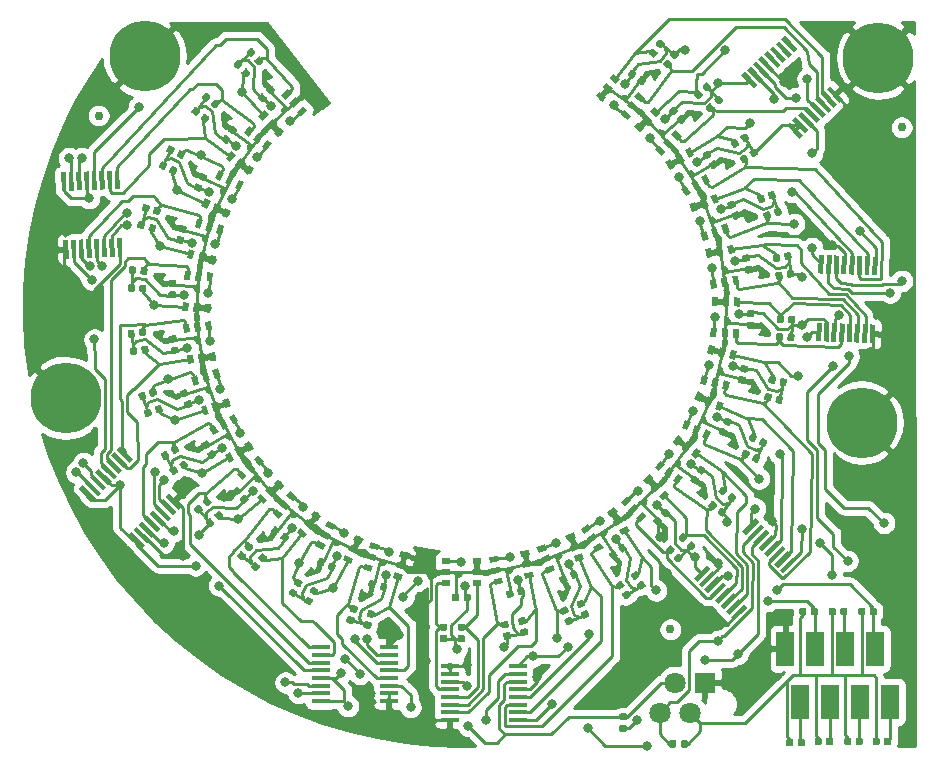
<source format=gbr>
G04 #@! TF.GenerationSoftware,KiCad,Pcbnew,5.1.5-52549c5~84~ubuntu18.04.1*
G04 #@! TF.CreationDate,2020-06-06T17:16:43+02:00*
G04 #@! TF.ProjectId,roboy_3.0_40mm_magnetic_field_calibration,726f626f-795f-4332-9e30-5f34306d6d5f,rev?*
G04 #@! TF.SameCoordinates,Original*
G04 #@! TF.FileFunction,Copper,L1,Top*
G04 #@! TF.FilePolarity,Positive*
%FSLAX46Y46*%
G04 Gerber Fmt 4.6, Leading zero omitted, Abs format (unit mm)*
G04 Created by KiCad (PCBNEW 5.1.5-52549c5~84~ubuntu18.04.1) date 2020-06-06 17:16:43*
%MOMM*%
%LPD*%
G04 APERTURE LIST*
%ADD10C,0.100000*%
%ADD11C,1.800000*%
%ADD12R,1.800000X1.800000*%
%ADD13R,0.750000X0.500000*%
%ADD14R,1.570000X0.410000*%
%ADD15R,1.500000X3.000000*%
%ADD16C,6.000000*%
%ADD17C,0.750000*%
%ADD18C,0.800000*%
%ADD19C,0.254000*%
G04 APERTURE END LIST*
G04 #@! TA.AperFunction,SMDPad,CuDef*
D10*
G36*
X152125170Y-67003755D02*
G01*
X151526193Y-66552393D01*
X151827100Y-66153075D01*
X152426077Y-66604437D01*
X152125170Y-67003755D01*
G37*
G04 #@! TD.AperFunction*
G04 #@! TA.AperFunction,SMDPad,CuDef*
G36*
X151553446Y-67762459D02*
G01*
X150954469Y-67311097D01*
X151255376Y-66911779D01*
X151854353Y-67363141D01*
X151553446Y-67762459D01*
G37*
G04 #@! TD.AperFunction*
G04 #@! TA.AperFunction,SMDPad,CuDef*
G36*
X150981721Y-68521163D02*
G01*
X150382744Y-68069801D01*
X150683651Y-67670483D01*
X151282628Y-68121845D01*
X150981721Y-68521163D01*
G37*
G04 #@! TD.AperFunction*
G04 #@! TA.AperFunction,SMDPad,CuDef*
G36*
X154241554Y-68598565D02*
G01*
X153642577Y-68147203D01*
X153943484Y-67747885D01*
X154542461Y-68199247D01*
X154241554Y-68598565D01*
G37*
G04 #@! TD.AperFunction*
G04 #@! TA.AperFunction,SMDPad,CuDef*
G36*
X153098105Y-70115973D02*
G01*
X152499128Y-69664611D01*
X152800035Y-69265293D01*
X153399012Y-69716655D01*
X153098105Y-70115973D01*
G37*
G04 #@! TD.AperFunction*
G04 #@! TA.AperFunction,SMDPad,CuDef*
G36*
X153669830Y-69357269D02*
G01*
X153070853Y-68905907D01*
X153371760Y-68506589D01*
X153970737Y-68957951D01*
X153669830Y-69357269D01*
G37*
G04 #@! TD.AperFunction*
D11*
X155795000Y-120270000D03*
X157065000Y-117730000D03*
X158335000Y-120270000D03*
D12*
X159605000Y-117730000D03*
G04 #@! TA.AperFunction,SMDPad,CuDef*
D10*
G36*
X138676958Y-110180710D02*
G01*
X138691276Y-110182834D01*
X138705317Y-110186351D01*
X138718946Y-110191228D01*
X138732031Y-110197417D01*
X138744447Y-110204858D01*
X138756073Y-110213481D01*
X138766798Y-110223202D01*
X138776519Y-110233927D01*
X138785142Y-110245553D01*
X138792583Y-110257969D01*
X138798772Y-110271054D01*
X138803649Y-110284683D01*
X138807166Y-110298724D01*
X138809290Y-110313042D01*
X138810000Y-110327500D01*
X138810000Y-110672500D01*
X138809290Y-110686958D01*
X138807166Y-110701276D01*
X138803649Y-110715317D01*
X138798772Y-110728946D01*
X138792583Y-110742031D01*
X138785142Y-110754447D01*
X138776519Y-110766073D01*
X138766798Y-110776798D01*
X138756073Y-110786519D01*
X138744447Y-110795142D01*
X138732031Y-110802583D01*
X138718946Y-110808772D01*
X138705317Y-110813649D01*
X138691276Y-110817166D01*
X138676958Y-110819290D01*
X138662500Y-110820000D01*
X138367500Y-110820000D01*
X138353042Y-110819290D01*
X138338724Y-110817166D01*
X138324683Y-110813649D01*
X138311054Y-110808772D01*
X138297969Y-110802583D01*
X138285553Y-110795142D01*
X138273927Y-110786519D01*
X138263202Y-110776798D01*
X138253481Y-110766073D01*
X138244858Y-110754447D01*
X138237417Y-110742031D01*
X138231228Y-110728946D01*
X138226351Y-110715317D01*
X138222834Y-110701276D01*
X138220710Y-110686958D01*
X138220000Y-110672500D01*
X138220000Y-110327500D01*
X138220710Y-110313042D01*
X138222834Y-110298724D01*
X138226351Y-110284683D01*
X138231228Y-110271054D01*
X138237417Y-110257969D01*
X138244858Y-110245553D01*
X138253481Y-110233927D01*
X138263202Y-110223202D01*
X138273927Y-110213481D01*
X138285553Y-110204858D01*
X138297969Y-110197417D01*
X138311054Y-110191228D01*
X138324683Y-110186351D01*
X138338724Y-110182834D01*
X138353042Y-110180710D01*
X138367500Y-110180000D01*
X138662500Y-110180000D01*
X138676958Y-110180710D01*
G37*
G04 #@! TD.AperFunction*
G04 #@! TA.AperFunction,SMDPad,CuDef*
G36*
X139646958Y-110180710D02*
G01*
X139661276Y-110182834D01*
X139675317Y-110186351D01*
X139688946Y-110191228D01*
X139702031Y-110197417D01*
X139714447Y-110204858D01*
X139726073Y-110213481D01*
X139736798Y-110223202D01*
X139746519Y-110233927D01*
X139755142Y-110245553D01*
X139762583Y-110257969D01*
X139768772Y-110271054D01*
X139773649Y-110284683D01*
X139777166Y-110298724D01*
X139779290Y-110313042D01*
X139780000Y-110327500D01*
X139780000Y-110672500D01*
X139779290Y-110686958D01*
X139777166Y-110701276D01*
X139773649Y-110715317D01*
X139768772Y-110728946D01*
X139762583Y-110742031D01*
X139755142Y-110754447D01*
X139746519Y-110766073D01*
X139736798Y-110776798D01*
X139726073Y-110786519D01*
X139714447Y-110795142D01*
X139702031Y-110802583D01*
X139688946Y-110808772D01*
X139675317Y-110813649D01*
X139661276Y-110817166D01*
X139646958Y-110819290D01*
X139632500Y-110820000D01*
X139337500Y-110820000D01*
X139323042Y-110819290D01*
X139308724Y-110817166D01*
X139294683Y-110813649D01*
X139281054Y-110808772D01*
X139267969Y-110802583D01*
X139255553Y-110795142D01*
X139243927Y-110786519D01*
X139233202Y-110776798D01*
X139223481Y-110766073D01*
X139214858Y-110754447D01*
X139207417Y-110742031D01*
X139201228Y-110728946D01*
X139196351Y-110715317D01*
X139192834Y-110701276D01*
X139190710Y-110686958D01*
X139190000Y-110672500D01*
X139190000Y-110327500D01*
X139190710Y-110313042D01*
X139192834Y-110298724D01*
X139196351Y-110284683D01*
X139201228Y-110271054D01*
X139207417Y-110257969D01*
X139214858Y-110245553D01*
X139223481Y-110233927D01*
X139233202Y-110223202D01*
X139243927Y-110213481D01*
X139255553Y-110204858D01*
X139267969Y-110197417D01*
X139281054Y-110191228D01*
X139294683Y-110186351D01*
X139308724Y-110182834D01*
X139323042Y-110180710D01*
X139337500Y-110180000D01*
X139632500Y-110180000D01*
X139646958Y-110180710D01*
G37*
G04 #@! TD.AperFunction*
G04 #@! TA.AperFunction,SMDPad,CuDef*
G36*
X144165633Y-109630514D02*
G01*
X144180013Y-109632175D01*
X144194160Y-109635237D01*
X144207939Y-109639671D01*
X144221217Y-109645434D01*
X144233867Y-109652471D01*
X144245765Y-109660714D01*
X144256799Y-109670083D01*
X144266861Y-109680489D01*
X144275854Y-109691831D01*
X144283693Y-109704000D01*
X144290301Y-109716878D01*
X144295615Y-109730343D01*
X144299583Y-109744263D01*
X144377778Y-110080285D01*
X144380363Y-110094527D01*
X144381540Y-110108954D01*
X144381297Y-110123427D01*
X144379636Y-110137806D01*
X144376574Y-110151954D01*
X144372140Y-110165733D01*
X144366377Y-110179011D01*
X144359340Y-110191661D01*
X144351097Y-110203559D01*
X144341728Y-110214593D01*
X144331322Y-110224655D01*
X144319980Y-110233648D01*
X144307811Y-110241487D01*
X144294933Y-110248095D01*
X144281468Y-110253409D01*
X144267548Y-110257377D01*
X143980225Y-110324239D01*
X143965983Y-110326825D01*
X143951556Y-110328001D01*
X143937083Y-110327758D01*
X143922703Y-110326097D01*
X143908556Y-110323035D01*
X143894777Y-110318601D01*
X143881499Y-110312838D01*
X143868849Y-110305801D01*
X143856951Y-110297558D01*
X143845917Y-110288189D01*
X143835855Y-110277783D01*
X143826862Y-110266441D01*
X143819023Y-110254272D01*
X143812415Y-110241394D01*
X143807101Y-110227929D01*
X143803133Y-110214009D01*
X143724938Y-109877987D01*
X143722353Y-109863745D01*
X143721176Y-109849318D01*
X143721419Y-109834845D01*
X143723080Y-109820466D01*
X143726142Y-109806318D01*
X143730576Y-109792539D01*
X143736339Y-109779261D01*
X143743376Y-109766611D01*
X143751619Y-109754713D01*
X143760988Y-109743679D01*
X143771394Y-109733617D01*
X143782736Y-109724624D01*
X143794905Y-109716785D01*
X143807783Y-109710177D01*
X143821248Y-109704863D01*
X143835168Y-109700895D01*
X144122491Y-109634033D01*
X144136733Y-109631447D01*
X144151160Y-109630271D01*
X144165633Y-109630514D01*
G37*
G04 #@! TD.AperFunction*
G04 #@! TA.AperFunction,SMDPad,CuDef*
G36*
X143220877Y-109850366D02*
G01*
X143235257Y-109852027D01*
X143249404Y-109855089D01*
X143263183Y-109859523D01*
X143276461Y-109865286D01*
X143289111Y-109872323D01*
X143301009Y-109880566D01*
X143312043Y-109889935D01*
X143322105Y-109900341D01*
X143331098Y-109911683D01*
X143338937Y-109923852D01*
X143345545Y-109936730D01*
X143350859Y-109950195D01*
X143354827Y-109964115D01*
X143433022Y-110300137D01*
X143435607Y-110314379D01*
X143436784Y-110328806D01*
X143436541Y-110343279D01*
X143434880Y-110357658D01*
X143431818Y-110371806D01*
X143427384Y-110385585D01*
X143421621Y-110398863D01*
X143414584Y-110411513D01*
X143406341Y-110423411D01*
X143396972Y-110434445D01*
X143386566Y-110444507D01*
X143375224Y-110453500D01*
X143363055Y-110461339D01*
X143350177Y-110467947D01*
X143336712Y-110473261D01*
X143322792Y-110477229D01*
X143035469Y-110544091D01*
X143021227Y-110546677D01*
X143006800Y-110547853D01*
X142992327Y-110547610D01*
X142977947Y-110545949D01*
X142963800Y-110542887D01*
X142950021Y-110538453D01*
X142936743Y-110532690D01*
X142924093Y-110525653D01*
X142912195Y-110517410D01*
X142901161Y-110508041D01*
X142891099Y-110497635D01*
X142882106Y-110486293D01*
X142874267Y-110474124D01*
X142867659Y-110461246D01*
X142862345Y-110447781D01*
X142858377Y-110433861D01*
X142780182Y-110097839D01*
X142777597Y-110083597D01*
X142776420Y-110069170D01*
X142776663Y-110054697D01*
X142778324Y-110040318D01*
X142781386Y-110026170D01*
X142785820Y-110012391D01*
X142791583Y-109999113D01*
X142798620Y-109986463D01*
X142806863Y-109974565D01*
X142816232Y-109963531D01*
X142826638Y-109953469D01*
X142837980Y-109944476D01*
X142850149Y-109936637D01*
X142863027Y-109930029D01*
X142876492Y-109924715D01*
X142890412Y-109920747D01*
X143177735Y-109853885D01*
X143191977Y-109851299D01*
X143206404Y-109850123D01*
X143220877Y-109850366D01*
G37*
G04 #@! TD.AperFunction*
G04 #@! TA.AperFunction,SMDPad,CuDef*
G36*
X148608546Y-108209899D02*
G01*
X148622918Y-108211622D01*
X148637052Y-108214746D01*
X148650812Y-108219240D01*
X148664065Y-108225061D01*
X148676683Y-108232153D01*
X148688546Y-108240448D01*
X148699538Y-108249865D01*
X148709555Y-108260315D01*
X148718499Y-108271696D01*
X148726284Y-108283899D01*
X148732836Y-108296806D01*
X148873710Y-108611734D01*
X148878965Y-108625222D01*
X148882873Y-108639159D01*
X148885396Y-108653413D01*
X148886509Y-108667845D01*
X148886203Y-108682316D01*
X148884480Y-108696688D01*
X148881356Y-108710822D01*
X148876862Y-108724582D01*
X148871041Y-108737835D01*
X148863949Y-108750453D01*
X148855654Y-108762316D01*
X148846237Y-108773308D01*
X148835787Y-108783325D01*
X148824406Y-108792269D01*
X148812203Y-108800054D01*
X148799296Y-108806606D01*
X148530010Y-108927064D01*
X148516523Y-108932319D01*
X148502585Y-108936227D01*
X148488332Y-108938750D01*
X148473900Y-108939863D01*
X148459428Y-108939557D01*
X148445056Y-108937834D01*
X148430922Y-108934710D01*
X148417162Y-108930216D01*
X148403909Y-108924395D01*
X148391291Y-108917303D01*
X148379428Y-108909008D01*
X148368436Y-108899591D01*
X148358419Y-108889141D01*
X148349475Y-108877760D01*
X148341690Y-108865557D01*
X148335138Y-108852650D01*
X148194264Y-108537722D01*
X148189009Y-108524234D01*
X148185101Y-108510297D01*
X148182578Y-108496043D01*
X148181465Y-108481611D01*
X148181771Y-108467140D01*
X148183494Y-108452768D01*
X148186618Y-108438634D01*
X148191112Y-108424874D01*
X148196933Y-108411621D01*
X148204025Y-108399003D01*
X148212320Y-108387140D01*
X148221737Y-108376148D01*
X148232187Y-108366131D01*
X148243568Y-108357187D01*
X148255771Y-108349402D01*
X148268678Y-108342850D01*
X148537964Y-108222392D01*
X148551451Y-108217137D01*
X148565389Y-108213229D01*
X148579642Y-108210706D01*
X148594074Y-108209593D01*
X148608546Y-108209899D01*
G37*
G04 #@! TD.AperFunction*
G04 #@! TA.AperFunction,SMDPad,CuDef*
G36*
X147723096Y-108605979D02*
G01*
X147737468Y-108607702D01*
X147751602Y-108610826D01*
X147765362Y-108615320D01*
X147778615Y-108621141D01*
X147791233Y-108628233D01*
X147803096Y-108636528D01*
X147814088Y-108645945D01*
X147824105Y-108656395D01*
X147833049Y-108667776D01*
X147840834Y-108679979D01*
X147847386Y-108692886D01*
X147988260Y-109007814D01*
X147993515Y-109021302D01*
X147997423Y-109035239D01*
X147999946Y-109049493D01*
X148001059Y-109063925D01*
X148000753Y-109078396D01*
X147999030Y-109092768D01*
X147995906Y-109106902D01*
X147991412Y-109120662D01*
X147985591Y-109133915D01*
X147978499Y-109146533D01*
X147970204Y-109158396D01*
X147960787Y-109169388D01*
X147950337Y-109179405D01*
X147938956Y-109188349D01*
X147926753Y-109196134D01*
X147913846Y-109202686D01*
X147644560Y-109323144D01*
X147631073Y-109328399D01*
X147617135Y-109332307D01*
X147602882Y-109334830D01*
X147588450Y-109335943D01*
X147573978Y-109335637D01*
X147559606Y-109333914D01*
X147545472Y-109330790D01*
X147531712Y-109326296D01*
X147518459Y-109320475D01*
X147505841Y-109313383D01*
X147493978Y-109305088D01*
X147482986Y-109295671D01*
X147472969Y-109285221D01*
X147464025Y-109273840D01*
X147456240Y-109261637D01*
X147449688Y-109248730D01*
X147308814Y-108933802D01*
X147303559Y-108920314D01*
X147299651Y-108906377D01*
X147297128Y-108892123D01*
X147296015Y-108877691D01*
X147296321Y-108863220D01*
X147298044Y-108848848D01*
X147301168Y-108834714D01*
X147305662Y-108820954D01*
X147311483Y-108807701D01*
X147318575Y-108795083D01*
X147326870Y-108783220D01*
X147336287Y-108772228D01*
X147346737Y-108762211D01*
X147358118Y-108753267D01*
X147370321Y-108745482D01*
X147383228Y-108738930D01*
X147652514Y-108618472D01*
X147666001Y-108613217D01*
X147679939Y-108609309D01*
X147694192Y-108606786D01*
X147708624Y-108605673D01*
X147723096Y-108605979D01*
G37*
G04 #@! TD.AperFunction*
G04 #@! TA.AperFunction,SMDPad,CuDef*
G36*
X152698766Y-105967761D02*
G01*
X152713131Y-105969547D01*
X152727251Y-105972733D01*
X152740991Y-105977287D01*
X152754218Y-105983166D01*
X152766806Y-105990313D01*
X152778632Y-105998659D01*
X152789583Y-106008125D01*
X152799554Y-106018618D01*
X152808448Y-106030038D01*
X153006824Y-106312300D01*
X153014556Y-106324537D01*
X153021052Y-106337473D01*
X153026248Y-106350983D01*
X153030095Y-106364937D01*
X153032555Y-106379202D01*
X153033606Y-106393638D01*
X153033237Y-106408109D01*
X153031451Y-106422473D01*
X153028265Y-106436593D01*
X153023711Y-106450333D01*
X153017832Y-106463560D01*
X153010685Y-106476148D01*
X153002339Y-106487974D01*
X152992873Y-106498925D01*
X152982380Y-106508896D01*
X152970960Y-106517790D01*
X152729606Y-106687416D01*
X152717369Y-106695148D01*
X152704434Y-106701644D01*
X152690923Y-106706840D01*
X152676969Y-106710687D01*
X152662705Y-106713147D01*
X152648268Y-106714198D01*
X152633798Y-106713829D01*
X152619433Y-106712043D01*
X152605313Y-106708857D01*
X152591573Y-106704303D01*
X152578346Y-106698424D01*
X152565758Y-106691277D01*
X152553932Y-106682931D01*
X152542981Y-106673465D01*
X152533010Y-106662972D01*
X152524116Y-106651552D01*
X152325740Y-106369290D01*
X152318008Y-106357053D01*
X152311512Y-106344117D01*
X152306316Y-106330607D01*
X152302469Y-106316653D01*
X152300009Y-106302388D01*
X152298958Y-106287952D01*
X152299327Y-106273481D01*
X152301113Y-106259117D01*
X152304299Y-106244997D01*
X152308853Y-106231257D01*
X152314732Y-106218030D01*
X152321879Y-106205442D01*
X152330225Y-106193616D01*
X152339691Y-106182665D01*
X152350184Y-106172694D01*
X152361604Y-106163800D01*
X152602958Y-105994174D01*
X152615195Y-105986442D01*
X152628130Y-105979946D01*
X152641641Y-105974750D01*
X152655595Y-105970903D01*
X152669859Y-105968443D01*
X152684296Y-105967392D01*
X152698766Y-105967761D01*
G37*
G04 #@! TD.AperFunction*
G04 #@! TA.AperFunction,SMDPad,CuDef*
G36*
X151905160Y-106525517D02*
G01*
X151919525Y-106527303D01*
X151933645Y-106530489D01*
X151947385Y-106535043D01*
X151960612Y-106540922D01*
X151973200Y-106548069D01*
X151985026Y-106556415D01*
X151995977Y-106565881D01*
X152005948Y-106576374D01*
X152014842Y-106587794D01*
X152213218Y-106870056D01*
X152220950Y-106882293D01*
X152227446Y-106895229D01*
X152232642Y-106908739D01*
X152236489Y-106922693D01*
X152238949Y-106936958D01*
X152240000Y-106951394D01*
X152239631Y-106965865D01*
X152237845Y-106980229D01*
X152234659Y-106994349D01*
X152230105Y-107008089D01*
X152224226Y-107021316D01*
X152217079Y-107033904D01*
X152208733Y-107045730D01*
X152199267Y-107056681D01*
X152188774Y-107066652D01*
X152177354Y-107075546D01*
X151936000Y-107245172D01*
X151923763Y-107252904D01*
X151910828Y-107259400D01*
X151897317Y-107264596D01*
X151883363Y-107268443D01*
X151869099Y-107270903D01*
X151854662Y-107271954D01*
X151840192Y-107271585D01*
X151825827Y-107269799D01*
X151811707Y-107266613D01*
X151797967Y-107262059D01*
X151784740Y-107256180D01*
X151772152Y-107249033D01*
X151760326Y-107240687D01*
X151749375Y-107231221D01*
X151739404Y-107220728D01*
X151730510Y-107209308D01*
X151532134Y-106927046D01*
X151524402Y-106914809D01*
X151517906Y-106901873D01*
X151512710Y-106888363D01*
X151508863Y-106874409D01*
X151506403Y-106860144D01*
X151505352Y-106845708D01*
X151505721Y-106831237D01*
X151507507Y-106816873D01*
X151510693Y-106802753D01*
X151515247Y-106789013D01*
X151521126Y-106775786D01*
X151528273Y-106763198D01*
X151536619Y-106751372D01*
X151546085Y-106740421D01*
X151556578Y-106730450D01*
X151567998Y-106721556D01*
X151809352Y-106551930D01*
X151821589Y-106544198D01*
X151834524Y-106537702D01*
X151848035Y-106532506D01*
X151861989Y-106528659D01*
X151876253Y-106526199D01*
X151890690Y-106525148D01*
X151905160Y-106525517D01*
G37*
G04 #@! TD.AperFunction*
G04 #@! TA.AperFunction,SMDPad,CuDef*
G36*
X155613419Y-103685429D02*
G01*
X155627776Y-103687277D01*
X155641882Y-103690524D01*
X155655602Y-103695138D01*
X155668803Y-103701075D01*
X155681359Y-103708277D01*
X155693149Y-103716675D01*
X155704059Y-103726188D01*
X155952649Y-103965412D01*
X155962574Y-103975948D01*
X155971418Y-103987407D01*
X155979097Y-103999678D01*
X155985536Y-104012642D01*
X155990673Y-104026174D01*
X155994459Y-104040145D01*
X155996857Y-104054420D01*
X155997845Y-104068862D01*
X155997412Y-104083330D01*
X155995564Y-104097686D01*
X155992317Y-104111793D01*
X155987703Y-104125512D01*
X155981766Y-104138714D01*
X155974564Y-104151270D01*
X155966166Y-104163060D01*
X155956653Y-104173970D01*
X155752099Y-104386532D01*
X155741562Y-104396457D01*
X155730104Y-104405301D01*
X155717833Y-104412980D01*
X155704869Y-104419419D01*
X155691336Y-104424556D01*
X155677365Y-104428342D01*
X155663090Y-104430740D01*
X155648649Y-104431728D01*
X155634181Y-104431295D01*
X155619824Y-104429447D01*
X155605718Y-104426200D01*
X155591998Y-104421586D01*
X155578797Y-104415649D01*
X155566241Y-104408447D01*
X155554451Y-104400049D01*
X155543541Y-104390536D01*
X155294951Y-104151312D01*
X155285026Y-104140776D01*
X155276182Y-104129317D01*
X155268503Y-104117046D01*
X155262064Y-104104082D01*
X155256927Y-104090550D01*
X155253141Y-104076579D01*
X155250743Y-104062304D01*
X155249755Y-104047862D01*
X155250188Y-104033394D01*
X155252036Y-104019038D01*
X155255283Y-104004931D01*
X155259897Y-103991212D01*
X155265834Y-103978010D01*
X155273036Y-103965454D01*
X155281434Y-103953664D01*
X155290947Y-103942754D01*
X155495501Y-103730192D01*
X155506038Y-103720267D01*
X155517496Y-103711423D01*
X155529767Y-103703744D01*
X155542731Y-103697305D01*
X155556264Y-103692168D01*
X155570235Y-103688382D01*
X155584510Y-103685984D01*
X155598951Y-103684996D01*
X155613419Y-103685429D01*
G37*
G04 #@! TD.AperFunction*
G04 #@! TA.AperFunction,SMDPad,CuDef*
G36*
X156286019Y-102986495D02*
G01*
X156300376Y-102988343D01*
X156314482Y-102991590D01*
X156328202Y-102996204D01*
X156341403Y-103002141D01*
X156353959Y-103009343D01*
X156365749Y-103017741D01*
X156376659Y-103027254D01*
X156625249Y-103266478D01*
X156635174Y-103277014D01*
X156644018Y-103288473D01*
X156651697Y-103300744D01*
X156658136Y-103313708D01*
X156663273Y-103327240D01*
X156667059Y-103341211D01*
X156669457Y-103355486D01*
X156670445Y-103369928D01*
X156670012Y-103384396D01*
X156668164Y-103398752D01*
X156664917Y-103412859D01*
X156660303Y-103426578D01*
X156654366Y-103439780D01*
X156647164Y-103452336D01*
X156638766Y-103464126D01*
X156629253Y-103475036D01*
X156424699Y-103687598D01*
X156414162Y-103697523D01*
X156402704Y-103706367D01*
X156390433Y-103714046D01*
X156377469Y-103720485D01*
X156363936Y-103725622D01*
X156349965Y-103729408D01*
X156335690Y-103731806D01*
X156321249Y-103732794D01*
X156306781Y-103732361D01*
X156292424Y-103730513D01*
X156278318Y-103727266D01*
X156264598Y-103722652D01*
X156251397Y-103716715D01*
X156238841Y-103709513D01*
X156227051Y-103701115D01*
X156216141Y-103691602D01*
X155967551Y-103452378D01*
X155957626Y-103441842D01*
X155948782Y-103430383D01*
X155941103Y-103418112D01*
X155934664Y-103405148D01*
X155929527Y-103391616D01*
X155925741Y-103377645D01*
X155923343Y-103363370D01*
X155922355Y-103348928D01*
X155922788Y-103334460D01*
X155924636Y-103320104D01*
X155927883Y-103305997D01*
X155932497Y-103292278D01*
X155938434Y-103279076D01*
X155945636Y-103266520D01*
X155954034Y-103254730D01*
X155963547Y-103243820D01*
X156168101Y-103031258D01*
X156178638Y-103021333D01*
X156190096Y-103012489D01*
X156202367Y-103004810D01*
X156215331Y-102998371D01*
X156228864Y-102993234D01*
X156242835Y-102989448D01*
X156257110Y-102987050D01*
X156271551Y-102986062D01*
X156286019Y-102986495D01*
G37*
G04 #@! TD.AperFunction*
G04 #@! TA.AperFunction,SMDPad,CuDef*
G36*
X158711636Y-100190080D02*
G01*
X158725984Y-100191991D01*
X158740076Y-100195300D01*
X158753775Y-100199973D01*
X158766951Y-100205968D01*
X158779475Y-100213224D01*
X159069144Y-100400620D01*
X159080897Y-100409070D01*
X159091766Y-100418630D01*
X159101645Y-100429210D01*
X159110439Y-100440707D01*
X159118064Y-100453011D01*
X159124446Y-100466003D01*
X159129524Y-100479558D01*
X159133249Y-100493546D01*
X159135585Y-100507831D01*
X159136510Y-100522276D01*
X159136014Y-100536743D01*
X159134103Y-100551091D01*
X159130794Y-100565183D01*
X159126120Y-100578882D01*
X159120126Y-100592058D01*
X159112870Y-100604582D01*
X158952633Y-100852270D01*
X158944184Y-100864023D01*
X158934623Y-100874892D01*
X158924043Y-100884770D01*
X158912546Y-100893565D01*
X158900242Y-100901190D01*
X158887250Y-100907572D01*
X158873695Y-100912650D01*
X158859708Y-100916375D01*
X158845422Y-100918711D01*
X158830977Y-100919636D01*
X158816510Y-100919140D01*
X158802162Y-100917229D01*
X158788070Y-100913920D01*
X158774371Y-100909247D01*
X158761195Y-100903252D01*
X158748671Y-100895996D01*
X158459002Y-100708600D01*
X158447249Y-100700150D01*
X158436380Y-100690590D01*
X158426501Y-100680010D01*
X158417707Y-100668513D01*
X158410082Y-100656209D01*
X158403700Y-100643217D01*
X158398622Y-100629662D01*
X158394897Y-100615674D01*
X158392561Y-100601389D01*
X158391636Y-100586944D01*
X158392132Y-100572477D01*
X158394043Y-100558129D01*
X158397352Y-100544037D01*
X158402026Y-100530338D01*
X158408020Y-100517162D01*
X158415276Y-100504638D01*
X158575513Y-100256950D01*
X158583962Y-100245197D01*
X158593523Y-100234328D01*
X158604103Y-100224450D01*
X158615600Y-100215655D01*
X158627904Y-100208030D01*
X158640896Y-100201648D01*
X158654451Y-100196570D01*
X158668438Y-100192845D01*
X158682724Y-100190509D01*
X158697169Y-100189584D01*
X158711636Y-100190080D01*
G37*
G04 #@! TD.AperFunction*
G04 #@! TA.AperFunction,SMDPad,CuDef*
G36*
X159238516Y-99375648D02*
G01*
X159252864Y-99377559D01*
X159266956Y-99380868D01*
X159280655Y-99385541D01*
X159293831Y-99391536D01*
X159306355Y-99398792D01*
X159596024Y-99586188D01*
X159607777Y-99594638D01*
X159618646Y-99604198D01*
X159628525Y-99614778D01*
X159637319Y-99626275D01*
X159644944Y-99638579D01*
X159651326Y-99651571D01*
X159656404Y-99665126D01*
X159660129Y-99679114D01*
X159662465Y-99693399D01*
X159663390Y-99707844D01*
X159662894Y-99722311D01*
X159660983Y-99736659D01*
X159657674Y-99750751D01*
X159653000Y-99764450D01*
X159647006Y-99777626D01*
X159639750Y-99790150D01*
X159479513Y-100037838D01*
X159471064Y-100049591D01*
X159461503Y-100060460D01*
X159450923Y-100070338D01*
X159439426Y-100079133D01*
X159427122Y-100086758D01*
X159414130Y-100093140D01*
X159400575Y-100098218D01*
X159386588Y-100101943D01*
X159372302Y-100104279D01*
X159357857Y-100105204D01*
X159343390Y-100104708D01*
X159329042Y-100102797D01*
X159314950Y-100099488D01*
X159301251Y-100094815D01*
X159288075Y-100088820D01*
X159275551Y-100081564D01*
X158985882Y-99894168D01*
X158974129Y-99885718D01*
X158963260Y-99876158D01*
X158953381Y-99865578D01*
X158944587Y-99854081D01*
X158936962Y-99841777D01*
X158930580Y-99828785D01*
X158925502Y-99815230D01*
X158921777Y-99801242D01*
X158919441Y-99786957D01*
X158918516Y-99772512D01*
X158919012Y-99758045D01*
X158920923Y-99743697D01*
X158924232Y-99729605D01*
X158928906Y-99715906D01*
X158934900Y-99702730D01*
X158942156Y-99690206D01*
X159102393Y-99442518D01*
X159110842Y-99430765D01*
X159120403Y-99419896D01*
X159130983Y-99410018D01*
X159142480Y-99401223D01*
X159154784Y-99393598D01*
X159167776Y-99387216D01*
X159181331Y-99382138D01*
X159195318Y-99378413D01*
X159209604Y-99376077D01*
X159224049Y-99375152D01*
X159238516Y-99375648D01*
G37*
G04 #@! TD.AperFunction*
G04 #@! TA.AperFunction,SMDPad,CuDef*
G36*
X161447783Y-95267907D02*
G01*
X161462122Y-95269881D01*
X161476200Y-95273251D01*
X161489879Y-95277984D01*
X161809982Y-95406665D01*
X161823131Y-95412717D01*
X161835624Y-95420028D01*
X161847340Y-95428528D01*
X161858166Y-95438136D01*
X161867999Y-95448759D01*
X161876743Y-95460295D01*
X161884314Y-95472632D01*
X161890640Y-95485651D01*
X161895659Y-95499228D01*
X161899323Y-95513232D01*
X161901596Y-95527527D01*
X161902458Y-95541977D01*
X161901899Y-95556441D01*
X161899925Y-95570780D01*
X161896555Y-95584858D01*
X161891822Y-95598537D01*
X161781791Y-95872248D01*
X161775739Y-95885397D01*
X161768428Y-95897890D01*
X161759928Y-95909606D01*
X161750320Y-95920432D01*
X161739697Y-95930265D01*
X161728161Y-95939009D01*
X161715824Y-95946580D01*
X161702805Y-95952906D01*
X161689228Y-95957925D01*
X161675224Y-95961589D01*
X161660929Y-95963862D01*
X161646480Y-95964724D01*
X161632015Y-95964165D01*
X161617676Y-95962191D01*
X161603598Y-95958821D01*
X161589919Y-95954088D01*
X161269816Y-95825407D01*
X161256667Y-95819355D01*
X161244174Y-95812044D01*
X161232458Y-95803544D01*
X161221632Y-95793936D01*
X161211799Y-95783313D01*
X161203055Y-95771777D01*
X161195484Y-95759440D01*
X161189158Y-95746421D01*
X161184139Y-95732844D01*
X161180475Y-95718840D01*
X161178202Y-95704545D01*
X161177340Y-95690095D01*
X161177899Y-95675631D01*
X161179873Y-95661292D01*
X161183243Y-95647214D01*
X161187976Y-95633535D01*
X161298007Y-95359824D01*
X161304059Y-95346675D01*
X161311370Y-95334182D01*
X161319870Y-95322466D01*
X161329478Y-95311640D01*
X161340101Y-95301807D01*
X161351637Y-95293063D01*
X161363974Y-95285492D01*
X161376993Y-95279166D01*
X161390570Y-95274147D01*
X161404574Y-95270483D01*
X161418869Y-95268210D01*
X161433318Y-95267348D01*
X161447783Y-95267907D01*
G37*
G04 #@! TD.AperFunction*
G04 #@! TA.AperFunction,SMDPad,CuDef*
G36*
X161085985Y-96167909D02*
G01*
X161100324Y-96169883D01*
X161114402Y-96173253D01*
X161128081Y-96177986D01*
X161448184Y-96306667D01*
X161461333Y-96312719D01*
X161473826Y-96320030D01*
X161485542Y-96328530D01*
X161496368Y-96338138D01*
X161506201Y-96348761D01*
X161514945Y-96360297D01*
X161522516Y-96372634D01*
X161528842Y-96385653D01*
X161533861Y-96399230D01*
X161537525Y-96413234D01*
X161539798Y-96427529D01*
X161540660Y-96441979D01*
X161540101Y-96456443D01*
X161538127Y-96470782D01*
X161534757Y-96484860D01*
X161530024Y-96498539D01*
X161419993Y-96772250D01*
X161413941Y-96785399D01*
X161406630Y-96797892D01*
X161398130Y-96809608D01*
X161388522Y-96820434D01*
X161377899Y-96830267D01*
X161366363Y-96839011D01*
X161354026Y-96846582D01*
X161341007Y-96852908D01*
X161327430Y-96857927D01*
X161313426Y-96861591D01*
X161299131Y-96863864D01*
X161284682Y-96864726D01*
X161270217Y-96864167D01*
X161255878Y-96862193D01*
X161241800Y-96858823D01*
X161228121Y-96854090D01*
X160908018Y-96725409D01*
X160894869Y-96719357D01*
X160882376Y-96712046D01*
X160870660Y-96703546D01*
X160859834Y-96693938D01*
X160850001Y-96683315D01*
X160841257Y-96671779D01*
X160833686Y-96659442D01*
X160827360Y-96646423D01*
X160822341Y-96632846D01*
X160818677Y-96618842D01*
X160816404Y-96604547D01*
X160815542Y-96590097D01*
X160816101Y-96575633D01*
X160818075Y-96561294D01*
X160821445Y-96547216D01*
X160826178Y-96533537D01*
X160936209Y-96259826D01*
X160942261Y-96246677D01*
X160949572Y-96234184D01*
X160958072Y-96222468D01*
X160967680Y-96211642D01*
X160978303Y-96201809D01*
X160989839Y-96193065D01*
X161002176Y-96185494D01*
X161015195Y-96179168D01*
X161028772Y-96174149D01*
X161042776Y-96170485D01*
X161057071Y-96168212D01*
X161071520Y-96167350D01*
X161085985Y-96167909D01*
G37*
G04 #@! TD.AperFunction*
G04 #@! TA.AperFunction,SMDPad,CuDef*
G36*
X162649246Y-91766714D02*
G01*
X162663578Y-91768750D01*
X163002353Y-91833988D01*
X163016415Y-91837419D01*
X163030073Y-91842213D01*
X163043196Y-91848321D01*
X163055657Y-91855687D01*
X163067336Y-91864239D01*
X163078120Y-91873894D01*
X163087906Y-91884559D01*
X163096600Y-91896133D01*
X163104117Y-91908503D01*
X163110386Y-91921550D01*
X163115346Y-91935149D01*
X163118948Y-91949168D01*
X163121160Y-91963473D01*
X163121958Y-91977926D01*
X163121336Y-91992388D01*
X163119300Y-92006718D01*
X163063517Y-92296396D01*
X163060086Y-92310459D01*
X163055293Y-92324117D01*
X163049184Y-92337240D01*
X163041818Y-92349701D01*
X163033267Y-92361380D01*
X163023611Y-92372164D01*
X163012946Y-92381950D01*
X163001372Y-92390644D01*
X162989002Y-92398161D01*
X162975955Y-92404430D01*
X162962357Y-92409389D01*
X162948337Y-92412992D01*
X162934032Y-92415204D01*
X162919579Y-92416002D01*
X162905118Y-92415380D01*
X162890786Y-92413344D01*
X162552011Y-92348106D01*
X162537949Y-92344675D01*
X162524291Y-92339881D01*
X162511168Y-92333773D01*
X162498707Y-92326407D01*
X162487028Y-92317855D01*
X162476244Y-92308200D01*
X162466458Y-92297535D01*
X162457764Y-92285961D01*
X162450247Y-92273591D01*
X162443978Y-92260544D01*
X162439018Y-92246945D01*
X162435416Y-92232926D01*
X162433204Y-92218621D01*
X162432406Y-92204168D01*
X162433028Y-92189706D01*
X162435064Y-92175376D01*
X162490847Y-91885698D01*
X162494278Y-91871635D01*
X162499071Y-91857977D01*
X162505180Y-91844854D01*
X162512546Y-91832393D01*
X162521097Y-91820714D01*
X162530753Y-91809930D01*
X162541418Y-91800144D01*
X162552992Y-91791450D01*
X162565362Y-91783933D01*
X162578409Y-91777664D01*
X162592007Y-91772705D01*
X162606027Y-91769102D01*
X162620332Y-91766890D01*
X162634785Y-91766092D01*
X162649246Y-91766714D01*
G37*
G04 #@! TD.AperFunction*
G04 #@! TA.AperFunction,SMDPad,CuDef*
G36*
X162832668Y-90814214D02*
G01*
X162847000Y-90816250D01*
X163185775Y-90881488D01*
X163199837Y-90884919D01*
X163213495Y-90889713D01*
X163226618Y-90895821D01*
X163239079Y-90903187D01*
X163250758Y-90911739D01*
X163261542Y-90921394D01*
X163271328Y-90932059D01*
X163280022Y-90943633D01*
X163287539Y-90956003D01*
X163293808Y-90969050D01*
X163298768Y-90982649D01*
X163302370Y-90996668D01*
X163304582Y-91010973D01*
X163305380Y-91025426D01*
X163304758Y-91039888D01*
X163302722Y-91054218D01*
X163246939Y-91343896D01*
X163243508Y-91357959D01*
X163238715Y-91371617D01*
X163232606Y-91384740D01*
X163225240Y-91397201D01*
X163216689Y-91408880D01*
X163207033Y-91419664D01*
X163196368Y-91429450D01*
X163184794Y-91438144D01*
X163172424Y-91445661D01*
X163159377Y-91451930D01*
X163145779Y-91456889D01*
X163131759Y-91460492D01*
X163117454Y-91462704D01*
X163103001Y-91463502D01*
X163088540Y-91462880D01*
X163074208Y-91460844D01*
X162735433Y-91395606D01*
X162721371Y-91392175D01*
X162707713Y-91387381D01*
X162694590Y-91381273D01*
X162682129Y-91373907D01*
X162670450Y-91365355D01*
X162659666Y-91355700D01*
X162649880Y-91345035D01*
X162641186Y-91333461D01*
X162633669Y-91321091D01*
X162627400Y-91308044D01*
X162622440Y-91294445D01*
X162618838Y-91280426D01*
X162616626Y-91266121D01*
X162615828Y-91251668D01*
X162616450Y-91237206D01*
X162618486Y-91222876D01*
X162674269Y-90933198D01*
X162677700Y-90919135D01*
X162682493Y-90905477D01*
X162688602Y-90892354D01*
X162695968Y-90879893D01*
X162704519Y-90868214D01*
X162714175Y-90857430D01*
X162724840Y-90847644D01*
X162736414Y-90838950D01*
X162748784Y-90831433D01*
X162761831Y-90825164D01*
X162775429Y-90820205D01*
X162789449Y-90816602D01*
X162803754Y-90814390D01*
X162818207Y-90813592D01*
X162832668Y-90814214D01*
G37*
G04 #@! TD.AperFunction*
G04 #@! TA.AperFunction,SMDPad,CuDef*
G36*
X163687305Y-86177622D02*
G01*
X163701627Y-86179721D01*
X163715675Y-86183214D01*
X163729312Y-86188066D01*
X163742408Y-86194232D01*
X163754836Y-86201652D01*
X163766478Y-86210255D01*
X163777220Y-86219957D01*
X163786960Y-86230665D01*
X163795603Y-86242277D01*
X163803066Y-86254679D01*
X163809278Y-86267753D01*
X163814178Y-86281374D01*
X163817719Y-86295409D01*
X163819868Y-86309723D01*
X163820604Y-86324180D01*
X163821119Y-86619180D01*
X163820434Y-86633638D01*
X163818335Y-86647960D01*
X163814842Y-86662008D01*
X163809990Y-86675645D01*
X163803824Y-86688741D01*
X163796404Y-86701169D01*
X163787801Y-86712811D01*
X163778099Y-86723553D01*
X163767391Y-86733293D01*
X163755780Y-86741936D01*
X163743377Y-86749399D01*
X163730303Y-86755610D01*
X163716682Y-86760511D01*
X163702647Y-86764052D01*
X163688333Y-86766201D01*
X163673876Y-86766937D01*
X163328877Y-86767539D01*
X163314419Y-86766854D01*
X163300097Y-86764755D01*
X163286049Y-86761262D01*
X163272412Y-86756410D01*
X163259316Y-86750244D01*
X163246888Y-86742824D01*
X163235246Y-86734221D01*
X163224504Y-86724519D01*
X163214764Y-86713811D01*
X163206121Y-86702199D01*
X163198658Y-86689797D01*
X163192446Y-86676723D01*
X163187546Y-86663102D01*
X163184005Y-86649067D01*
X163181856Y-86634753D01*
X163181120Y-86620296D01*
X163180605Y-86325296D01*
X163181290Y-86310838D01*
X163183389Y-86296516D01*
X163186882Y-86282468D01*
X163191734Y-86268831D01*
X163197900Y-86255735D01*
X163205320Y-86243307D01*
X163213923Y-86231665D01*
X163223625Y-86220923D01*
X163234333Y-86211183D01*
X163245944Y-86202540D01*
X163258347Y-86195077D01*
X163271421Y-86188866D01*
X163285042Y-86183965D01*
X163299077Y-86180424D01*
X163313391Y-86178275D01*
X163327848Y-86177539D01*
X163672847Y-86176937D01*
X163687305Y-86177622D01*
G37*
G04 #@! TD.AperFunction*
G04 #@! TA.AperFunction,SMDPad,CuDef*
G36*
X163688997Y-87147620D02*
G01*
X163703319Y-87149719D01*
X163717367Y-87153212D01*
X163731004Y-87158064D01*
X163744100Y-87164230D01*
X163756528Y-87171650D01*
X163768170Y-87180253D01*
X163778912Y-87189955D01*
X163788652Y-87200663D01*
X163797295Y-87212275D01*
X163804758Y-87224677D01*
X163810970Y-87237751D01*
X163815870Y-87251372D01*
X163819411Y-87265407D01*
X163821560Y-87279721D01*
X163822296Y-87294178D01*
X163822811Y-87589178D01*
X163822126Y-87603636D01*
X163820027Y-87617958D01*
X163816534Y-87632006D01*
X163811682Y-87645643D01*
X163805516Y-87658739D01*
X163798096Y-87671167D01*
X163789493Y-87682809D01*
X163779791Y-87693551D01*
X163769083Y-87703291D01*
X163757472Y-87711934D01*
X163745069Y-87719397D01*
X163731995Y-87725608D01*
X163718374Y-87730509D01*
X163704339Y-87734050D01*
X163690025Y-87736199D01*
X163675568Y-87736935D01*
X163330569Y-87737537D01*
X163316111Y-87736852D01*
X163301789Y-87734753D01*
X163287741Y-87731260D01*
X163274104Y-87726408D01*
X163261008Y-87720242D01*
X163248580Y-87712822D01*
X163236938Y-87704219D01*
X163226196Y-87694517D01*
X163216456Y-87683809D01*
X163207813Y-87672197D01*
X163200350Y-87659795D01*
X163194138Y-87646721D01*
X163189238Y-87633100D01*
X163185697Y-87619065D01*
X163183548Y-87604751D01*
X163182812Y-87590294D01*
X163182297Y-87295294D01*
X163182982Y-87280836D01*
X163185081Y-87266514D01*
X163188574Y-87252466D01*
X163193426Y-87238829D01*
X163199592Y-87225733D01*
X163207012Y-87213305D01*
X163215615Y-87201663D01*
X163225317Y-87190921D01*
X163236025Y-87181181D01*
X163247636Y-87172538D01*
X163260039Y-87165075D01*
X163273113Y-87158864D01*
X163286734Y-87153963D01*
X163300769Y-87150422D01*
X163315083Y-87148273D01*
X163329540Y-87147537D01*
X163674539Y-87146935D01*
X163688997Y-87147620D01*
G37*
G04 #@! TD.AperFunction*
G04 #@! TA.AperFunction,SMDPad,CuDef*
G36*
X163483283Y-82415730D02*
G01*
X163497595Y-82417891D01*
X163511627Y-82421445D01*
X163525243Y-82426357D01*
X163538312Y-82432580D01*
X163550708Y-82440054D01*
X163562312Y-82448707D01*
X163573012Y-82458456D01*
X163582705Y-82469207D01*
X163591297Y-82480856D01*
X163598706Y-82493291D01*
X163604861Y-82506392D01*
X163609701Y-82520034D01*
X163613182Y-82534084D01*
X163669976Y-82823566D01*
X163672062Y-82837890D01*
X163672734Y-82852349D01*
X163671986Y-82866805D01*
X163669825Y-82881118D01*
X163666271Y-82895149D01*
X163661359Y-82908765D01*
X163655136Y-82921834D01*
X163647662Y-82934230D01*
X163639009Y-82945834D01*
X163629260Y-82956534D01*
X163618509Y-82966227D01*
X163606860Y-82974819D01*
X163594425Y-82982228D01*
X163581324Y-82988383D01*
X163567682Y-82993223D01*
X163553632Y-82996704D01*
X163215086Y-83063124D01*
X163200762Y-83065210D01*
X163186303Y-83065882D01*
X163171847Y-83065134D01*
X163157535Y-83062973D01*
X163143503Y-83059419D01*
X163129887Y-83054507D01*
X163116818Y-83048284D01*
X163104422Y-83040810D01*
X163092818Y-83032157D01*
X163082118Y-83022408D01*
X163072425Y-83011657D01*
X163063833Y-83000008D01*
X163056424Y-82987573D01*
X163050269Y-82974472D01*
X163045429Y-82960830D01*
X163041948Y-82946780D01*
X162985154Y-82657298D01*
X162983068Y-82642974D01*
X162982396Y-82628515D01*
X162983144Y-82614059D01*
X162985305Y-82599746D01*
X162988859Y-82585715D01*
X162993771Y-82572099D01*
X162999994Y-82559030D01*
X163007468Y-82546634D01*
X163016121Y-82535030D01*
X163025870Y-82524330D01*
X163036621Y-82514637D01*
X163048270Y-82506045D01*
X163060705Y-82498636D01*
X163073806Y-82492481D01*
X163087448Y-82487641D01*
X163101498Y-82484160D01*
X163440044Y-82417740D01*
X163454368Y-82415654D01*
X163468827Y-82414982D01*
X163483283Y-82415730D01*
G37*
G04 #@! TD.AperFunction*
G04 #@! TA.AperFunction,SMDPad,CuDef*
G36*
X163296537Y-81463876D02*
G01*
X163310849Y-81466037D01*
X163324881Y-81469591D01*
X163338497Y-81474503D01*
X163351566Y-81480726D01*
X163363962Y-81488200D01*
X163375566Y-81496853D01*
X163386266Y-81506602D01*
X163395959Y-81517353D01*
X163404551Y-81529002D01*
X163411960Y-81541437D01*
X163418115Y-81554538D01*
X163422955Y-81568180D01*
X163426436Y-81582230D01*
X163483230Y-81871712D01*
X163485316Y-81886036D01*
X163485988Y-81900495D01*
X163485240Y-81914951D01*
X163483079Y-81929264D01*
X163479525Y-81943295D01*
X163474613Y-81956911D01*
X163468390Y-81969980D01*
X163460916Y-81982376D01*
X163452263Y-81993980D01*
X163442514Y-82004680D01*
X163431763Y-82014373D01*
X163420114Y-82022965D01*
X163407679Y-82030374D01*
X163394578Y-82036529D01*
X163380936Y-82041369D01*
X163366886Y-82044850D01*
X163028340Y-82111270D01*
X163014016Y-82113356D01*
X162999557Y-82114028D01*
X162985101Y-82113280D01*
X162970789Y-82111119D01*
X162956757Y-82107565D01*
X162943141Y-82102653D01*
X162930072Y-82096430D01*
X162917676Y-82088956D01*
X162906072Y-82080303D01*
X162895372Y-82070554D01*
X162885679Y-82059803D01*
X162877087Y-82048154D01*
X162869678Y-82035719D01*
X162863523Y-82022618D01*
X162858683Y-82008976D01*
X162855202Y-81994926D01*
X162798408Y-81705444D01*
X162796322Y-81691120D01*
X162795650Y-81676661D01*
X162796398Y-81662205D01*
X162798559Y-81647892D01*
X162802113Y-81633861D01*
X162807025Y-81620245D01*
X162813248Y-81607176D01*
X162820722Y-81594780D01*
X162829375Y-81583176D01*
X162839124Y-81572476D01*
X162849875Y-81562783D01*
X162861524Y-81554191D01*
X162873959Y-81546782D01*
X162887060Y-81540627D01*
X162900702Y-81535787D01*
X162914752Y-81532306D01*
X163253298Y-81465886D01*
X163267622Y-81463800D01*
X163282081Y-81463128D01*
X163296537Y-81463876D01*
G37*
G04 #@! TD.AperFunction*
G04 #@! TA.AperFunction,SMDPad,CuDef*
G36*
X162013521Y-76911421D02*
G01*
X162027824Y-76913645D01*
X162041840Y-76917260D01*
X162055434Y-76922231D01*
X162068476Y-76928511D01*
X162080840Y-76936039D01*
X162092405Y-76944743D01*
X162103063Y-76954538D01*
X162112708Y-76965331D01*
X162121250Y-76977017D01*
X162128604Y-76989485D01*
X162134702Y-77002613D01*
X162245688Y-77275939D01*
X162250469Y-77289602D01*
X162253888Y-77303667D01*
X162255912Y-77318000D01*
X162256521Y-77332462D01*
X162255710Y-77346914D01*
X162253486Y-77361217D01*
X162249871Y-77375233D01*
X162244900Y-77388828D01*
X162238620Y-77401870D01*
X162231092Y-77414233D01*
X162222388Y-77425799D01*
X162212593Y-77436456D01*
X162201800Y-77446102D01*
X162190113Y-77454643D01*
X162177646Y-77461998D01*
X162164518Y-77468095D01*
X161844866Y-77597893D01*
X161831204Y-77602674D01*
X161817138Y-77606093D01*
X161802806Y-77608117D01*
X161788344Y-77608726D01*
X161773891Y-77607915D01*
X161759588Y-77605691D01*
X161745572Y-77602076D01*
X161731978Y-77597105D01*
X161718936Y-77590825D01*
X161706572Y-77583297D01*
X161695007Y-77574593D01*
X161684349Y-77564798D01*
X161674704Y-77554005D01*
X161666162Y-77542319D01*
X161658808Y-77529851D01*
X161652710Y-77516723D01*
X161541724Y-77243397D01*
X161536943Y-77229734D01*
X161533524Y-77215669D01*
X161531500Y-77201336D01*
X161530891Y-77186874D01*
X161531702Y-77172422D01*
X161533926Y-77158119D01*
X161537541Y-77144103D01*
X161542512Y-77130508D01*
X161548792Y-77117466D01*
X161556320Y-77105103D01*
X161565024Y-77093537D01*
X161574819Y-77082880D01*
X161585612Y-77073234D01*
X161597299Y-77064693D01*
X161609766Y-77057338D01*
X161622894Y-77051241D01*
X161942546Y-76921443D01*
X161956208Y-76916662D01*
X161970274Y-76913243D01*
X161984606Y-76911219D01*
X161999068Y-76910610D01*
X162013521Y-76911421D01*
G37*
G04 #@! TD.AperFunction*
G04 #@! TA.AperFunction,SMDPad,CuDef*
G36*
X162378459Y-77810153D02*
G01*
X162392762Y-77812377D01*
X162406778Y-77815992D01*
X162420372Y-77820963D01*
X162433414Y-77827243D01*
X162445778Y-77834771D01*
X162457343Y-77843475D01*
X162468001Y-77853270D01*
X162477646Y-77864063D01*
X162486188Y-77875749D01*
X162493542Y-77888217D01*
X162499640Y-77901345D01*
X162610626Y-78174671D01*
X162615407Y-78188334D01*
X162618826Y-78202399D01*
X162620850Y-78216732D01*
X162621459Y-78231194D01*
X162620648Y-78245646D01*
X162618424Y-78259949D01*
X162614809Y-78273965D01*
X162609838Y-78287560D01*
X162603558Y-78300602D01*
X162596030Y-78312965D01*
X162587326Y-78324531D01*
X162577531Y-78335188D01*
X162566738Y-78344834D01*
X162555051Y-78353375D01*
X162542584Y-78360730D01*
X162529456Y-78366827D01*
X162209804Y-78496625D01*
X162196142Y-78501406D01*
X162182076Y-78504825D01*
X162167744Y-78506849D01*
X162153282Y-78507458D01*
X162138829Y-78506647D01*
X162124526Y-78504423D01*
X162110510Y-78500808D01*
X162096916Y-78495837D01*
X162083874Y-78489557D01*
X162071510Y-78482029D01*
X162059945Y-78473325D01*
X162049287Y-78463530D01*
X162039642Y-78452737D01*
X162031100Y-78441051D01*
X162023746Y-78428583D01*
X162017648Y-78415455D01*
X161906662Y-78142129D01*
X161901881Y-78128466D01*
X161898462Y-78114401D01*
X161896438Y-78100068D01*
X161895829Y-78085606D01*
X161896640Y-78071154D01*
X161898864Y-78056851D01*
X161902479Y-78042835D01*
X161907450Y-78029240D01*
X161913730Y-78016198D01*
X161921258Y-78003835D01*
X161929962Y-77992269D01*
X161939757Y-77981612D01*
X161950550Y-77971966D01*
X161962237Y-77963425D01*
X161974704Y-77956070D01*
X161987832Y-77949973D01*
X162307484Y-77820175D01*
X162321146Y-77815394D01*
X162335212Y-77811975D01*
X162349544Y-77809951D01*
X162364006Y-77809342D01*
X162378459Y-77810153D01*
G37*
G04 #@! TD.AperFunction*
G04 #@! TA.AperFunction,SMDPad,CuDef*
G36*
X160415148Y-73500132D02*
G01*
X160429441Y-73502418D01*
X160443442Y-73506094D01*
X160457014Y-73511125D01*
X160470028Y-73517462D01*
X160482359Y-73525044D01*
X160493887Y-73533798D01*
X160504501Y-73543640D01*
X160514099Y-73554475D01*
X160522589Y-73566198D01*
X160683690Y-73813325D01*
X160690991Y-73825824D01*
X160697031Y-73838978D01*
X160701752Y-73852662D01*
X160705110Y-73866742D01*
X160707071Y-73881083D01*
X160707618Y-73895548D01*
X160706743Y-73909996D01*
X160704457Y-73924290D01*
X160700781Y-73938290D01*
X160695750Y-73951863D01*
X160689413Y-73964877D01*
X160681831Y-73977207D01*
X160673077Y-73988735D01*
X160663236Y-73999349D01*
X160652401Y-74008948D01*
X160640677Y-74017439D01*
X160351664Y-74205844D01*
X160339165Y-74213144D01*
X160326010Y-74219184D01*
X160312327Y-74223905D01*
X160298247Y-74227263D01*
X160283905Y-74229224D01*
X160269441Y-74229771D01*
X160254992Y-74228896D01*
X160240699Y-74226610D01*
X160226698Y-74222934D01*
X160213126Y-74217903D01*
X160200112Y-74211566D01*
X160187781Y-74203984D01*
X160176253Y-74195230D01*
X160165639Y-74185388D01*
X160156041Y-74174553D01*
X160147551Y-74162830D01*
X159986450Y-73915703D01*
X159979149Y-73903204D01*
X159973109Y-73890050D01*
X159968388Y-73876366D01*
X159965030Y-73862286D01*
X159963069Y-73847945D01*
X159962522Y-73833480D01*
X159963397Y-73819032D01*
X159965683Y-73804738D01*
X159969359Y-73790738D01*
X159974390Y-73777165D01*
X159980727Y-73764151D01*
X159988309Y-73751821D01*
X159997063Y-73740293D01*
X160006904Y-73729679D01*
X160017739Y-73720080D01*
X160029463Y-73711589D01*
X160318476Y-73523184D01*
X160330975Y-73515884D01*
X160344130Y-73509844D01*
X160357813Y-73505123D01*
X160371893Y-73501765D01*
X160386235Y-73499804D01*
X160400699Y-73499257D01*
X160415148Y-73500132D01*
G37*
G04 #@! TD.AperFunction*
G04 #@! TA.AperFunction,SMDPad,CuDef*
G36*
X159885430Y-72687544D02*
G01*
X159899723Y-72689830D01*
X159913724Y-72693506D01*
X159927296Y-72698537D01*
X159940310Y-72704874D01*
X159952641Y-72712456D01*
X159964169Y-72721210D01*
X159974783Y-72731052D01*
X159984381Y-72741887D01*
X159992871Y-72753610D01*
X160153972Y-73000737D01*
X160161273Y-73013236D01*
X160167313Y-73026390D01*
X160172034Y-73040074D01*
X160175392Y-73054154D01*
X160177353Y-73068495D01*
X160177900Y-73082960D01*
X160177025Y-73097408D01*
X160174739Y-73111702D01*
X160171063Y-73125702D01*
X160166032Y-73139275D01*
X160159695Y-73152289D01*
X160152113Y-73164619D01*
X160143359Y-73176147D01*
X160133518Y-73186761D01*
X160122683Y-73196360D01*
X160110959Y-73204851D01*
X159821946Y-73393256D01*
X159809447Y-73400556D01*
X159796292Y-73406596D01*
X159782609Y-73411317D01*
X159768529Y-73414675D01*
X159754187Y-73416636D01*
X159739723Y-73417183D01*
X159725274Y-73416308D01*
X159710981Y-73414022D01*
X159696980Y-73410346D01*
X159683408Y-73405315D01*
X159670394Y-73398978D01*
X159658063Y-73391396D01*
X159646535Y-73382642D01*
X159635921Y-73372800D01*
X159626323Y-73361965D01*
X159617833Y-73350242D01*
X159456732Y-73103115D01*
X159449431Y-73090616D01*
X159443391Y-73077462D01*
X159438670Y-73063778D01*
X159435312Y-73049698D01*
X159433351Y-73035357D01*
X159432804Y-73020892D01*
X159433679Y-73006444D01*
X159435965Y-72992150D01*
X159439641Y-72978150D01*
X159444672Y-72964577D01*
X159451009Y-72951563D01*
X159458591Y-72939233D01*
X159467345Y-72927705D01*
X159477186Y-72917091D01*
X159488021Y-72907492D01*
X159499745Y-72899001D01*
X159788758Y-72710596D01*
X159801257Y-72703296D01*
X159814412Y-72697256D01*
X159828095Y-72692535D01*
X159842175Y-72689177D01*
X159856517Y-72687216D01*
X159870981Y-72686669D01*
X159885430Y-72687544D01*
G37*
G04 #@! TD.AperFunction*
G04 #@! TA.AperFunction,SMDPad,CuDef*
G36*
X139186958Y-113690710D02*
G01*
X139201276Y-113692834D01*
X139215317Y-113696351D01*
X139228946Y-113701228D01*
X139242031Y-113707417D01*
X139254447Y-113714858D01*
X139266073Y-113723481D01*
X139276798Y-113733202D01*
X139286519Y-113743927D01*
X139295142Y-113755553D01*
X139302583Y-113767969D01*
X139308772Y-113781054D01*
X139313649Y-113794683D01*
X139317166Y-113808724D01*
X139319290Y-113823042D01*
X139320000Y-113837500D01*
X139320000Y-114132500D01*
X139319290Y-114146958D01*
X139317166Y-114161276D01*
X139313649Y-114175317D01*
X139308772Y-114188946D01*
X139302583Y-114202031D01*
X139295142Y-114214447D01*
X139286519Y-114226073D01*
X139276798Y-114236798D01*
X139266073Y-114246519D01*
X139254447Y-114255142D01*
X139242031Y-114262583D01*
X139228946Y-114268772D01*
X139215317Y-114273649D01*
X139201276Y-114277166D01*
X139186958Y-114279290D01*
X139172500Y-114280000D01*
X138827500Y-114280000D01*
X138813042Y-114279290D01*
X138798724Y-114277166D01*
X138784683Y-114273649D01*
X138771054Y-114268772D01*
X138757969Y-114262583D01*
X138745553Y-114255142D01*
X138733927Y-114246519D01*
X138723202Y-114236798D01*
X138713481Y-114226073D01*
X138704858Y-114214447D01*
X138697417Y-114202031D01*
X138691228Y-114188946D01*
X138686351Y-114175317D01*
X138682834Y-114161276D01*
X138680710Y-114146958D01*
X138680000Y-114132500D01*
X138680000Y-113837500D01*
X138680710Y-113823042D01*
X138682834Y-113808724D01*
X138686351Y-113794683D01*
X138691228Y-113781054D01*
X138697417Y-113767969D01*
X138704858Y-113755553D01*
X138713481Y-113743927D01*
X138723202Y-113733202D01*
X138733927Y-113723481D01*
X138745553Y-113714858D01*
X138757969Y-113707417D01*
X138771054Y-113701228D01*
X138784683Y-113696351D01*
X138798724Y-113692834D01*
X138813042Y-113690710D01*
X138827500Y-113690000D01*
X139172500Y-113690000D01*
X139186958Y-113690710D01*
G37*
G04 #@! TD.AperFunction*
G04 #@! TA.AperFunction,SMDPad,CuDef*
G36*
X139186958Y-112720710D02*
G01*
X139201276Y-112722834D01*
X139215317Y-112726351D01*
X139228946Y-112731228D01*
X139242031Y-112737417D01*
X139254447Y-112744858D01*
X139266073Y-112753481D01*
X139276798Y-112763202D01*
X139286519Y-112773927D01*
X139295142Y-112785553D01*
X139302583Y-112797969D01*
X139308772Y-112811054D01*
X139313649Y-112824683D01*
X139317166Y-112838724D01*
X139319290Y-112853042D01*
X139320000Y-112867500D01*
X139320000Y-113162500D01*
X139319290Y-113176958D01*
X139317166Y-113191276D01*
X139313649Y-113205317D01*
X139308772Y-113218946D01*
X139302583Y-113232031D01*
X139295142Y-113244447D01*
X139286519Y-113256073D01*
X139276798Y-113266798D01*
X139266073Y-113276519D01*
X139254447Y-113285142D01*
X139242031Y-113292583D01*
X139228946Y-113298772D01*
X139215317Y-113303649D01*
X139201276Y-113307166D01*
X139186958Y-113309290D01*
X139172500Y-113310000D01*
X138827500Y-113310000D01*
X138813042Y-113309290D01*
X138798724Y-113307166D01*
X138784683Y-113303649D01*
X138771054Y-113298772D01*
X138757969Y-113292583D01*
X138745553Y-113285142D01*
X138733927Y-113276519D01*
X138723202Y-113266798D01*
X138713481Y-113256073D01*
X138704858Y-113244447D01*
X138697417Y-113232031D01*
X138691228Y-113218946D01*
X138686351Y-113205317D01*
X138682834Y-113191276D01*
X138680710Y-113176958D01*
X138680000Y-113162500D01*
X138680000Y-112867500D01*
X138680710Y-112853042D01*
X138682834Y-112838724D01*
X138686351Y-112824683D01*
X138691228Y-112811054D01*
X138697417Y-112797969D01*
X138704858Y-112785553D01*
X138713481Y-112773927D01*
X138723202Y-112763202D01*
X138733927Y-112753481D01*
X138745553Y-112744858D01*
X138757969Y-112737417D01*
X138771054Y-112731228D01*
X138784683Y-112726351D01*
X138798724Y-112722834D01*
X138813042Y-112720710D01*
X138827500Y-112720000D01*
X139172500Y-112720000D01*
X139186958Y-112720710D01*
G37*
G04 #@! TD.AperFunction*
G04 #@! TA.AperFunction,SMDPad,CuDef*
G36*
X144493210Y-113131682D02*
G01*
X144507519Y-113133868D01*
X144521545Y-113137446D01*
X144535152Y-113142382D01*
X144548211Y-113148628D01*
X144560594Y-113156124D01*
X144572182Y-113164797D01*
X144582865Y-113174565D01*
X144592539Y-113185332D01*
X144601111Y-113196996D01*
X144608498Y-113209444D01*
X144614630Y-113222556D01*
X144619447Y-113236206D01*
X144622903Y-113250263D01*
X144679192Y-113539843D01*
X144681253Y-113554170D01*
X144681901Y-113568630D01*
X144681127Y-113583085D01*
X144678941Y-113597394D01*
X144675363Y-113611419D01*
X144670427Y-113625027D01*
X144664181Y-113638085D01*
X144656685Y-113650468D01*
X144648012Y-113662056D01*
X144638244Y-113672739D01*
X144627477Y-113682413D01*
X144615813Y-113690985D01*
X144603365Y-113698372D01*
X144590253Y-113704504D01*
X144576603Y-113709321D01*
X144562547Y-113712777D01*
X144223886Y-113778607D01*
X144209558Y-113780668D01*
X144195098Y-113781316D01*
X144180644Y-113780542D01*
X144166335Y-113778356D01*
X144152309Y-113774778D01*
X144138702Y-113769842D01*
X144125643Y-113763596D01*
X144113260Y-113756100D01*
X144101672Y-113747427D01*
X144090989Y-113737659D01*
X144081315Y-113726892D01*
X144072743Y-113715228D01*
X144065356Y-113702780D01*
X144059224Y-113689668D01*
X144054407Y-113676018D01*
X144050951Y-113661961D01*
X143994662Y-113372381D01*
X143992601Y-113358054D01*
X143991953Y-113343594D01*
X143992727Y-113329139D01*
X143994913Y-113314830D01*
X143998491Y-113300805D01*
X144003427Y-113287197D01*
X144009673Y-113274139D01*
X144017169Y-113261756D01*
X144025842Y-113250168D01*
X144035610Y-113239485D01*
X144046377Y-113229811D01*
X144058041Y-113221239D01*
X144070489Y-113213852D01*
X144083601Y-113207720D01*
X144097251Y-113202903D01*
X144111307Y-113199447D01*
X144449968Y-113133617D01*
X144464296Y-113131556D01*
X144478756Y-113130908D01*
X144493210Y-113131682D01*
G37*
G04 #@! TD.AperFunction*
G04 #@! TA.AperFunction,SMDPad,CuDef*
G36*
X144308126Y-112179504D02*
G01*
X144322435Y-112181690D01*
X144336461Y-112185268D01*
X144350068Y-112190204D01*
X144363127Y-112196450D01*
X144375510Y-112203946D01*
X144387098Y-112212619D01*
X144397781Y-112222387D01*
X144407455Y-112233154D01*
X144416027Y-112244818D01*
X144423414Y-112257266D01*
X144429546Y-112270378D01*
X144434363Y-112284028D01*
X144437819Y-112298085D01*
X144494108Y-112587665D01*
X144496169Y-112601992D01*
X144496817Y-112616452D01*
X144496043Y-112630907D01*
X144493857Y-112645216D01*
X144490279Y-112659241D01*
X144485343Y-112672849D01*
X144479097Y-112685907D01*
X144471601Y-112698290D01*
X144462928Y-112709878D01*
X144453160Y-112720561D01*
X144442393Y-112730235D01*
X144430729Y-112738807D01*
X144418281Y-112746194D01*
X144405169Y-112752326D01*
X144391519Y-112757143D01*
X144377463Y-112760599D01*
X144038802Y-112826429D01*
X144024474Y-112828490D01*
X144010014Y-112829138D01*
X143995560Y-112828364D01*
X143981251Y-112826178D01*
X143967225Y-112822600D01*
X143953618Y-112817664D01*
X143940559Y-112811418D01*
X143928176Y-112803922D01*
X143916588Y-112795249D01*
X143905905Y-112785481D01*
X143896231Y-112774714D01*
X143887659Y-112763050D01*
X143880272Y-112750602D01*
X143874140Y-112737490D01*
X143869323Y-112723840D01*
X143865867Y-112709783D01*
X143809578Y-112420203D01*
X143807517Y-112405876D01*
X143806869Y-112391416D01*
X143807643Y-112376961D01*
X143809829Y-112362652D01*
X143813407Y-112348627D01*
X143818343Y-112335019D01*
X143824589Y-112321961D01*
X143832085Y-112309578D01*
X143840758Y-112297990D01*
X143850526Y-112287307D01*
X143861293Y-112277633D01*
X143872957Y-112269061D01*
X143885405Y-112261674D01*
X143898517Y-112255542D01*
X143912167Y-112250725D01*
X143926223Y-112247269D01*
X144264884Y-112181439D01*
X144279212Y-112179378D01*
X144293672Y-112178730D01*
X144308126Y-112179504D01*
G37*
G04 #@! TD.AperFunction*
G04 #@! TA.AperFunction,SMDPad,CuDef*
G36*
X149603788Y-111599203D02*
G01*
X149618087Y-111601452D01*
X149632097Y-111605091D01*
X149645683Y-111610087D01*
X149658714Y-111616389D01*
X149671064Y-111623939D01*
X149682615Y-111632663D01*
X149693255Y-111642477D01*
X149702881Y-111653287D01*
X149711402Y-111664988D01*
X149718735Y-111677468D01*
X149724810Y-111690606D01*
X149835319Y-111964125D01*
X149840076Y-111977796D01*
X149843470Y-111991868D01*
X149845469Y-112006204D01*
X149846053Y-112020667D01*
X149845217Y-112035118D01*
X149842968Y-112049417D01*
X149839329Y-112063427D01*
X149834333Y-112077013D01*
X149828031Y-112090043D01*
X149820481Y-112102394D01*
X149811757Y-112113944D01*
X149801943Y-112124584D01*
X149791134Y-112134211D01*
X149779432Y-112142732D01*
X149766952Y-112150065D01*
X149753813Y-112156140D01*
X149433934Y-112285379D01*
X149420263Y-112290136D01*
X149406192Y-112293530D01*
X149391856Y-112295529D01*
X149377393Y-112296113D01*
X149362942Y-112295277D01*
X149348643Y-112293028D01*
X149334633Y-112289389D01*
X149321047Y-112284393D01*
X149308016Y-112278091D01*
X149295666Y-112270541D01*
X149284115Y-112261817D01*
X149273475Y-112252003D01*
X149263849Y-112241193D01*
X149255328Y-112229492D01*
X149247995Y-112217012D01*
X149241920Y-112203874D01*
X149131411Y-111930355D01*
X149126654Y-111916684D01*
X149123260Y-111902612D01*
X149121261Y-111888276D01*
X149120677Y-111873813D01*
X149121513Y-111859362D01*
X149123762Y-111845063D01*
X149127401Y-111831053D01*
X149132397Y-111817467D01*
X149138699Y-111804437D01*
X149146249Y-111792086D01*
X149154973Y-111780536D01*
X149164787Y-111769896D01*
X149175596Y-111760269D01*
X149187298Y-111751748D01*
X149199778Y-111744415D01*
X149212917Y-111738340D01*
X149532796Y-111609101D01*
X149546467Y-111604344D01*
X149560538Y-111600950D01*
X149574874Y-111598951D01*
X149589337Y-111598367D01*
X149603788Y-111599203D01*
G37*
G04 #@! TD.AperFunction*
G04 #@! TA.AperFunction,SMDPad,CuDef*
G36*
X149240420Y-110699835D02*
G01*
X149254719Y-110702084D01*
X149268729Y-110705723D01*
X149282315Y-110710719D01*
X149295346Y-110717021D01*
X149307696Y-110724571D01*
X149319247Y-110733295D01*
X149329887Y-110743109D01*
X149339513Y-110753919D01*
X149348034Y-110765620D01*
X149355367Y-110778100D01*
X149361442Y-110791238D01*
X149471951Y-111064757D01*
X149476708Y-111078428D01*
X149480102Y-111092500D01*
X149482101Y-111106836D01*
X149482685Y-111121299D01*
X149481849Y-111135750D01*
X149479600Y-111150049D01*
X149475961Y-111164059D01*
X149470965Y-111177645D01*
X149464663Y-111190675D01*
X149457113Y-111203026D01*
X149448389Y-111214576D01*
X149438575Y-111225216D01*
X149427766Y-111234843D01*
X149416064Y-111243364D01*
X149403584Y-111250697D01*
X149390445Y-111256772D01*
X149070566Y-111386011D01*
X149056895Y-111390768D01*
X149042824Y-111394162D01*
X149028488Y-111396161D01*
X149014025Y-111396745D01*
X148999574Y-111395909D01*
X148985275Y-111393660D01*
X148971265Y-111390021D01*
X148957679Y-111385025D01*
X148944648Y-111378723D01*
X148932298Y-111371173D01*
X148920747Y-111362449D01*
X148910107Y-111352635D01*
X148900481Y-111341825D01*
X148891960Y-111330124D01*
X148884627Y-111317644D01*
X148878552Y-111304506D01*
X148768043Y-111030987D01*
X148763286Y-111017316D01*
X148759892Y-111003244D01*
X148757893Y-110988908D01*
X148757309Y-110974445D01*
X148758145Y-110959994D01*
X148760394Y-110945695D01*
X148764033Y-110931685D01*
X148769029Y-110918099D01*
X148775331Y-110905069D01*
X148782881Y-110892718D01*
X148791605Y-110881168D01*
X148801419Y-110870528D01*
X148812228Y-110860901D01*
X148823930Y-110852380D01*
X148836410Y-110845047D01*
X148849549Y-110838972D01*
X149169428Y-110709733D01*
X149183099Y-110704976D01*
X149197170Y-110701582D01*
X149211506Y-110699583D01*
X149225969Y-110698999D01*
X149240420Y-110699835D01*
G37*
G04 #@! TD.AperFunction*
G04 #@! TA.AperFunction,SMDPad,CuDef*
G36*
X154322437Y-109105954D02*
G01*
X154336726Y-109108265D01*
X154350720Y-109111966D01*
X154364284Y-109117020D01*
X154377287Y-109123380D01*
X154389604Y-109130983D01*
X154401117Y-109139758D01*
X154411714Y-109149618D01*
X154421293Y-109160470D01*
X154429763Y-109172208D01*
X154590432Y-109419616D01*
X154597710Y-109432128D01*
X154603727Y-109445293D01*
X154608425Y-109458984D01*
X154611758Y-109473070D01*
X154613694Y-109487415D01*
X154614215Y-109501881D01*
X154613316Y-109516328D01*
X154611005Y-109530617D01*
X154607304Y-109544611D01*
X154602250Y-109558175D01*
X154595890Y-109571178D01*
X154588287Y-109583495D01*
X154579513Y-109595007D01*
X154569652Y-109605604D01*
X154558801Y-109615184D01*
X154547062Y-109623654D01*
X154257721Y-109811554D01*
X154245209Y-109818832D01*
X154232044Y-109824849D01*
X154218353Y-109829547D01*
X154204267Y-109832880D01*
X154189922Y-109834816D01*
X154175456Y-109835337D01*
X154161009Y-109834438D01*
X154146720Y-109832127D01*
X154132726Y-109828426D01*
X154119162Y-109823372D01*
X154106159Y-109817012D01*
X154093842Y-109809409D01*
X154082329Y-109800634D01*
X154071732Y-109790774D01*
X154062153Y-109779922D01*
X154053683Y-109768184D01*
X153893014Y-109520776D01*
X153885736Y-109508264D01*
X153879719Y-109495099D01*
X153875021Y-109481408D01*
X153871688Y-109467322D01*
X153869752Y-109452977D01*
X153869231Y-109438511D01*
X153870130Y-109424064D01*
X153872441Y-109409775D01*
X153876142Y-109395781D01*
X153881196Y-109382217D01*
X153887556Y-109369214D01*
X153895159Y-109356897D01*
X153903933Y-109345385D01*
X153913794Y-109334788D01*
X153924645Y-109325208D01*
X153936384Y-109316738D01*
X154225725Y-109128838D01*
X154238237Y-109121560D01*
X154251402Y-109115543D01*
X154265093Y-109110845D01*
X154279179Y-109107512D01*
X154293524Y-109105576D01*
X154307990Y-109105055D01*
X154322437Y-109105954D01*
G37*
G04 #@! TD.AperFunction*
G04 #@! TA.AperFunction,SMDPad,CuDef*
G36*
X153794137Y-108292444D02*
G01*
X153808426Y-108294755D01*
X153822420Y-108298456D01*
X153835984Y-108303510D01*
X153848987Y-108309870D01*
X153861304Y-108317473D01*
X153872817Y-108326248D01*
X153883414Y-108336108D01*
X153892993Y-108346960D01*
X153901463Y-108358698D01*
X154062132Y-108606106D01*
X154069410Y-108618618D01*
X154075427Y-108631783D01*
X154080125Y-108645474D01*
X154083458Y-108659560D01*
X154085394Y-108673905D01*
X154085915Y-108688371D01*
X154085016Y-108702818D01*
X154082705Y-108717107D01*
X154079004Y-108731101D01*
X154073950Y-108744665D01*
X154067590Y-108757668D01*
X154059987Y-108769985D01*
X154051213Y-108781497D01*
X154041352Y-108792094D01*
X154030501Y-108801674D01*
X154018762Y-108810144D01*
X153729421Y-108998044D01*
X153716909Y-109005322D01*
X153703744Y-109011339D01*
X153690053Y-109016037D01*
X153675967Y-109019370D01*
X153661622Y-109021306D01*
X153647156Y-109021827D01*
X153632709Y-109020928D01*
X153618420Y-109018617D01*
X153604426Y-109014916D01*
X153590862Y-109009862D01*
X153577859Y-109003502D01*
X153565542Y-108995899D01*
X153554029Y-108987124D01*
X153543432Y-108977264D01*
X153533853Y-108966412D01*
X153525383Y-108954674D01*
X153364714Y-108707266D01*
X153357436Y-108694754D01*
X153351419Y-108681589D01*
X153346721Y-108667898D01*
X153343388Y-108653812D01*
X153341452Y-108639467D01*
X153340931Y-108625001D01*
X153341830Y-108610554D01*
X153344141Y-108596265D01*
X153347842Y-108582271D01*
X153352896Y-108568707D01*
X153359256Y-108555704D01*
X153366859Y-108543387D01*
X153375633Y-108531875D01*
X153385494Y-108521278D01*
X153396345Y-108511698D01*
X153408084Y-108503228D01*
X153697425Y-108315328D01*
X153709937Y-108308050D01*
X153723102Y-108302033D01*
X153736793Y-108297335D01*
X153750879Y-108294002D01*
X153765224Y-108292066D01*
X153779690Y-108291545D01*
X153794137Y-108292444D01*
G37*
G04 #@! TD.AperFunction*
G04 #@! TA.AperFunction,SMDPad,CuDef*
G36*
X137686958Y-112720710D02*
G01*
X137701276Y-112722834D01*
X137715317Y-112726351D01*
X137728946Y-112731228D01*
X137742031Y-112737417D01*
X137754447Y-112744858D01*
X137766073Y-112753481D01*
X137776798Y-112763202D01*
X137786519Y-112773927D01*
X137795142Y-112785553D01*
X137802583Y-112797969D01*
X137808772Y-112811054D01*
X137813649Y-112824683D01*
X137817166Y-112838724D01*
X137819290Y-112853042D01*
X137820000Y-112867500D01*
X137820000Y-113162500D01*
X137819290Y-113176958D01*
X137817166Y-113191276D01*
X137813649Y-113205317D01*
X137808772Y-113218946D01*
X137802583Y-113232031D01*
X137795142Y-113244447D01*
X137786519Y-113256073D01*
X137776798Y-113266798D01*
X137766073Y-113276519D01*
X137754447Y-113285142D01*
X137742031Y-113292583D01*
X137728946Y-113298772D01*
X137715317Y-113303649D01*
X137701276Y-113307166D01*
X137686958Y-113309290D01*
X137672500Y-113310000D01*
X137327500Y-113310000D01*
X137313042Y-113309290D01*
X137298724Y-113307166D01*
X137284683Y-113303649D01*
X137271054Y-113298772D01*
X137257969Y-113292583D01*
X137245553Y-113285142D01*
X137233927Y-113276519D01*
X137223202Y-113266798D01*
X137213481Y-113256073D01*
X137204858Y-113244447D01*
X137197417Y-113232031D01*
X137191228Y-113218946D01*
X137186351Y-113205317D01*
X137182834Y-113191276D01*
X137180710Y-113176958D01*
X137180000Y-113162500D01*
X137180000Y-112867500D01*
X137180710Y-112853042D01*
X137182834Y-112838724D01*
X137186351Y-112824683D01*
X137191228Y-112811054D01*
X137197417Y-112797969D01*
X137204858Y-112785553D01*
X137213481Y-112773927D01*
X137223202Y-112763202D01*
X137233927Y-112753481D01*
X137245553Y-112744858D01*
X137257969Y-112737417D01*
X137271054Y-112731228D01*
X137284683Y-112726351D01*
X137298724Y-112722834D01*
X137313042Y-112720710D01*
X137327500Y-112720000D01*
X137672500Y-112720000D01*
X137686958Y-112720710D01*
G37*
G04 #@! TD.AperFunction*
G04 #@! TA.AperFunction,SMDPad,CuDef*
G36*
X137686958Y-113690710D02*
G01*
X137701276Y-113692834D01*
X137715317Y-113696351D01*
X137728946Y-113701228D01*
X137742031Y-113707417D01*
X137754447Y-113714858D01*
X137766073Y-113723481D01*
X137776798Y-113733202D01*
X137786519Y-113743927D01*
X137795142Y-113755553D01*
X137802583Y-113767969D01*
X137808772Y-113781054D01*
X137813649Y-113794683D01*
X137817166Y-113808724D01*
X137819290Y-113823042D01*
X137820000Y-113837500D01*
X137820000Y-114132500D01*
X137819290Y-114146958D01*
X137817166Y-114161276D01*
X137813649Y-114175317D01*
X137808772Y-114188946D01*
X137802583Y-114202031D01*
X137795142Y-114214447D01*
X137786519Y-114226073D01*
X137776798Y-114236798D01*
X137766073Y-114246519D01*
X137754447Y-114255142D01*
X137742031Y-114262583D01*
X137728946Y-114268772D01*
X137715317Y-114273649D01*
X137701276Y-114277166D01*
X137686958Y-114279290D01*
X137672500Y-114280000D01*
X137327500Y-114280000D01*
X137313042Y-114279290D01*
X137298724Y-114277166D01*
X137284683Y-114273649D01*
X137271054Y-114268772D01*
X137257969Y-114262583D01*
X137245553Y-114255142D01*
X137233927Y-114246519D01*
X137223202Y-114236798D01*
X137213481Y-114226073D01*
X137204858Y-114214447D01*
X137197417Y-114202031D01*
X137191228Y-114188946D01*
X137186351Y-114175317D01*
X137182834Y-114161276D01*
X137180710Y-114146958D01*
X137180000Y-114132500D01*
X137180000Y-113837500D01*
X137180710Y-113823042D01*
X137182834Y-113808724D01*
X137186351Y-113794683D01*
X137191228Y-113781054D01*
X137197417Y-113767969D01*
X137204858Y-113755553D01*
X137213481Y-113743927D01*
X137223202Y-113733202D01*
X137233927Y-113723481D01*
X137245553Y-113714858D01*
X137257969Y-113707417D01*
X137271054Y-113701228D01*
X137284683Y-113696351D01*
X137298724Y-113692834D01*
X137313042Y-113690710D01*
X137327500Y-113690000D01*
X137672500Y-113690000D01*
X137686958Y-113690710D01*
G37*
G04 #@! TD.AperFunction*
G04 #@! TA.AperFunction,SMDPad,CuDef*
G36*
X142838548Y-112480442D02*
G01*
X142852857Y-112482628D01*
X142866883Y-112486206D01*
X142880490Y-112491142D01*
X142893549Y-112497388D01*
X142905932Y-112504884D01*
X142917520Y-112513557D01*
X142928203Y-112523325D01*
X142937877Y-112534092D01*
X142946449Y-112545756D01*
X142953836Y-112558204D01*
X142959968Y-112571316D01*
X142964785Y-112584966D01*
X142968241Y-112599023D01*
X143024530Y-112888603D01*
X143026591Y-112902930D01*
X143027239Y-112917390D01*
X143026465Y-112931845D01*
X143024279Y-112946154D01*
X143020701Y-112960179D01*
X143015765Y-112973787D01*
X143009519Y-112986845D01*
X143002023Y-112999228D01*
X142993350Y-113010816D01*
X142983582Y-113021499D01*
X142972815Y-113031173D01*
X142961151Y-113039745D01*
X142948703Y-113047132D01*
X142935591Y-113053264D01*
X142921941Y-113058081D01*
X142907885Y-113061537D01*
X142569224Y-113127367D01*
X142554896Y-113129428D01*
X142540436Y-113130076D01*
X142525982Y-113129302D01*
X142511673Y-113127116D01*
X142497647Y-113123538D01*
X142484040Y-113118602D01*
X142470981Y-113112356D01*
X142458598Y-113104860D01*
X142447010Y-113096187D01*
X142436327Y-113086419D01*
X142426653Y-113075652D01*
X142418081Y-113063988D01*
X142410694Y-113051540D01*
X142404562Y-113038428D01*
X142399745Y-113024778D01*
X142396289Y-113010721D01*
X142340000Y-112721141D01*
X142337939Y-112706814D01*
X142337291Y-112692354D01*
X142338065Y-112677899D01*
X142340251Y-112663590D01*
X142343829Y-112649565D01*
X142348765Y-112635957D01*
X142355011Y-112622899D01*
X142362507Y-112610516D01*
X142371180Y-112598928D01*
X142380948Y-112588245D01*
X142391715Y-112578571D01*
X142403379Y-112569999D01*
X142415827Y-112562612D01*
X142428939Y-112556480D01*
X142442589Y-112551663D01*
X142456645Y-112548207D01*
X142795306Y-112482377D01*
X142809634Y-112480316D01*
X142824094Y-112479668D01*
X142838548Y-112480442D01*
G37*
G04 #@! TD.AperFunction*
G04 #@! TA.AperFunction,SMDPad,CuDef*
G36*
X143023632Y-113432620D02*
G01*
X143037941Y-113434806D01*
X143051967Y-113438384D01*
X143065574Y-113443320D01*
X143078633Y-113449566D01*
X143091016Y-113457062D01*
X143102604Y-113465735D01*
X143113287Y-113475503D01*
X143122961Y-113486270D01*
X143131533Y-113497934D01*
X143138920Y-113510382D01*
X143145052Y-113523494D01*
X143149869Y-113537144D01*
X143153325Y-113551201D01*
X143209614Y-113840781D01*
X143211675Y-113855108D01*
X143212323Y-113869568D01*
X143211549Y-113884023D01*
X143209363Y-113898332D01*
X143205785Y-113912357D01*
X143200849Y-113925965D01*
X143194603Y-113939023D01*
X143187107Y-113951406D01*
X143178434Y-113962994D01*
X143168666Y-113973677D01*
X143157899Y-113983351D01*
X143146235Y-113991923D01*
X143133787Y-113999310D01*
X143120675Y-114005442D01*
X143107025Y-114010259D01*
X143092969Y-114013715D01*
X142754308Y-114079545D01*
X142739980Y-114081606D01*
X142725520Y-114082254D01*
X142711066Y-114081480D01*
X142696757Y-114079294D01*
X142682731Y-114075716D01*
X142669124Y-114070780D01*
X142656065Y-114064534D01*
X142643682Y-114057038D01*
X142632094Y-114048365D01*
X142621411Y-114038597D01*
X142611737Y-114027830D01*
X142603165Y-114016166D01*
X142595778Y-114003718D01*
X142589646Y-113990606D01*
X142584829Y-113976956D01*
X142581373Y-113962899D01*
X142525084Y-113673319D01*
X142523023Y-113658992D01*
X142522375Y-113644532D01*
X142523149Y-113630077D01*
X142525335Y-113615768D01*
X142528913Y-113601743D01*
X142533849Y-113588135D01*
X142540095Y-113575077D01*
X142547591Y-113562694D01*
X142556264Y-113551106D01*
X142566032Y-113540423D01*
X142576799Y-113530749D01*
X142588463Y-113522177D01*
X142600911Y-113514790D01*
X142614023Y-113508658D01*
X142627673Y-113503841D01*
X142641729Y-113500385D01*
X142980390Y-113434555D01*
X142994718Y-113432494D01*
X143009178Y-113431846D01*
X143023632Y-113432620D01*
G37*
G04 #@! TD.AperFunction*
G04 #@! TA.AperFunction,SMDPad,CuDef*
G36*
X147849645Y-111261745D02*
G01*
X147863944Y-111263994D01*
X147877954Y-111267633D01*
X147891540Y-111272629D01*
X147904571Y-111278931D01*
X147916921Y-111286481D01*
X147928472Y-111295205D01*
X147939112Y-111305019D01*
X147948738Y-111315829D01*
X147957259Y-111327530D01*
X147964592Y-111340010D01*
X147970667Y-111353148D01*
X148081176Y-111626667D01*
X148085933Y-111640338D01*
X148089327Y-111654410D01*
X148091326Y-111668746D01*
X148091910Y-111683209D01*
X148091074Y-111697660D01*
X148088825Y-111711959D01*
X148085186Y-111725969D01*
X148080190Y-111739555D01*
X148073888Y-111752585D01*
X148066338Y-111764936D01*
X148057614Y-111776486D01*
X148047800Y-111787126D01*
X148036991Y-111796753D01*
X148025289Y-111805274D01*
X148012809Y-111812607D01*
X147999670Y-111818682D01*
X147679791Y-111947921D01*
X147666120Y-111952678D01*
X147652049Y-111956072D01*
X147637713Y-111958071D01*
X147623250Y-111958655D01*
X147608799Y-111957819D01*
X147594500Y-111955570D01*
X147580490Y-111951931D01*
X147566904Y-111946935D01*
X147553873Y-111940633D01*
X147541523Y-111933083D01*
X147529972Y-111924359D01*
X147519332Y-111914545D01*
X147509706Y-111903735D01*
X147501185Y-111892034D01*
X147493852Y-111879554D01*
X147487777Y-111866416D01*
X147377268Y-111592897D01*
X147372511Y-111579226D01*
X147369117Y-111565154D01*
X147367118Y-111550818D01*
X147366534Y-111536355D01*
X147367370Y-111521904D01*
X147369619Y-111507605D01*
X147373258Y-111493595D01*
X147378254Y-111480009D01*
X147384556Y-111466979D01*
X147392106Y-111454628D01*
X147400830Y-111443078D01*
X147410644Y-111432438D01*
X147421453Y-111422811D01*
X147433155Y-111414290D01*
X147445635Y-111406957D01*
X147458774Y-111400882D01*
X147778653Y-111271643D01*
X147792324Y-111266886D01*
X147806395Y-111263492D01*
X147820731Y-111261493D01*
X147835194Y-111260909D01*
X147849645Y-111261745D01*
G37*
G04 #@! TD.AperFunction*
G04 #@! TA.AperFunction,SMDPad,CuDef*
G36*
X148213013Y-112161113D02*
G01*
X148227312Y-112163362D01*
X148241322Y-112167001D01*
X148254908Y-112171997D01*
X148267939Y-112178299D01*
X148280289Y-112185849D01*
X148291840Y-112194573D01*
X148302480Y-112204387D01*
X148312106Y-112215197D01*
X148320627Y-112226898D01*
X148327960Y-112239378D01*
X148334035Y-112252516D01*
X148444544Y-112526035D01*
X148449301Y-112539706D01*
X148452695Y-112553778D01*
X148454694Y-112568114D01*
X148455278Y-112582577D01*
X148454442Y-112597028D01*
X148452193Y-112611327D01*
X148448554Y-112625337D01*
X148443558Y-112638923D01*
X148437256Y-112651953D01*
X148429706Y-112664304D01*
X148420982Y-112675854D01*
X148411168Y-112686494D01*
X148400359Y-112696121D01*
X148388657Y-112704642D01*
X148376177Y-112711975D01*
X148363038Y-112718050D01*
X148043159Y-112847289D01*
X148029488Y-112852046D01*
X148015417Y-112855440D01*
X148001081Y-112857439D01*
X147986618Y-112858023D01*
X147972167Y-112857187D01*
X147957868Y-112854938D01*
X147943858Y-112851299D01*
X147930272Y-112846303D01*
X147917241Y-112840001D01*
X147904891Y-112832451D01*
X147893340Y-112823727D01*
X147882700Y-112813913D01*
X147873074Y-112803103D01*
X147864553Y-112791402D01*
X147857220Y-112778922D01*
X147851145Y-112765784D01*
X147740636Y-112492265D01*
X147735879Y-112478594D01*
X147732485Y-112464522D01*
X147730486Y-112450186D01*
X147729902Y-112435723D01*
X147730738Y-112421272D01*
X147732987Y-112406973D01*
X147736626Y-112392963D01*
X147741622Y-112379377D01*
X147747924Y-112366347D01*
X147755474Y-112353996D01*
X147764198Y-112342446D01*
X147774012Y-112331806D01*
X147784821Y-112322179D01*
X147796523Y-112313658D01*
X147809003Y-112306325D01*
X147822142Y-112300250D01*
X148142021Y-112171011D01*
X148155692Y-112166254D01*
X148169763Y-112162860D01*
X148184099Y-112160861D01*
X148198562Y-112160277D01*
X148213013Y-112161113D01*
G37*
G04 #@! TD.AperFunction*
G04 #@! TA.AperFunction,SMDPad,CuDef*
G36*
X152536132Y-109109402D02*
G01*
X152550421Y-109111713D01*
X152564415Y-109115414D01*
X152577979Y-109120468D01*
X152590982Y-109126828D01*
X152603299Y-109134431D01*
X152614812Y-109143206D01*
X152625409Y-109153066D01*
X152634988Y-109163918D01*
X152643458Y-109175656D01*
X152804127Y-109423064D01*
X152811405Y-109435576D01*
X152817422Y-109448741D01*
X152822120Y-109462432D01*
X152825453Y-109476518D01*
X152827389Y-109490863D01*
X152827910Y-109505329D01*
X152827011Y-109519776D01*
X152824700Y-109534065D01*
X152820999Y-109548059D01*
X152815945Y-109561623D01*
X152809585Y-109574626D01*
X152801982Y-109586943D01*
X152793208Y-109598455D01*
X152783347Y-109609052D01*
X152772496Y-109618632D01*
X152760757Y-109627102D01*
X152471416Y-109815002D01*
X152458904Y-109822280D01*
X152445739Y-109828297D01*
X152432048Y-109832995D01*
X152417962Y-109836328D01*
X152403617Y-109838264D01*
X152389151Y-109838785D01*
X152374704Y-109837886D01*
X152360415Y-109835575D01*
X152346421Y-109831874D01*
X152332857Y-109826820D01*
X152319854Y-109820460D01*
X152307537Y-109812857D01*
X152296024Y-109804082D01*
X152285427Y-109794222D01*
X152275848Y-109783370D01*
X152267378Y-109771632D01*
X152106709Y-109524224D01*
X152099431Y-109511712D01*
X152093414Y-109498547D01*
X152088716Y-109484856D01*
X152085383Y-109470770D01*
X152083447Y-109456425D01*
X152082926Y-109441959D01*
X152083825Y-109427512D01*
X152086136Y-109413223D01*
X152089837Y-109399229D01*
X152094891Y-109385665D01*
X152101251Y-109372662D01*
X152108854Y-109360345D01*
X152117628Y-109348833D01*
X152127489Y-109338236D01*
X152138340Y-109328656D01*
X152150079Y-109320186D01*
X152439420Y-109132286D01*
X152451932Y-109125008D01*
X152465097Y-109118991D01*
X152478788Y-109114293D01*
X152492874Y-109110960D01*
X152507219Y-109109024D01*
X152521685Y-109108503D01*
X152536132Y-109109402D01*
G37*
G04 #@! TD.AperFunction*
G04 #@! TA.AperFunction,SMDPad,CuDef*
G36*
X153064432Y-109922912D02*
G01*
X153078721Y-109925223D01*
X153092715Y-109928924D01*
X153106279Y-109933978D01*
X153119282Y-109940338D01*
X153131599Y-109947941D01*
X153143112Y-109956716D01*
X153153709Y-109966576D01*
X153163288Y-109977428D01*
X153171758Y-109989166D01*
X153332427Y-110236574D01*
X153339705Y-110249086D01*
X153345722Y-110262251D01*
X153350420Y-110275942D01*
X153353753Y-110290028D01*
X153355689Y-110304373D01*
X153356210Y-110318839D01*
X153355311Y-110333286D01*
X153353000Y-110347575D01*
X153349299Y-110361569D01*
X153344245Y-110375133D01*
X153337885Y-110388136D01*
X153330282Y-110400453D01*
X153321508Y-110411965D01*
X153311647Y-110422562D01*
X153300796Y-110432142D01*
X153289057Y-110440612D01*
X152999716Y-110628512D01*
X152987204Y-110635790D01*
X152974039Y-110641807D01*
X152960348Y-110646505D01*
X152946262Y-110649838D01*
X152931917Y-110651774D01*
X152917451Y-110652295D01*
X152903004Y-110651396D01*
X152888715Y-110649085D01*
X152874721Y-110645384D01*
X152861157Y-110640330D01*
X152848154Y-110633970D01*
X152835837Y-110626367D01*
X152824324Y-110617592D01*
X152813727Y-110607732D01*
X152804148Y-110596880D01*
X152795678Y-110585142D01*
X152635009Y-110337734D01*
X152627731Y-110325222D01*
X152621714Y-110312057D01*
X152617016Y-110298366D01*
X152613683Y-110284280D01*
X152611747Y-110269935D01*
X152611226Y-110255469D01*
X152612125Y-110241022D01*
X152614436Y-110226733D01*
X152618137Y-110212739D01*
X152623191Y-110199175D01*
X152629551Y-110186172D01*
X152637154Y-110173855D01*
X152645928Y-110162343D01*
X152655789Y-110151746D01*
X152666640Y-110142166D01*
X152678379Y-110133696D01*
X152967720Y-109945796D01*
X152980232Y-109938518D01*
X152993397Y-109932501D01*
X153007088Y-109927803D01*
X153021174Y-109924470D01*
X153035519Y-109922534D01*
X153049985Y-109922013D01*
X153064432Y-109922912D01*
G37*
G04 #@! TD.AperFunction*
G04 #@! TA.AperFunction,SMDPad,CuDef*
G36*
X158478655Y-105758279D02*
G01*
X158492934Y-105760652D01*
X158506912Y-105764414D01*
X158520453Y-105769528D01*
X158533429Y-105775944D01*
X158545713Y-105783601D01*
X158557187Y-105792425D01*
X158567741Y-105802332D01*
X158772665Y-106014537D01*
X158782197Y-106025430D01*
X158790615Y-106037205D01*
X158797839Y-106049749D01*
X158803799Y-106062940D01*
X158808436Y-106076652D01*
X158811708Y-106090752D01*
X158813582Y-106105106D01*
X158814040Y-106119573D01*
X158813077Y-106134016D01*
X158810704Y-106148295D01*
X158806942Y-106162273D01*
X158801828Y-106175814D01*
X158795412Y-106188790D01*
X158787755Y-106201074D01*
X158778931Y-106212548D01*
X158769024Y-106223102D01*
X158520852Y-106462759D01*
X158509959Y-106472291D01*
X158498184Y-106480709D01*
X158485640Y-106487933D01*
X158472449Y-106493893D01*
X158458737Y-106498530D01*
X158444637Y-106501802D01*
X158430284Y-106503676D01*
X158415816Y-106504134D01*
X158401373Y-106503171D01*
X158387094Y-106500798D01*
X158373116Y-106497036D01*
X158359575Y-106491922D01*
X158346599Y-106485506D01*
X158334315Y-106477849D01*
X158322841Y-106469025D01*
X158312287Y-106459118D01*
X158107363Y-106246913D01*
X158097831Y-106236020D01*
X158089413Y-106224245D01*
X158082189Y-106211701D01*
X158076229Y-106198510D01*
X158071592Y-106184798D01*
X158068320Y-106170698D01*
X158066446Y-106156344D01*
X158065988Y-106141877D01*
X158066951Y-106127434D01*
X158069324Y-106113155D01*
X158073086Y-106099177D01*
X158078200Y-106085636D01*
X158084616Y-106072660D01*
X158092273Y-106060376D01*
X158101097Y-106048902D01*
X158111004Y-106038348D01*
X158359176Y-105798691D01*
X158370069Y-105789159D01*
X158381844Y-105780741D01*
X158394388Y-105773517D01*
X158407579Y-105767557D01*
X158421291Y-105762920D01*
X158435391Y-105759648D01*
X158449744Y-105757774D01*
X158464212Y-105757316D01*
X158478655Y-105758279D01*
G37*
G04 #@! TD.AperFunction*
G04 #@! TA.AperFunction,SMDPad,CuDef*
G36*
X157804837Y-105060519D02*
G01*
X157819116Y-105062892D01*
X157833094Y-105066654D01*
X157846635Y-105071768D01*
X157859611Y-105078184D01*
X157871895Y-105085841D01*
X157883369Y-105094665D01*
X157893923Y-105104572D01*
X158098847Y-105316777D01*
X158108379Y-105327670D01*
X158116797Y-105339445D01*
X158124021Y-105351989D01*
X158129981Y-105365180D01*
X158134618Y-105378892D01*
X158137890Y-105392992D01*
X158139764Y-105407346D01*
X158140222Y-105421813D01*
X158139259Y-105436256D01*
X158136886Y-105450535D01*
X158133124Y-105464513D01*
X158128010Y-105478054D01*
X158121594Y-105491030D01*
X158113937Y-105503314D01*
X158105113Y-105514788D01*
X158095206Y-105525342D01*
X157847034Y-105764999D01*
X157836141Y-105774531D01*
X157824366Y-105782949D01*
X157811822Y-105790173D01*
X157798631Y-105796133D01*
X157784919Y-105800770D01*
X157770819Y-105804042D01*
X157756466Y-105805916D01*
X157741998Y-105806374D01*
X157727555Y-105805411D01*
X157713276Y-105803038D01*
X157699298Y-105799276D01*
X157685757Y-105794162D01*
X157672781Y-105787746D01*
X157660497Y-105780089D01*
X157649023Y-105771265D01*
X157638469Y-105761358D01*
X157433545Y-105549153D01*
X157424013Y-105538260D01*
X157415595Y-105526485D01*
X157408371Y-105513941D01*
X157402411Y-105500750D01*
X157397774Y-105487038D01*
X157394502Y-105472938D01*
X157392628Y-105458584D01*
X157392170Y-105444117D01*
X157393133Y-105429674D01*
X157395506Y-105415395D01*
X157399268Y-105401417D01*
X157404382Y-105387876D01*
X157410798Y-105374900D01*
X157418455Y-105362616D01*
X157427279Y-105351142D01*
X157437186Y-105340588D01*
X157685358Y-105100931D01*
X157696251Y-105091399D01*
X157708026Y-105082981D01*
X157720570Y-105075757D01*
X157733761Y-105069797D01*
X157747473Y-105065160D01*
X157761573Y-105061888D01*
X157775926Y-105060014D01*
X157790394Y-105059556D01*
X157804837Y-105060519D01*
G37*
G04 #@! TD.AperFunction*
G04 #@! TA.AperFunction,SMDPad,CuDef*
G36*
X161919743Y-101679192D02*
G01*
X161934012Y-101681627D01*
X161947973Y-101685450D01*
X161961492Y-101690623D01*
X161974439Y-101697095D01*
X161986689Y-101704806D01*
X162228339Y-101874011D01*
X162239775Y-101882885D01*
X162250286Y-101892838D01*
X162259770Y-101903773D01*
X162268137Y-101915584D01*
X162275306Y-101928159D01*
X162281208Y-101941376D01*
X162285786Y-101955108D01*
X162288996Y-101969223D01*
X162290807Y-101983584D01*
X162291202Y-101998054D01*
X162290176Y-102012492D01*
X162287741Y-102026761D01*
X162283918Y-102040722D01*
X162278745Y-102054241D01*
X162272273Y-102067188D01*
X162264562Y-102079439D01*
X162066678Y-102362046D01*
X162057804Y-102373481D01*
X162047851Y-102383992D01*
X162036916Y-102393476D01*
X162025105Y-102401843D01*
X162012530Y-102409012D01*
X161999312Y-102414914D01*
X161985581Y-102419492D01*
X161971466Y-102422702D01*
X161957105Y-102424513D01*
X161942635Y-102424908D01*
X161928197Y-102423882D01*
X161913928Y-102421447D01*
X161899967Y-102417624D01*
X161886448Y-102412451D01*
X161873501Y-102405979D01*
X161861251Y-102398268D01*
X161619601Y-102229063D01*
X161608165Y-102220189D01*
X161597654Y-102210236D01*
X161588170Y-102199301D01*
X161579803Y-102187490D01*
X161572634Y-102174915D01*
X161566732Y-102161698D01*
X161562154Y-102147966D01*
X161558944Y-102133851D01*
X161557133Y-102119490D01*
X161556738Y-102105020D01*
X161557764Y-102090582D01*
X161560199Y-102076313D01*
X161564022Y-102062352D01*
X161569195Y-102048833D01*
X161575667Y-102035886D01*
X161583378Y-102023635D01*
X161781262Y-101741028D01*
X161790136Y-101729593D01*
X161800089Y-101719082D01*
X161811024Y-101709598D01*
X161822835Y-101701231D01*
X161835410Y-101694062D01*
X161848628Y-101688160D01*
X161862359Y-101683582D01*
X161876474Y-101680372D01*
X161890835Y-101678561D01*
X161905305Y-101678166D01*
X161919743Y-101679192D01*
G37*
G04 #@! TD.AperFunction*
G04 #@! TA.AperFunction,SMDPad,CuDef*
G36*
X161125165Y-101122822D02*
G01*
X161139434Y-101125257D01*
X161153395Y-101129080D01*
X161166914Y-101134253D01*
X161179861Y-101140725D01*
X161192111Y-101148436D01*
X161433761Y-101317641D01*
X161445197Y-101326515D01*
X161455708Y-101336468D01*
X161465192Y-101347403D01*
X161473559Y-101359214D01*
X161480728Y-101371789D01*
X161486630Y-101385006D01*
X161491208Y-101398738D01*
X161494418Y-101412853D01*
X161496229Y-101427214D01*
X161496624Y-101441684D01*
X161495598Y-101456122D01*
X161493163Y-101470391D01*
X161489340Y-101484352D01*
X161484167Y-101497871D01*
X161477695Y-101510818D01*
X161469984Y-101523069D01*
X161272100Y-101805676D01*
X161263226Y-101817111D01*
X161253273Y-101827622D01*
X161242338Y-101837106D01*
X161230527Y-101845473D01*
X161217952Y-101852642D01*
X161204734Y-101858544D01*
X161191003Y-101863122D01*
X161176888Y-101866332D01*
X161162527Y-101868143D01*
X161148057Y-101868538D01*
X161133619Y-101867512D01*
X161119350Y-101865077D01*
X161105389Y-101861254D01*
X161091870Y-101856081D01*
X161078923Y-101849609D01*
X161066673Y-101841898D01*
X160825023Y-101672693D01*
X160813587Y-101663819D01*
X160803076Y-101653866D01*
X160793592Y-101642931D01*
X160785225Y-101631120D01*
X160778056Y-101618545D01*
X160772154Y-101605328D01*
X160767576Y-101591596D01*
X160764366Y-101577481D01*
X160762555Y-101563120D01*
X160762160Y-101548650D01*
X160763186Y-101534212D01*
X160765621Y-101519943D01*
X160769444Y-101505982D01*
X160774617Y-101492463D01*
X160781089Y-101479516D01*
X160788800Y-101467265D01*
X160986684Y-101184658D01*
X160995558Y-101173223D01*
X161005511Y-101162712D01*
X161016446Y-101153228D01*
X161028257Y-101144861D01*
X161040832Y-101137692D01*
X161054050Y-101131790D01*
X161067781Y-101127212D01*
X161081896Y-101124002D01*
X161096257Y-101122191D01*
X161110727Y-101121796D01*
X161125165Y-101122822D01*
G37*
G04 #@! TD.AperFunction*
G04 #@! TA.AperFunction,SMDPad,CuDef*
G36*
X163633139Y-96624050D02*
G01*
X163647397Y-96626548D01*
X163661341Y-96630431D01*
X163674838Y-96635663D01*
X163944334Y-96755650D01*
X163957252Y-96762179D01*
X163969469Y-96769943D01*
X163980865Y-96778867D01*
X163991333Y-96788866D01*
X164000769Y-96799842D01*
X164009085Y-96811690D01*
X164016199Y-96824296D01*
X164022043Y-96837539D01*
X164026561Y-96851290D01*
X164029709Y-96865419D01*
X164031458Y-96879788D01*
X164031789Y-96894259D01*
X164030701Y-96908693D01*
X164028203Y-96922951D01*
X164024320Y-96936895D01*
X164019088Y-96950392D01*
X163878764Y-97265565D01*
X163872235Y-97278483D01*
X163864471Y-97290700D01*
X163855547Y-97302097D01*
X163845548Y-97312564D01*
X163834572Y-97322000D01*
X163822724Y-97330316D01*
X163810118Y-97337430D01*
X163796875Y-97343274D01*
X163783123Y-97347792D01*
X163768995Y-97350941D01*
X163754626Y-97352689D01*
X163740155Y-97353020D01*
X163725721Y-97351932D01*
X163711463Y-97349434D01*
X163697519Y-97345551D01*
X163684022Y-97340319D01*
X163414526Y-97220332D01*
X163401608Y-97213803D01*
X163389391Y-97206039D01*
X163377995Y-97197115D01*
X163367527Y-97187116D01*
X163358091Y-97176140D01*
X163349775Y-97164292D01*
X163342661Y-97151686D01*
X163336817Y-97138443D01*
X163332299Y-97124692D01*
X163329151Y-97110563D01*
X163327402Y-97096194D01*
X163327071Y-97081723D01*
X163328159Y-97067289D01*
X163330657Y-97053031D01*
X163334540Y-97039087D01*
X163339772Y-97025590D01*
X163480096Y-96710417D01*
X163486625Y-96697499D01*
X163494389Y-96685282D01*
X163503313Y-96673885D01*
X163513312Y-96663418D01*
X163524288Y-96653982D01*
X163536136Y-96645666D01*
X163548742Y-96638552D01*
X163561985Y-96632708D01*
X163575737Y-96628190D01*
X163589865Y-96625041D01*
X163604234Y-96623293D01*
X163618705Y-96622962D01*
X163633139Y-96624050D01*
G37*
G04 #@! TD.AperFunction*
G04 #@! TA.AperFunction,SMDPad,CuDef*
G36*
X164519279Y-97018584D02*
G01*
X164533537Y-97021082D01*
X164547481Y-97024965D01*
X164560978Y-97030197D01*
X164830474Y-97150184D01*
X164843392Y-97156713D01*
X164855609Y-97164477D01*
X164867005Y-97173401D01*
X164877473Y-97183400D01*
X164886909Y-97194376D01*
X164895225Y-97206224D01*
X164902339Y-97218830D01*
X164908183Y-97232073D01*
X164912701Y-97245824D01*
X164915849Y-97259953D01*
X164917598Y-97274322D01*
X164917929Y-97288793D01*
X164916841Y-97303227D01*
X164914343Y-97317485D01*
X164910460Y-97331429D01*
X164905228Y-97344926D01*
X164764904Y-97660099D01*
X164758375Y-97673017D01*
X164750611Y-97685234D01*
X164741687Y-97696631D01*
X164731688Y-97707098D01*
X164720712Y-97716534D01*
X164708864Y-97724850D01*
X164696258Y-97731964D01*
X164683015Y-97737808D01*
X164669263Y-97742326D01*
X164655135Y-97745475D01*
X164640766Y-97747223D01*
X164626295Y-97747554D01*
X164611861Y-97746466D01*
X164597603Y-97743968D01*
X164583659Y-97740085D01*
X164570162Y-97734853D01*
X164300666Y-97614866D01*
X164287748Y-97608337D01*
X164275531Y-97600573D01*
X164264135Y-97591649D01*
X164253667Y-97581650D01*
X164244231Y-97570674D01*
X164235915Y-97558826D01*
X164228801Y-97546220D01*
X164222957Y-97532977D01*
X164218439Y-97519226D01*
X164215291Y-97505097D01*
X164213542Y-97490728D01*
X164213211Y-97476257D01*
X164214299Y-97461823D01*
X164216797Y-97447565D01*
X164220680Y-97433621D01*
X164225912Y-97420124D01*
X164366236Y-97104951D01*
X164372765Y-97092033D01*
X164380529Y-97079816D01*
X164389453Y-97068419D01*
X164399452Y-97057952D01*
X164410428Y-97048516D01*
X164422276Y-97040200D01*
X164434882Y-97033086D01*
X164448125Y-97027242D01*
X164461877Y-97022724D01*
X164476005Y-97019575D01*
X164490374Y-97017827D01*
X164504845Y-97017496D01*
X164519279Y-97018584D01*
G37*
G04 #@! TD.AperFunction*
G04 #@! TA.AperFunction,SMDPad,CuDef*
G36*
X165236625Y-91729514D02*
G01*
X165250872Y-91732074D01*
X165538312Y-91798434D01*
X165552239Y-91802379D01*
X165565713Y-91807669D01*
X165578603Y-91814254D01*
X165590785Y-91822072D01*
X165602143Y-91831045D01*
X165612566Y-91841089D01*
X165621955Y-91852106D01*
X165630219Y-91863991D01*
X165637278Y-91876628D01*
X165643064Y-91889896D01*
X165647522Y-91903667D01*
X165650609Y-91917809D01*
X165652295Y-91932186D01*
X165652563Y-91946658D01*
X165651412Y-91961087D01*
X165648852Y-91975334D01*
X165571244Y-92311492D01*
X165567299Y-92325419D01*
X165562009Y-92338893D01*
X165555423Y-92351783D01*
X165547606Y-92363966D01*
X165538632Y-92375323D01*
X165528589Y-92385747D01*
X165517571Y-92395135D01*
X165505687Y-92403399D01*
X165493050Y-92410458D01*
X165479782Y-92416244D01*
X165466011Y-92420702D01*
X165451869Y-92423789D01*
X165437492Y-92425475D01*
X165423020Y-92425743D01*
X165408591Y-92424592D01*
X165394344Y-92422032D01*
X165106904Y-92355672D01*
X165092977Y-92351727D01*
X165079503Y-92346437D01*
X165066613Y-92339852D01*
X165054431Y-92332034D01*
X165043073Y-92323061D01*
X165032650Y-92313017D01*
X165023261Y-92302000D01*
X165014997Y-92290115D01*
X165007938Y-92277478D01*
X165002152Y-92264210D01*
X164997694Y-92250439D01*
X164994607Y-92236297D01*
X164992921Y-92221920D01*
X164992653Y-92207448D01*
X164993804Y-92193019D01*
X164996364Y-92178772D01*
X165073972Y-91842614D01*
X165077917Y-91828687D01*
X165083207Y-91815213D01*
X165089793Y-91802323D01*
X165097610Y-91790140D01*
X165106584Y-91778783D01*
X165116627Y-91768359D01*
X165127645Y-91758971D01*
X165139529Y-91750707D01*
X165152166Y-91743648D01*
X165165434Y-91737862D01*
X165179205Y-91733404D01*
X165193347Y-91730317D01*
X165207724Y-91728631D01*
X165222196Y-91728363D01*
X165236625Y-91729514D01*
G37*
G04 #@! TD.AperFunction*
G04 #@! TA.AperFunction,SMDPad,CuDef*
G36*
X166181763Y-91947716D02*
G01*
X166196010Y-91950276D01*
X166483450Y-92016636D01*
X166497377Y-92020581D01*
X166510851Y-92025871D01*
X166523741Y-92032456D01*
X166535923Y-92040274D01*
X166547281Y-92049247D01*
X166557704Y-92059291D01*
X166567093Y-92070308D01*
X166575357Y-92082193D01*
X166582416Y-92094830D01*
X166588202Y-92108098D01*
X166592660Y-92121869D01*
X166595747Y-92136011D01*
X166597433Y-92150388D01*
X166597701Y-92164860D01*
X166596550Y-92179289D01*
X166593990Y-92193536D01*
X166516382Y-92529694D01*
X166512437Y-92543621D01*
X166507147Y-92557095D01*
X166500561Y-92569985D01*
X166492744Y-92582168D01*
X166483770Y-92593525D01*
X166473727Y-92603949D01*
X166462709Y-92613337D01*
X166450825Y-92621601D01*
X166438188Y-92628660D01*
X166424920Y-92634446D01*
X166411149Y-92638904D01*
X166397007Y-92641991D01*
X166382630Y-92643677D01*
X166368158Y-92643945D01*
X166353729Y-92642794D01*
X166339482Y-92640234D01*
X166052042Y-92573874D01*
X166038115Y-92569929D01*
X166024641Y-92564639D01*
X166011751Y-92558054D01*
X165999569Y-92550236D01*
X165988211Y-92541263D01*
X165977788Y-92531219D01*
X165968399Y-92520202D01*
X165960135Y-92508317D01*
X165953076Y-92495680D01*
X165947290Y-92482412D01*
X165942832Y-92468641D01*
X165939745Y-92454499D01*
X165938059Y-92440122D01*
X165937791Y-92425650D01*
X165938942Y-92411221D01*
X165941502Y-92396974D01*
X166019110Y-92060816D01*
X166023055Y-92046889D01*
X166028345Y-92033415D01*
X166034931Y-92020525D01*
X166042748Y-92008342D01*
X166051722Y-91996985D01*
X166061765Y-91986561D01*
X166072783Y-91977173D01*
X166084667Y-91968909D01*
X166097304Y-91961850D01*
X166110572Y-91956064D01*
X166124343Y-91951606D01*
X166138485Y-91948519D01*
X166152862Y-91946833D01*
X166167334Y-91946565D01*
X166181763Y-91947716D01*
G37*
G04 #@! TD.AperFunction*
G04 #@! TA.AperFunction,SMDPad,CuDef*
G36*
X156725827Y-106102506D02*
G01*
X156740106Y-106104879D01*
X156754084Y-106108641D01*
X156767625Y-106113755D01*
X156780601Y-106120171D01*
X156792885Y-106127828D01*
X156804359Y-106136652D01*
X156814913Y-106146559D01*
X157019837Y-106358764D01*
X157029369Y-106369657D01*
X157037787Y-106381432D01*
X157045011Y-106393976D01*
X157050971Y-106407167D01*
X157055608Y-106420879D01*
X157058880Y-106434979D01*
X157060754Y-106449333D01*
X157061212Y-106463800D01*
X157060249Y-106478243D01*
X157057876Y-106492522D01*
X157054114Y-106506500D01*
X157049000Y-106520041D01*
X157042584Y-106533017D01*
X157034927Y-106545301D01*
X157026103Y-106556775D01*
X157016196Y-106567329D01*
X156768024Y-106806986D01*
X156757131Y-106816518D01*
X156745356Y-106824936D01*
X156732812Y-106832160D01*
X156719621Y-106838120D01*
X156705909Y-106842757D01*
X156691809Y-106846029D01*
X156677456Y-106847903D01*
X156662988Y-106848361D01*
X156648545Y-106847398D01*
X156634266Y-106845025D01*
X156620288Y-106841263D01*
X156606747Y-106836149D01*
X156593771Y-106829733D01*
X156581487Y-106822076D01*
X156570013Y-106813252D01*
X156559459Y-106803345D01*
X156354535Y-106591140D01*
X156345003Y-106580247D01*
X156336585Y-106568472D01*
X156329361Y-106555928D01*
X156323401Y-106542737D01*
X156318764Y-106529025D01*
X156315492Y-106514925D01*
X156313618Y-106500571D01*
X156313160Y-106486104D01*
X156314123Y-106471661D01*
X156316496Y-106457382D01*
X156320258Y-106443404D01*
X156325372Y-106429863D01*
X156331788Y-106416887D01*
X156339445Y-106404603D01*
X156348269Y-106393129D01*
X156358176Y-106382575D01*
X156606348Y-106142918D01*
X156617241Y-106133386D01*
X156629016Y-106124968D01*
X156641560Y-106117744D01*
X156654751Y-106111784D01*
X156668463Y-106107147D01*
X156682563Y-106103875D01*
X156696916Y-106102001D01*
X156711384Y-106101543D01*
X156725827Y-106102506D01*
G37*
G04 #@! TD.AperFunction*
G04 #@! TA.AperFunction,SMDPad,CuDef*
G36*
X157399645Y-106800266D02*
G01*
X157413924Y-106802639D01*
X157427902Y-106806401D01*
X157441443Y-106811515D01*
X157454419Y-106817931D01*
X157466703Y-106825588D01*
X157478177Y-106834412D01*
X157488731Y-106844319D01*
X157693655Y-107056524D01*
X157703187Y-107067417D01*
X157711605Y-107079192D01*
X157718829Y-107091736D01*
X157724789Y-107104927D01*
X157729426Y-107118639D01*
X157732698Y-107132739D01*
X157734572Y-107147093D01*
X157735030Y-107161560D01*
X157734067Y-107176003D01*
X157731694Y-107190282D01*
X157727932Y-107204260D01*
X157722818Y-107217801D01*
X157716402Y-107230777D01*
X157708745Y-107243061D01*
X157699921Y-107254535D01*
X157690014Y-107265089D01*
X157441842Y-107504746D01*
X157430949Y-107514278D01*
X157419174Y-107522696D01*
X157406630Y-107529920D01*
X157393439Y-107535880D01*
X157379727Y-107540517D01*
X157365627Y-107543789D01*
X157351274Y-107545663D01*
X157336806Y-107546121D01*
X157322363Y-107545158D01*
X157308084Y-107542785D01*
X157294106Y-107539023D01*
X157280565Y-107533909D01*
X157267589Y-107527493D01*
X157255305Y-107519836D01*
X157243831Y-107511012D01*
X157233277Y-107501105D01*
X157028353Y-107288900D01*
X157018821Y-107278007D01*
X157010403Y-107266232D01*
X157003179Y-107253688D01*
X156997219Y-107240497D01*
X156992582Y-107226785D01*
X156989310Y-107212685D01*
X156987436Y-107198331D01*
X156986978Y-107183864D01*
X156987941Y-107169421D01*
X156990314Y-107155142D01*
X156994076Y-107141164D01*
X156999190Y-107127623D01*
X157005606Y-107114647D01*
X157013263Y-107102363D01*
X157022087Y-107090889D01*
X157031994Y-107080335D01*
X157280166Y-106840678D01*
X157291059Y-106831146D01*
X157302834Y-106822728D01*
X157315378Y-106815504D01*
X157328569Y-106809544D01*
X157342281Y-106804907D01*
X157356381Y-106801635D01*
X157370734Y-106799761D01*
X157385202Y-106799303D01*
X157399645Y-106800266D01*
G37*
G04 #@! TD.AperFunction*
G04 #@! TA.AperFunction,SMDPad,CuDef*
G36*
X160264801Y-102351550D02*
G01*
X160279070Y-102353985D01*
X160293031Y-102357808D01*
X160306550Y-102362981D01*
X160319497Y-102369453D01*
X160331747Y-102377164D01*
X160573397Y-102546369D01*
X160584833Y-102555243D01*
X160595344Y-102565196D01*
X160604828Y-102576131D01*
X160613195Y-102587942D01*
X160620364Y-102600517D01*
X160626266Y-102613734D01*
X160630844Y-102627466D01*
X160634054Y-102641581D01*
X160635865Y-102655942D01*
X160636260Y-102670412D01*
X160635234Y-102684850D01*
X160632799Y-102699119D01*
X160628976Y-102713080D01*
X160623803Y-102726599D01*
X160617331Y-102739546D01*
X160609620Y-102751797D01*
X160411736Y-103034404D01*
X160402862Y-103045839D01*
X160392909Y-103056350D01*
X160381974Y-103065834D01*
X160370163Y-103074201D01*
X160357588Y-103081370D01*
X160344370Y-103087272D01*
X160330639Y-103091850D01*
X160316524Y-103095060D01*
X160302163Y-103096871D01*
X160287693Y-103097266D01*
X160273255Y-103096240D01*
X160258986Y-103093805D01*
X160245025Y-103089982D01*
X160231506Y-103084809D01*
X160218559Y-103078337D01*
X160206309Y-103070626D01*
X159964659Y-102901421D01*
X159953223Y-102892547D01*
X159942712Y-102882594D01*
X159933228Y-102871659D01*
X159924861Y-102859848D01*
X159917692Y-102847273D01*
X159911790Y-102834056D01*
X159907212Y-102820324D01*
X159904002Y-102806209D01*
X159902191Y-102791848D01*
X159901796Y-102777378D01*
X159902822Y-102762940D01*
X159905257Y-102748671D01*
X159909080Y-102734710D01*
X159914253Y-102721191D01*
X159920725Y-102708244D01*
X159928436Y-102695993D01*
X160126320Y-102413386D01*
X160135194Y-102401951D01*
X160145147Y-102391440D01*
X160156082Y-102381956D01*
X160167893Y-102373589D01*
X160180468Y-102366420D01*
X160193686Y-102360518D01*
X160207417Y-102355940D01*
X160221532Y-102352730D01*
X160235893Y-102350919D01*
X160250363Y-102350524D01*
X160264801Y-102351550D01*
G37*
G04 #@! TD.AperFunction*
G04 #@! TA.AperFunction,SMDPad,CuDef*
G36*
X161059379Y-102907920D02*
G01*
X161073648Y-102910355D01*
X161087609Y-102914178D01*
X161101128Y-102919351D01*
X161114075Y-102925823D01*
X161126325Y-102933534D01*
X161367975Y-103102739D01*
X161379411Y-103111613D01*
X161389922Y-103121566D01*
X161399406Y-103132501D01*
X161407773Y-103144312D01*
X161414942Y-103156887D01*
X161420844Y-103170104D01*
X161425422Y-103183836D01*
X161428632Y-103197951D01*
X161430443Y-103212312D01*
X161430838Y-103226782D01*
X161429812Y-103241220D01*
X161427377Y-103255489D01*
X161423554Y-103269450D01*
X161418381Y-103282969D01*
X161411909Y-103295916D01*
X161404198Y-103308167D01*
X161206314Y-103590774D01*
X161197440Y-103602209D01*
X161187487Y-103612720D01*
X161176552Y-103622204D01*
X161164741Y-103630571D01*
X161152166Y-103637740D01*
X161138948Y-103643642D01*
X161125217Y-103648220D01*
X161111102Y-103651430D01*
X161096741Y-103653241D01*
X161082271Y-103653636D01*
X161067833Y-103652610D01*
X161053564Y-103650175D01*
X161039603Y-103646352D01*
X161026084Y-103641179D01*
X161013137Y-103634707D01*
X161000887Y-103626996D01*
X160759237Y-103457791D01*
X160747801Y-103448917D01*
X160737290Y-103438964D01*
X160727806Y-103428029D01*
X160719439Y-103416218D01*
X160712270Y-103403643D01*
X160706368Y-103390426D01*
X160701790Y-103376694D01*
X160698580Y-103362579D01*
X160696769Y-103348218D01*
X160696374Y-103333748D01*
X160697400Y-103319310D01*
X160699835Y-103305041D01*
X160703658Y-103291080D01*
X160708831Y-103277561D01*
X160715303Y-103264614D01*
X160723014Y-103252363D01*
X160920898Y-102969756D01*
X160929772Y-102958321D01*
X160939725Y-102947810D01*
X160950660Y-102938326D01*
X160962471Y-102929959D01*
X160975046Y-102922790D01*
X160988264Y-102916888D01*
X161001995Y-102912310D01*
X161016110Y-102909100D01*
X161030471Y-102907289D01*
X161044941Y-102906894D01*
X161059379Y-102907920D01*
G37*
G04 #@! TD.AperFunction*
G04 #@! TA.AperFunction,SMDPad,CuDef*
G36*
X163909174Y-98388902D02*
G01*
X163923432Y-98391400D01*
X163937376Y-98395283D01*
X163950873Y-98400515D01*
X164220369Y-98520502D01*
X164233287Y-98527031D01*
X164245504Y-98534795D01*
X164256900Y-98543719D01*
X164267368Y-98553718D01*
X164276804Y-98564694D01*
X164285120Y-98576542D01*
X164292234Y-98589148D01*
X164298078Y-98602391D01*
X164302596Y-98616142D01*
X164305744Y-98630271D01*
X164307493Y-98644640D01*
X164307824Y-98659111D01*
X164306736Y-98673545D01*
X164304238Y-98687803D01*
X164300355Y-98701747D01*
X164295123Y-98715244D01*
X164154799Y-99030417D01*
X164148270Y-99043335D01*
X164140506Y-99055552D01*
X164131582Y-99066949D01*
X164121583Y-99077416D01*
X164110607Y-99086852D01*
X164098759Y-99095168D01*
X164086153Y-99102282D01*
X164072910Y-99108126D01*
X164059158Y-99112644D01*
X164045030Y-99115793D01*
X164030661Y-99117541D01*
X164016190Y-99117872D01*
X164001756Y-99116784D01*
X163987498Y-99114286D01*
X163973554Y-99110403D01*
X163960057Y-99105171D01*
X163690561Y-98985184D01*
X163677643Y-98978655D01*
X163665426Y-98970891D01*
X163654030Y-98961967D01*
X163643562Y-98951968D01*
X163634126Y-98940992D01*
X163625810Y-98929144D01*
X163618696Y-98916538D01*
X163612852Y-98903295D01*
X163608334Y-98889544D01*
X163605186Y-98875415D01*
X163603437Y-98861046D01*
X163603106Y-98846575D01*
X163604194Y-98832141D01*
X163606692Y-98817883D01*
X163610575Y-98803939D01*
X163615807Y-98790442D01*
X163756131Y-98475269D01*
X163762660Y-98462351D01*
X163770424Y-98450134D01*
X163779348Y-98438737D01*
X163789347Y-98428270D01*
X163800323Y-98418834D01*
X163812171Y-98410518D01*
X163824777Y-98403404D01*
X163838020Y-98397560D01*
X163851772Y-98393042D01*
X163865900Y-98389893D01*
X163880269Y-98388145D01*
X163894740Y-98387814D01*
X163909174Y-98388902D01*
G37*
G04 #@! TD.AperFunction*
G04 #@! TA.AperFunction,SMDPad,CuDef*
G36*
X163023034Y-97994368D02*
G01*
X163037292Y-97996866D01*
X163051236Y-98000749D01*
X163064733Y-98005981D01*
X163334229Y-98125968D01*
X163347147Y-98132497D01*
X163359364Y-98140261D01*
X163370760Y-98149185D01*
X163381228Y-98159184D01*
X163390664Y-98170160D01*
X163398980Y-98182008D01*
X163406094Y-98194614D01*
X163411938Y-98207857D01*
X163416456Y-98221608D01*
X163419604Y-98235737D01*
X163421353Y-98250106D01*
X163421684Y-98264577D01*
X163420596Y-98279011D01*
X163418098Y-98293269D01*
X163414215Y-98307213D01*
X163408983Y-98320710D01*
X163268659Y-98635883D01*
X163262130Y-98648801D01*
X163254366Y-98661018D01*
X163245442Y-98672415D01*
X163235443Y-98682882D01*
X163224467Y-98692318D01*
X163212619Y-98700634D01*
X163200013Y-98707748D01*
X163186770Y-98713592D01*
X163173018Y-98718110D01*
X163158890Y-98721259D01*
X163144521Y-98723007D01*
X163130050Y-98723338D01*
X163115616Y-98722250D01*
X163101358Y-98719752D01*
X163087414Y-98715869D01*
X163073917Y-98710637D01*
X162804421Y-98590650D01*
X162791503Y-98584121D01*
X162779286Y-98576357D01*
X162767890Y-98567433D01*
X162757422Y-98557434D01*
X162747986Y-98546458D01*
X162739670Y-98534610D01*
X162732556Y-98522004D01*
X162726712Y-98508761D01*
X162722194Y-98495010D01*
X162719046Y-98480881D01*
X162717297Y-98466512D01*
X162716966Y-98452041D01*
X162718054Y-98437607D01*
X162720552Y-98423349D01*
X162724435Y-98409405D01*
X162729667Y-98395908D01*
X162869991Y-98080735D01*
X162876520Y-98067817D01*
X162884284Y-98055600D01*
X162893208Y-98044203D01*
X162903207Y-98033736D01*
X162914183Y-98024300D01*
X162926031Y-98015984D01*
X162938637Y-98008870D01*
X162951880Y-98003026D01*
X162965632Y-97998508D01*
X162979760Y-97995359D01*
X162994129Y-97993611D01*
X163008600Y-97993280D01*
X163023034Y-97994368D01*
G37*
G04 #@! TD.AperFunction*
G04 #@! TA.AperFunction,SMDPad,CuDef*
G36*
X165844336Y-93409271D02*
G01*
X165858583Y-93411831D01*
X166146023Y-93478191D01*
X166159950Y-93482136D01*
X166173424Y-93487426D01*
X166186314Y-93494011D01*
X166198496Y-93501829D01*
X166209854Y-93510802D01*
X166220277Y-93520846D01*
X166229666Y-93531863D01*
X166237930Y-93543748D01*
X166244989Y-93556385D01*
X166250775Y-93569653D01*
X166255233Y-93583424D01*
X166258320Y-93597566D01*
X166260006Y-93611943D01*
X166260274Y-93626415D01*
X166259123Y-93640844D01*
X166256563Y-93655091D01*
X166178955Y-93991249D01*
X166175010Y-94005176D01*
X166169720Y-94018650D01*
X166163134Y-94031540D01*
X166155317Y-94043723D01*
X166146343Y-94055080D01*
X166136300Y-94065504D01*
X166125282Y-94074892D01*
X166113398Y-94083156D01*
X166100761Y-94090215D01*
X166087493Y-94096001D01*
X166073722Y-94100459D01*
X166059580Y-94103546D01*
X166045203Y-94105232D01*
X166030731Y-94105500D01*
X166016302Y-94104349D01*
X166002055Y-94101789D01*
X165714615Y-94035429D01*
X165700688Y-94031484D01*
X165687214Y-94026194D01*
X165674324Y-94019609D01*
X165662142Y-94011791D01*
X165650784Y-94002818D01*
X165640361Y-93992774D01*
X165630972Y-93981757D01*
X165622708Y-93969872D01*
X165615649Y-93957235D01*
X165609863Y-93943967D01*
X165605405Y-93930196D01*
X165602318Y-93916054D01*
X165600632Y-93901677D01*
X165600364Y-93887205D01*
X165601515Y-93872776D01*
X165604075Y-93858529D01*
X165681683Y-93522371D01*
X165685628Y-93508444D01*
X165690918Y-93494970D01*
X165697504Y-93482080D01*
X165705321Y-93469897D01*
X165714295Y-93458540D01*
X165724338Y-93448116D01*
X165735356Y-93438728D01*
X165747240Y-93430464D01*
X165759877Y-93423405D01*
X165773145Y-93417619D01*
X165786916Y-93413161D01*
X165801058Y-93410074D01*
X165815435Y-93408388D01*
X165829907Y-93408120D01*
X165844336Y-93409271D01*
G37*
G04 #@! TD.AperFunction*
G04 #@! TA.AperFunction,SMDPad,CuDef*
G36*
X164899198Y-93191069D02*
G01*
X164913445Y-93193629D01*
X165200885Y-93259989D01*
X165214812Y-93263934D01*
X165228286Y-93269224D01*
X165241176Y-93275809D01*
X165253358Y-93283627D01*
X165264716Y-93292600D01*
X165275139Y-93302644D01*
X165284528Y-93313661D01*
X165292792Y-93325546D01*
X165299851Y-93338183D01*
X165305637Y-93351451D01*
X165310095Y-93365222D01*
X165313182Y-93379364D01*
X165314868Y-93393741D01*
X165315136Y-93408213D01*
X165313985Y-93422642D01*
X165311425Y-93436889D01*
X165233817Y-93773047D01*
X165229872Y-93786974D01*
X165224582Y-93800448D01*
X165217996Y-93813338D01*
X165210179Y-93825521D01*
X165201205Y-93836878D01*
X165191162Y-93847302D01*
X165180144Y-93856690D01*
X165168260Y-93864954D01*
X165155623Y-93872013D01*
X165142355Y-93877799D01*
X165128584Y-93882257D01*
X165114442Y-93885344D01*
X165100065Y-93887030D01*
X165085593Y-93887298D01*
X165071164Y-93886147D01*
X165056917Y-93883587D01*
X164769477Y-93817227D01*
X164755550Y-93813282D01*
X164742076Y-93807992D01*
X164729186Y-93801407D01*
X164717004Y-93793589D01*
X164705646Y-93784616D01*
X164695223Y-93774572D01*
X164685834Y-93763555D01*
X164677570Y-93751670D01*
X164670511Y-93739033D01*
X164664725Y-93725765D01*
X164660267Y-93711994D01*
X164657180Y-93697852D01*
X164655494Y-93683475D01*
X164655226Y-93669003D01*
X164656377Y-93654574D01*
X164658937Y-93640327D01*
X164736545Y-93304169D01*
X164740490Y-93290242D01*
X164745780Y-93276768D01*
X164752366Y-93263878D01*
X164760183Y-93251695D01*
X164769157Y-93240338D01*
X164779200Y-93229914D01*
X164790218Y-93220526D01*
X164802102Y-93212262D01*
X164814739Y-93205203D01*
X164828007Y-93199417D01*
X164841778Y-93194959D01*
X164855920Y-93191872D01*
X164870297Y-93190186D01*
X164884769Y-93189918D01*
X164899198Y-93191069D01*
G37*
G04 #@! TD.AperFunction*
G04 #@! TA.AperFunction,SMDPad,CuDef*
G36*
X166157121Y-86628153D02*
G01*
X166171545Y-86629367D01*
X166185780Y-86631990D01*
X166199690Y-86635995D01*
X166213141Y-86641344D01*
X166226002Y-86647986D01*
X166238150Y-86655856D01*
X166249468Y-86664879D01*
X166259848Y-86674968D01*
X166269188Y-86686026D01*
X166277400Y-86697947D01*
X166284404Y-86710614D01*
X166290132Y-86723908D01*
X166294530Y-86737698D01*
X166297555Y-86751854D01*
X166299178Y-86766237D01*
X166299383Y-86780711D01*
X166287343Y-87125501D01*
X166286129Y-87139924D01*
X166283506Y-87154160D01*
X166279501Y-87168070D01*
X166274152Y-87181520D01*
X166267511Y-87194381D01*
X166259640Y-87206530D01*
X166250617Y-87217848D01*
X166240528Y-87228228D01*
X166229470Y-87237568D01*
X166217550Y-87245780D01*
X166204882Y-87252784D01*
X166191589Y-87258512D01*
X166177798Y-87262910D01*
X166163643Y-87265935D01*
X166149259Y-87267558D01*
X166134785Y-87267763D01*
X165839965Y-87257467D01*
X165825541Y-87256253D01*
X165811306Y-87253630D01*
X165797396Y-87249625D01*
X165783945Y-87244276D01*
X165771084Y-87237634D01*
X165758936Y-87229764D01*
X165747618Y-87220741D01*
X165737238Y-87210652D01*
X165727898Y-87199594D01*
X165719686Y-87187673D01*
X165712682Y-87175006D01*
X165706954Y-87161712D01*
X165702556Y-87147922D01*
X165699531Y-87133766D01*
X165697908Y-87119383D01*
X165697703Y-87104909D01*
X165709743Y-86760119D01*
X165710957Y-86745696D01*
X165713580Y-86731460D01*
X165717585Y-86717550D01*
X165722934Y-86704100D01*
X165729575Y-86691239D01*
X165737446Y-86679090D01*
X165746469Y-86667772D01*
X165756558Y-86657392D01*
X165767616Y-86648052D01*
X165779536Y-86639840D01*
X165792204Y-86632836D01*
X165805497Y-86627108D01*
X165819288Y-86622710D01*
X165833443Y-86619685D01*
X165847827Y-86618062D01*
X165862301Y-86617857D01*
X166157121Y-86628153D01*
G37*
G04 #@! TD.AperFunction*
G04 #@! TA.AperFunction,SMDPad,CuDef*
G36*
X167126531Y-86662005D02*
G01*
X167140955Y-86663219D01*
X167155190Y-86665842D01*
X167169100Y-86669847D01*
X167182551Y-86675196D01*
X167195412Y-86681838D01*
X167207560Y-86689708D01*
X167218878Y-86698731D01*
X167229258Y-86708820D01*
X167238598Y-86719878D01*
X167246810Y-86731799D01*
X167253814Y-86744466D01*
X167259542Y-86757760D01*
X167263940Y-86771550D01*
X167266965Y-86785706D01*
X167268588Y-86800089D01*
X167268793Y-86814563D01*
X167256753Y-87159353D01*
X167255539Y-87173776D01*
X167252916Y-87188012D01*
X167248911Y-87201922D01*
X167243562Y-87215372D01*
X167236921Y-87228233D01*
X167229050Y-87240382D01*
X167220027Y-87251700D01*
X167209938Y-87262080D01*
X167198880Y-87271420D01*
X167186960Y-87279632D01*
X167174292Y-87286636D01*
X167160999Y-87292364D01*
X167147208Y-87296762D01*
X167133053Y-87299787D01*
X167118669Y-87301410D01*
X167104195Y-87301615D01*
X166809375Y-87291319D01*
X166794951Y-87290105D01*
X166780716Y-87287482D01*
X166766806Y-87283477D01*
X166753355Y-87278128D01*
X166740494Y-87271486D01*
X166728346Y-87263616D01*
X166717028Y-87254593D01*
X166706648Y-87244504D01*
X166697308Y-87233446D01*
X166689096Y-87221525D01*
X166682092Y-87208858D01*
X166676364Y-87195564D01*
X166671966Y-87181774D01*
X166668941Y-87167618D01*
X166667318Y-87153235D01*
X166667113Y-87138761D01*
X166679153Y-86793971D01*
X166680367Y-86779548D01*
X166682990Y-86765312D01*
X166686995Y-86751402D01*
X166692344Y-86737952D01*
X166698985Y-86725091D01*
X166706856Y-86712942D01*
X166715879Y-86701624D01*
X166725968Y-86691244D01*
X166737026Y-86681904D01*
X166748946Y-86673692D01*
X166761614Y-86666688D01*
X166774907Y-86660960D01*
X166788698Y-86656562D01*
X166802853Y-86653537D01*
X166817237Y-86651914D01*
X166831711Y-86651709D01*
X167126531Y-86662005D01*
G37*
G04 #@! TD.AperFunction*
G04 #@! TA.AperFunction,SMDPad,CuDef*
G36*
X165821308Y-81434364D02*
G01*
X165835532Y-81437048D01*
X165849425Y-81441114D01*
X165862851Y-81446522D01*
X165875684Y-81453220D01*
X165887797Y-81461143D01*
X165899076Y-81470216D01*
X165909412Y-81480350D01*
X165918704Y-81491449D01*
X165926863Y-81503405D01*
X165933812Y-81516103D01*
X165939482Y-81529421D01*
X165943820Y-81543231D01*
X165946783Y-81557399D01*
X166000753Y-81898151D01*
X166002313Y-81912541D01*
X166002455Y-81927016D01*
X166001178Y-81941434D01*
X165998494Y-81955658D01*
X165994428Y-81969550D01*
X165989020Y-81982977D01*
X165982322Y-81995809D01*
X165974399Y-82007923D01*
X165965327Y-82019202D01*
X165955192Y-82029538D01*
X165944094Y-82038830D01*
X165932138Y-82046989D01*
X165919439Y-82053938D01*
X165906121Y-82059608D01*
X165892312Y-82063946D01*
X165878143Y-82066909D01*
X165586775Y-82113057D01*
X165572384Y-82114617D01*
X165557910Y-82114759D01*
X165543492Y-82113482D01*
X165529268Y-82110798D01*
X165515375Y-82106732D01*
X165501949Y-82101324D01*
X165489116Y-82094626D01*
X165477003Y-82086703D01*
X165465724Y-82077630D01*
X165455388Y-82067496D01*
X165446096Y-82056397D01*
X165437937Y-82044441D01*
X165430988Y-82031743D01*
X165425318Y-82018425D01*
X165420980Y-82004615D01*
X165418017Y-81990447D01*
X165364047Y-81649695D01*
X165362487Y-81635305D01*
X165362345Y-81620830D01*
X165363622Y-81606412D01*
X165366306Y-81592188D01*
X165370372Y-81578296D01*
X165375780Y-81564869D01*
X165382478Y-81552037D01*
X165390401Y-81539923D01*
X165399473Y-81528644D01*
X165409608Y-81518308D01*
X165420706Y-81509016D01*
X165432662Y-81500857D01*
X165445361Y-81493908D01*
X165458679Y-81488238D01*
X165472488Y-81483900D01*
X165486657Y-81480937D01*
X165778025Y-81434789D01*
X165792416Y-81433229D01*
X165806890Y-81433087D01*
X165821308Y-81434364D01*
G37*
G04 #@! TD.AperFunction*
G04 #@! TA.AperFunction,SMDPad,CuDef*
G36*
X166779366Y-81282622D02*
G01*
X166793590Y-81285306D01*
X166807483Y-81289372D01*
X166820909Y-81294780D01*
X166833742Y-81301478D01*
X166845855Y-81309401D01*
X166857134Y-81318474D01*
X166867470Y-81328608D01*
X166876762Y-81339707D01*
X166884921Y-81351663D01*
X166891870Y-81364361D01*
X166897540Y-81377679D01*
X166901878Y-81391489D01*
X166904841Y-81405657D01*
X166958811Y-81746409D01*
X166960371Y-81760799D01*
X166960513Y-81775274D01*
X166959236Y-81789692D01*
X166956552Y-81803916D01*
X166952486Y-81817808D01*
X166947078Y-81831235D01*
X166940380Y-81844067D01*
X166932457Y-81856181D01*
X166923385Y-81867460D01*
X166913250Y-81877796D01*
X166902152Y-81887088D01*
X166890196Y-81895247D01*
X166877497Y-81902196D01*
X166864179Y-81907866D01*
X166850370Y-81912204D01*
X166836201Y-81915167D01*
X166544833Y-81961315D01*
X166530442Y-81962875D01*
X166515968Y-81963017D01*
X166501550Y-81961740D01*
X166487326Y-81959056D01*
X166473433Y-81954990D01*
X166460007Y-81949582D01*
X166447174Y-81942884D01*
X166435061Y-81934961D01*
X166423782Y-81925888D01*
X166413446Y-81915754D01*
X166404154Y-81904655D01*
X166395995Y-81892699D01*
X166389046Y-81880001D01*
X166383376Y-81866683D01*
X166379038Y-81852873D01*
X166376075Y-81838705D01*
X166322105Y-81497953D01*
X166320545Y-81483563D01*
X166320403Y-81469088D01*
X166321680Y-81454670D01*
X166324364Y-81440446D01*
X166328430Y-81426554D01*
X166333838Y-81413127D01*
X166340536Y-81400295D01*
X166348459Y-81388181D01*
X166357531Y-81376902D01*
X166367666Y-81366566D01*
X166378764Y-81357274D01*
X166390720Y-81349115D01*
X166403419Y-81342166D01*
X166416737Y-81336496D01*
X166430546Y-81332158D01*
X166444715Y-81329195D01*
X166736083Y-81283047D01*
X166750474Y-81281487D01*
X166764948Y-81281345D01*
X166779366Y-81282622D01*
G37*
G04 #@! TD.AperFunction*
G04 #@! TA.AperFunction,SMDPad,CuDef*
G36*
X164486249Y-76401762D02*
G01*
X164500461Y-76404508D01*
X164514335Y-76408634D01*
X164527738Y-76414101D01*
X164540541Y-76420854D01*
X164552620Y-76428830D01*
X164563859Y-76437952D01*
X164574150Y-76448131D01*
X164583394Y-76459270D01*
X164591501Y-76471262D01*
X164598394Y-76483990D01*
X164604007Y-76497333D01*
X164722004Y-76821527D01*
X164726281Y-76835356D01*
X164729182Y-76849537D01*
X164730680Y-76863934D01*
X164730759Y-76878409D01*
X164729418Y-76892822D01*
X164726672Y-76907034D01*
X164722546Y-76920908D01*
X164717079Y-76934311D01*
X164710326Y-76947114D01*
X164702350Y-76959193D01*
X164693228Y-76970432D01*
X164683049Y-76980723D01*
X164671910Y-76989967D01*
X164659918Y-76998074D01*
X164647190Y-77004967D01*
X164633847Y-77010580D01*
X164356638Y-77111476D01*
X164342809Y-77115753D01*
X164328628Y-77118654D01*
X164314231Y-77120152D01*
X164299756Y-77120231D01*
X164285343Y-77118890D01*
X164271131Y-77116144D01*
X164257257Y-77112018D01*
X164243854Y-77106551D01*
X164231051Y-77099798D01*
X164218972Y-77091822D01*
X164207733Y-77082700D01*
X164197442Y-77072521D01*
X164188198Y-77061382D01*
X164180091Y-77049390D01*
X164173198Y-77036662D01*
X164167585Y-77023319D01*
X164049588Y-76699125D01*
X164045311Y-76685296D01*
X164042410Y-76671115D01*
X164040912Y-76656718D01*
X164040833Y-76642243D01*
X164042174Y-76627830D01*
X164044920Y-76613618D01*
X164049046Y-76599744D01*
X164054513Y-76586341D01*
X164061266Y-76573538D01*
X164069242Y-76561459D01*
X164078364Y-76550220D01*
X164088543Y-76539929D01*
X164099682Y-76530685D01*
X164111674Y-76522578D01*
X164124402Y-76515685D01*
X164137745Y-76510072D01*
X164414954Y-76409176D01*
X164428783Y-76404899D01*
X164442964Y-76401998D01*
X164457361Y-76400500D01*
X164471836Y-76400421D01*
X164486249Y-76401762D01*
G37*
G04 #@! TD.AperFunction*
G04 #@! TA.AperFunction,SMDPad,CuDef*
G36*
X165397751Y-76070002D02*
G01*
X165411963Y-76072748D01*
X165425837Y-76076874D01*
X165439240Y-76082341D01*
X165452043Y-76089094D01*
X165464122Y-76097070D01*
X165475361Y-76106192D01*
X165485652Y-76116371D01*
X165494896Y-76127510D01*
X165503003Y-76139502D01*
X165509896Y-76152230D01*
X165515509Y-76165573D01*
X165633506Y-76489767D01*
X165637783Y-76503596D01*
X165640684Y-76517777D01*
X165642182Y-76532174D01*
X165642261Y-76546649D01*
X165640920Y-76561062D01*
X165638174Y-76575274D01*
X165634048Y-76589148D01*
X165628581Y-76602551D01*
X165621828Y-76615354D01*
X165613852Y-76627433D01*
X165604730Y-76638672D01*
X165594551Y-76648963D01*
X165583412Y-76658207D01*
X165571420Y-76666314D01*
X165558692Y-76673207D01*
X165545349Y-76678820D01*
X165268140Y-76779716D01*
X165254311Y-76783993D01*
X165240130Y-76786894D01*
X165225733Y-76788392D01*
X165211258Y-76788471D01*
X165196845Y-76787130D01*
X165182633Y-76784384D01*
X165168759Y-76780258D01*
X165155356Y-76774791D01*
X165142553Y-76768038D01*
X165130474Y-76760062D01*
X165119235Y-76750940D01*
X165108944Y-76740761D01*
X165099700Y-76729622D01*
X165091593Y-76717630D01*
X165084700Y-76704902D01*
X165079087Y-76691559D01*
X164961090Y-76367365D01*
X164956813Y-76353536D01*
X164953912Y-76339355D01*
X164952414Y-76324958D01*
X164952335Y-76310483D01*
X164953676Y-76296070D01*
X164956422Y-76281858D01*
X164960548Y-76267984D01*
X164966015Y-76254581D01*
X164972768Y-76241778D01*
X164980744Y-76229699D01*
X164989866Y-76218460D01*
X165000045Y-76208169D01*
X165011184Y-76198925D01*
X165023176Y-76190818D01*
X165035904Y-76183925D01*
X165049247Y-76178312D01*
X165326456Y-76077416D01*
X165340285Y-76073139D01*
X165354466Y-76070238D01*
X165368863Y-76068740D01*
X165383338Y-76068661D01*
X165397751Y-76070002D01*
G37*
G04 #@! TD.AperFunction*
G04 #@! TA.AperFunction,SMDPad,CuDef*
G36*
X163046899Y-71216904D02*
G01*
X163061098Y-71219712D01*
X163074955Y-71223899D01*
X163088334Y-71229424D01*
X163101107Y-71236233D01*
X163113151Y-71244262D01*
X163124351Y-71253433D01*
X163134597Y-71263657D01*
X163143792Y-71274836D01*
X163151847Y-71286863D01*
X163329535Y-71582585D01*
X163336373Y-71595343D01*
X163341926Y-71608710D01*
X163346143Y-71622557D01*
X163348983Y-71636751D01*
X163350417Y-71651155D01*
X163350433Y-71665630D01*
X163349030Y-71680036D01*
X163346222Y-71694236D01*
X163342035Y-71708093D01*
X163336510Y-71721472D01*
X163329701Y-71734245D01*
X163321672Y-71746289D01*
X163312501Y-71757489D01*
X163302277Y-71767735D01*
X163291098Y-71776930D01*
X163279071Y-71784985D01*
X163026207Y-71936921D01*
X163013449Y-71943759D01*
X163000082Y-71949312D01*
X162986235Y-71953529D01*
X162972041Y-71956369D01*
X162957637Y-71957803D01*
X162943162Y-71957819D01*
X162928755Y-71956416D01*
X162914556Y-71953608D01*
X162900699Y-71949421D01*
X162887320Y-71943896D01*
X162874547Y-71937087D01*
X162862503Y-71929058D01*
X162851303Y-71919887D01*
X162841057Y-71909663D01*
X162831862Y-71898484D01*
X162823807Y-71886457D01*
X162646119Y-71590735D01*
X162639281Y-71577977D01*
X162633728Y-71564610D01*
X162629511Y-71550763D01*
X162626671Y-71536569D01*
X162625237Y-71522165D01*
X162625221Y-71507690D01*
X162626624Y-71493284D01*
X162629432Y-71479084D01*
X162633619Y-71465227D01*
X162639144Y-71451848D01*
X162645953Y-71439075D01*
X162653982Y-71427031D01*
X162663153Y-71415831D01*
X162673377Y-71405585D01*
X162684556Y-71396390D01*
X162696583Y-71388335D01*
X162949447Y-71236399D01*
X162962205Y-71229561D01*
X162975572Y-71224008D01*
X162989419Y-71219791D01*
X163003613Y-71216951D01*
X163018017Y-71215517D01*
X163032492Y-71215501D01*
X163046899Y-71216904D01*
G37*
G04 #@! TD.AperFunction*
G04 #@! TA.AperFunction,SMDPad,CuDef*
G36*
X162215447Y-71716490D02*
G01*
X162229646Y-71719298D01*
X162243503Y-71723485D01*
X162256882Y-71729010D01*
X162269655Y-71735819D01*
X162281699Y-71743848D01*
X162292899Y-71753019D01*
X162303145Y-71763243D01*
X162312340Y-71774422D01*
X162320395Y-71786449D01*
X162498083Y-72082171D01*
X162504921Y-72094929D01*
X162510474Y-72108296D01*
X162514691Y-72122143D01*
X162517531Y-72136337D01*
X162518965Y-72150741D01*
X162518981Y-72165216D01*
X162517578Y-72179622D01*
X162514770Y-72193822D01*
X162510583Y-72207679D01*
X162505058Y-72221058D01*
X162498249Y-72233831D01*
X162490220Y-72245875D01*
X162481049Y-72257075D01*
X162470825Y-72267321D01*
X162459646Y-72276516D01*
X162447619Y-72284571D01*
X162194755Y-72436507D01*
X162181997Y-72443345D01*
X162168630Y-72448898D01*
X162154783Y-72453115D01*
X162140589Y-72455955D01*
X162126185Y-72457389D01*
X162111710Y-72457405D01*
X162097303Y-72456002D01*
X162083104Y-72453194D01*
X162069247Y-72449007D01*
X162055868Y-72443482D01*
X162043095Y-72436673D01*
X162031051Y-72428644D01*
X162019851Y-72419473D01*
X162009605Y-72409249D01*
X162000410Y-72398070D01*
X161992355Y-72386043D01*
X161814667Y-72090321D01*
X161807829Y-72077563D01*
X161802276Y-72064196D01*
X161798059Y-72050349D01*
X161795219Y-72036155D01*
X161793785Y-72021751D01*
X161793769Y-72007276D01*
X161795172Y-71992870D01*
X161797980Y-71978670D01*
X161802167Y-71964813D01*
X161807692Y-71951434D01*
X161814501Y-71938661D01*
X161822530Y-71926617D01*
X161831701Y-71915417D01*
X161841925Y-71905171D01*
X161853104Y-71895976D01*
X161865131Y-71887921D01*
X162117995Y-71735985D01*
X162130753Y-71729147D01*
X162144120Y-71723594D01*
X162157967Y-71719377D01*
X162172161Y-71716537D01*
X162186565Y-71715103D01*
X162201040Y-71715087D01*
X162215447Y-71716490D01*
G37*
G04 #@! TD.AperFunction*
G04 #@! TA.AperFunction,SMDPad,CuDef*
G36*
X167074181Y-88161091D02*
G01*
X167088605Y-88162305D01*
X167102840Y-88164928D01*
X167116750Y-88168933D01*
X167130201Y-88174282D01*
X167143062Y-88180924D01*
X167155210Y-88188794D01*
X167166528Y-88197817D01*
X167176908Y-88207906D01*
X167186248Y-88218964D01*
X167194460Y-88230885D01*
X167201464Y-88243552D01*
X167207192Y-88256846D01*
X167211590Y-88270636D01*
X167214615Y-88284792D01*
X167216238Y-88299175D01*
X167216443Y-88313649D01*
X167204403Y-88658439D01*
X167203189Y-88672862D01*
X167200566Y-88687098D01*
X167196561Y-88701008D01*
X167191212Y-88714458D01*
X167184571Y-88727319D01*
X167176700Y-88739468D01*
X167167677Y-88750786D01*
X167157588Y-88761166D01*
X167146530Y-88770506D01*
X167134610Y-88778718D01*
X167121942Y-88785722D01*
X167108649Y-88791450D01*
X167094858Y-88795848D01*
X167080703Y-88798873D01*
X167066319Y-88800496D01*
X167051845Y-88800701D01*
X166757025Y-88790405D01*
X166742601Y-88789191D01*
X166728366Y-88786568D01*
X166714456Y-88782563D01*
X166701005Y-88777214D01*
X166688144Y-88770572D01*
X166675996Y-88762702D01*
X166664678Y-88753679D01*
X166654298Y-88743590D01*
X166644958Y-88732532D01*
X166636746Y-88720611D01*
X166629742Y-88707944D01*
X166624014Y-88694650D01*
X166619616Y-88680860D01*
X166616591Y-88666704D01*
X166614968Y-88652321D01*
X166614763Y-88637847D01*
X166626803Y-88293057D01*
X166628017Y-88278634D01*
X166630640Y-88264398D01*
X166634645Y-88250488D01*
X166639994Y-88237038D01*
X166646635Y-88224177D01*
X166654506Y-88212028D01*
X166663529Y-88200710D01*
X166673618Y-88190330D01*
X166684676Y-88180990D01*
X166696596Y-88172778D01*
X166709264Y-88165774D01*
X166722557Y-88160046D01*
X166736348Y-88155648D01*
X166750503Y-88152623D01*
X166764887Y-88151000D01*
X166779361Y-88150795D01*
X167074181Y-88161091D01*
G37*
G04 #@! TD.AperFunction*
G04 #@! TA.AperFunction,SMDPad,CuDef*
G36*
X166104771Y-88127239D02*
G01*
X166119195Y-88128453D01*
X166133430Y-88131076D01*
X166147340Y-88135081D01*
X166160791Y-88140430D01*
X166173652Y-88147072D01*
X166185800Y-88154942D01*
X166197118Y-88163965D01*
X166207498Y-88174054D01*
X166216838Y-88185112D01*
X166225050Y-88197033D01*
X166232054Y-88209700D01*
X166237782Y-88222994D01*
X166242180Y-88236784D01*
X166245205Y-88250940D01*
X166246828Y-88265323D01*
X166247033Y-88279797D01*
X166234993Y-88624587D01*
X166233779Y-88639010D01*
X166231156Y-88653246D01*
X166227151Y-88667156D01*
X166221802Y-88680606D01*
X166215161Y-88693467D01*
X166207290Y-88705616D01*
X166198267Y-88716934D01*
X166188178Y-88727314D01*
X166177120Y-88736654D01*
X166165200Y-88744866D01*
X166152532Y-88751870D01*
X166139239Y-88757598D01*
X166125448Y-88761996D01*
X166111293Y-88765021D01*
X166096909Y-88766644D01*
X166082435Y-88766849D01*
X165787615Y-88756553D01*
X165773191Y-88755339D01*
X165758956Y-88752716D01*
X165745046Y-88748711D01*
X165731595Y-88743362D01*
X165718734Y-88736720D01*
X165706586Y-88728850D01*
X165695268Y-88719827D01*
X165684888Y-88709738D01*
X165675548Y-88698680D01*
X165667336Y-88686759D01*
X165660332Y-88674092D01*
X165654604Y-88660798D01*
X165650206Y-88647008D01*
X165647181Y-88632852D01*
X165645558Y-88618469D01*
X165645353Y-88603995D01*
X165657393Y-88259205D01*
X165658607Y-88244782D01*
X165661230Y-88230546D01*
X165665235Y-88216636D01*
X165670584Y-88203186D01*
X165677225Y-88190325D01*
X165685096Y-88178176D01*
X165694119Y-88166858D01*
X165704208Y-88156478D01*
X165715266Y-88147138D01*
X165727186Y-88138926D01*
X165739854Y-88131922D01*
X165753147Y-88126194D01*
X165766938Y-88121796D01*
X165781093Y-88118771D01*
X165795477Y-88117148D01*
X165809951Y-88116943D01*
X166104771Y-88127239D01*
G37*
G04 #@! TD.AperFunction*
G04 #@! TA.AperFunction,SMDPad,CuDef*
G36*
X167014018Y-82764155D02*
G01*
X167028242Y-82766839D01*
X167042135Y-82770905D01*
X167055561Y-82776313D01*
X167068394Y-82783011D01*
X167080507Y-82790934D01*
X167091786Y-82800007D01*
X167102122Y-82810141D01*
X167111414Y-82821240D01*
X167119573Y-82833196D01*
X167126522Y-82845894D01*
X167132192Y-82859212D01*
X167136530Y-82873022D01*
X167139493Y-82887190D01*
X167193463Y-83227942D01*
X167195023Y-83242332D01*
X167195165Y-83256807D01*
X167193888Y-83271225D01*
X167191204Y-83285449D01*
X167187138Y-83299341D01*
X167181730Y-83312768D01*
X167175032Y-83325600D01*
X167167109Y-83337714D01*
X167158037Y-83348993D01*
X167147902Y-83359329D01*
X167136804Y-83368621D01*
X167124848Y-83376780D01*
X167112149Y-83383729D01*
X167098831Y-83389399D01*
X167085022Y-83393737D01*
X167070853Y-83396700D01*
X166779485Y-83442848D01*
X166765094Y-83444408D01*
X166750620Y-83444550D01*
X166736202Y-83443273D01*
X166721978Y-83440589D01*
X166708085Y-83436523D01*
X166694659Y-83431115D01*
X166681826Y-83424417D01*
X166669713Y-83416494D01*
X166658434Y-83407421D01*
X166648098Y-83397287D01*
X166638806Y-83386188D01*
X166630647Y-83374232D01*
X166623698Y-83361534D01*
X166618028Y-83348216D01*
X166613690Y-83334406D01*
X166610727Y-83320238D01*
X166556757Y-82979486D01*
X166555197Y-82965096D01*
X166555055Y-82950621D01*
X166556332Y-82936203D01*
X166559016Y-82921979D01*
X166563082Y-82908087D01*
X166568490Y-82894660D01*
X166575188Y-82881828D01*
X166583111Y-82869714D01*
X166592183Y-82858435D01*
X166602318Y-82848099D01*
X166613416Y-82838807D01*
X166625372Y-82830648D01*
X166638071Y-82823699D01*
X166651389Y-82818029D01*
X166665198Y-82813691D01*
X166679367Y-82810728D01*
X166970735Y-82764580D01*
X166985126Y-82763020D01*
X166999600Y-82762878D01*
X167014018Y-82764155D01*
G37*
G04 #@! TD.AperFunction*
G04 #@! TA.AperFunction,SMDPad,CuDef*
G36*
X166055960Y-82915897D02*
G01*
X166070184Y-82918581D01*
X166084077Y-82922647D01*
X166097503Y-82928055D01*
X166110336Y-82934753D01*
X166122449Y-82942676D01*
X166133728Y-82951749D01*
X166144064Y-82961883D01*
X166153356Y-82972982D01*
X166161515Y-82984938D01*
X166168464Y-82997636D01*
X166174134Y-83010954D01*
X166178472Y-83024764D01*
X166181435Y-83038932D01*
X166235405Y-83379684D01*
X166236965Y-83394074D01*
X166237107Y-83408549D01*
X166235830Y-83422967D01*
X166233146Y-83437191D01*
X166229080Y-83451083D01*
X166223672Y-83464510D01*
X166216974Y-83477342D01*
X166209051Y-83489456D01*
X166199979Y-83500735D01*
X166189844Y-83511071D01*
X166178746Y-83520363D01*
X166166790Y-83528522D01*
X166154091Y-83535471D01*
X166140773Y-83541141D01*
X166126964Y-83545479D01*
X166112795Y-83548442D01*
X165821427Y-83594590D01*
X165807036Y-83596150D01*
X165792562Y-83596292D01*
X165778144Y-83595015D01*
X165763920Y-83592331D01*
X165750027Y-83588265D01*
X165736601Y-83582857D01*
X165723768Y-83576159D01*
X165711655Y-83568236D01*
X165700376Y-83559163D01*
X165690040Y-83549029D01*
X165680748Y-83537930D01*
X165672589Y-83525974D01*
X165665640Y-83513276D01*
X165659970Y-83499958D01*
X165655632Y-83486148D01*
X165652669Y-83471980D01*
X165598699Y-83131228D01*
X165597139Y-83116838D01*
X165596997Y-83102363D01*
X165598274Y-83087945D01*
X165600958Y-83073721D01*
X165605024Y-83059829D01*
X165610432Y-83046402D01*
X165617130Y-83033570D01*
X165625053Y-83021456D01*
X165634125Y-83010177D01*
X165644260Y-82999841D01*
X165655358Y-82990549D01*
X165667314Y-82982390D01*
X165680013Y-82975441D01*
X165693331Y-82969771D01*
X165707140Y-82965433D01*
X165721309Y-82962470D01*
X166012677Y-82916322D01*
X166027068Y-82914762D01*
X166041542Y-82914620D01*
X166055960Y-82915897D01*
G37*
G04 #@! TD.AperFunction*
G04 #@! TA.AperFunction,SMDPad,CuDef*
G36*
X164999279Y-77811301D02*
G01*
X165013491Y-77814047D01*
X165027365Y-77818173D01*
X165040768Y-77823640D01*
X165053571Y-77830393D01*
X165065650Y-77838369D01*
X165076889Y-77847491D01*
X165087180Y-77857670D01*
X165096424Y-77868809D01*
X165104531Y-77880801D01*
X165111424Y-77893529D01*
X165117037Y-77906872D01*
X165235034Y-78231066D01*
X165239311Y-78244895D01*
X165242212Y-78259076D01*
X165243710Y-78273473D01*
X165243789Y-78287948D01*
X165242448Y-78302361D01*
X165239702Y-78316573D01*
X165235576Y-78330447D01*
X165230109Y-78343850D01*
X165223356Y-78356653D01*
X165215380Y-78368732D01*
X165206258Y-78379971D01*
X165196079Y-78390262D01*
X165184940Y-78399506D01*
X165172948Y-78407613D01*
X165160220Y-78414506D01*
X165146877Y-78420119D01*
X164869668Y-78521015D01*
X164855839Y-78525292D01*
X164841658Y-78528193D01*
X164827261Y-78529691D01*
X164812786Y-78529770D01*
X164798373Y-78528429D01*
X164784161Y-78525683D01*
X164770287Y-78521557D01*
X164756884Y-78516090D01*
X164744081Y-78509337D01*
X164732002Y-78501361D01*
X164720763Y-78492239D01*
X164710472Y-78482060D01*
X164701228Y-78470921D01*
X164693121Y-78458929D01*
X164686228Y-78446201D01*
X164680615Y-78432858D01*
X164562618Y-78108664D01*
X164558341Y-78094835D01*
X164555440Y-78080654D01*
X164553942Y-78066257D01*
X164553863Y-78051782D01*
X164555204Y-78037369D01*
X164557950Y-78023157D01*
X164562076Y-78009283D01*
X164567543Y-77995880D01*
X164574296Y-77983077D01*
X164582272Y-77970998D01*
X164591394Y-77959759D01*
X164601573Y-77949468D01*
X164612712Y-77940224D01*
X164624704Y-77932117D01*
X164637432Y-77925224D01*
X164650775Y-77919611D01*
X164927984Y-77818715D01*
X164941813Y-77814438D01*
X164955994Y-77811537D01*
X164970391Y-77810039D01*
X164984866Y-77809960D01*
X164999279Y-77811301D01*
G37*
G04 #@! TD.AperFunction*
G04 #@! TA.AperFunction,SMDPad,CuDef*
G36*
X165910781Y-77479541D02*
G01*
X165924993Y-77482287D01*
X165938867Y-77486413D01*
X165952270Y-77491880D01*
X165965073Y-77498633D01*
X165977152Y-77506609D01*
X165988391Y-77515731D01*
X165998682Y-77525910D01*
X166007926Y-77537049D01*
X166016033Y-77549041D01*
X166022926Y-77561769D01*
X166028539Y-77575112D01*
X166146536Y-77899306D01*
X166150813Y-77913135D01*
X166153714Y-77927316D01*
X166155212Y-77941713D01*
X166155291Y-77956188D01*
X166153950Y-77970601D01*
X166151204Y-77984813D01*
X166147078Y-77998687D01*
X166141611Y-78012090D01*
X166134858Y-78024893D01*
X166126882Y-78036972D01*
X166117760Y-78048211D01*
X166107581Y-78058502D01*
X166096442Y-78067746D01*
X166084450Y-78075853D01*
X166071722Y-78082746D01*
X166058379Y-78088359D01*
X165781170Y-78189255D01*
X165767341Y-78193532D01*
X165753160Y-78196433D01*
X165738763Y-78197931D01*
X165724288Y-78198010D01*
X165709875Y-78196669D01*
X165695663Y-78193923D01*
X165681789Y-78189797D01*
X165668386Y-78184330D01*
X165655583Y-78177577D01*
X165643504Y-78169601D01*
X165632265Y-78160479D01*
X165621974Y-78150300D01*
X165612730Y-78139161D01*
X165604623Y-78127169D01*
X165597730Y-78114441D01*
X165592117Y-78101098D01*
X165474120Y-77776904D01*
X165469843Y-77763075D01*
X165466942Y-77748894D01*
X165465444Y-77734497D01*
X165465365Y-77720022D01*
X165466706Y-77705609D01*
X165469452Y-77691397D01*
X165473578Y-77677523D01*
X165479045Y-77664120D01*
X165485798Y-77651317D01*
X165493774Y-77639238D01*
X165502896Y-77627999D01*
X165513075Y-77617708D01*
X165524214Y-77608464D01*
X165536206Y-77600357D01*
X165548934Y-77593464D01*
X165562277Y-77587851D01*
X165839486Y-77486955D01*
X165853315Y-77482678D01*
X165867496Y-77479777D01*
X165881893Y-77478279D01*
X165896368Y-77478200D01*
X165910781Y-77479541D01*
G37*
G04 #@! TD.AperFunction*
G04 #@! TA.AperFunction,SMDPad,CuDef*
G36*
X163819456Y-72502655D02*
G01*
X163833655Y-72505463D01*
X163847512Y-72509650D01*
X163860891Y-72515175D01*
X163873664Y-72521984D01*
X163885708Y-72530013D01*
X163896908Y-72539184D01*
X163907154Y-72549408D01*
X163916349Y-72560587D01*
X163924404Y-72572614D01*
X164102092Y-72868336D01*
X164108930Y-72881094D01*
X164114483Y-72894461D01*
X164118700Y-72908308D01*
X164121540Y-72922502D01*
X164122974Y-72936906D01*
X164122990Y-72951381D01*
X164121587Y-72965787D01*
X164118779Y-72979987D01*
X164114592Y-72993844D01*
X164109067Y-73007223D01*
X164102258Y-73019996D01*
X164094229Y-73032040D01*
X164085058Y-73043240D01*
X164074834Y-73053486D01*
X164063655Y-73062681D01*
X164051628Y-73070736D01*
X163798764Y-73222672D01*
X163786006Y-73229510D01*
X163772639Y-73235063D01*
X163758792Y-73239280D01*
X163744598Y-73242120D01*
X163730194Y-73243554D01*
X163715719Y-73243570D01*
X163701312Y-73242167D01*
X163687113Y-73239359D01*
X163673256Y-73235172D01*
X163659877Y-73229647D01*
X163647104Y-73222838D01*
X163635060Y-73214809D01*
X163623860Y-73205638D01*
X163613614Y-73195414D01*
X163604419Y-73184235D01*
X163596364Y-73172208D01*
X163418676Y-72876486D01*
X163411838Y-72863728D01*
X163406285Y-72850361D01*
X163402068Y-72836514D01*
X163399228Y-72822320D01*
X163397794Y-72807916D01*
X163397778Y-72793441D01*
X163399181Y-72779035D01*
X163401989Y-72764835D01*
X163406176Y-72750978D01*
X163411701Y-72737599D01*
X163418510Y-72724826D01*
X163426539Y-72712782D01*
X163435710Y-72701582D01*
X163445934Y-72691336D01*
X163457113Y-72682141D01*
X163469140Y-72674086D01*
X163722004Y-72522150D01*
X163734762Y-72515312D01*
X163748129Y-72509759D01*
X163761976Y-72505542D01*
X163776170Y-72502702D01*
X163790574Y-72501268D01*
X163805049Y-72501252D01*
X163819456Y-72502655D01*
G37*
G04 #@! TD.AperFunction*
G04 #@! TA.AperFunction,SMDPad,CuDef*
G36*
X162988004Y-73002241D02*
G01*
X163002203Y-73005049D01*
X163016060Y-73009236D01*
X163029439Y-73014761D01*
X163042212Y-73021570D01*
X163054256Y-73029599D01*
X163065456Y-73038770D01*
X163075702Y-73048994D01*
X163084897Y-73060173D01*
X163092952Y-73072200D01*
X163270640Y-73367922D01*
X163277478Y-73380680D01*
X163283031Y-73394047D01*
X163287248Y-73407894D01*
X163290088Y-73422088D01*
X163291522Y-73436492D01*
X163291538Y-73450967D01*
X163290135Y-73465373D01*
X163287327Y-73479573D01*
X163283140Y-73493430D01*
X163277615Y-73506809D01*
X163270806Y-73519582D01*
X163262777Y-73531626D01*
X163253606Y-73542826D01*
X163243382Y-73553072D01*
X163232203Y-73562267D01*
X163220176Y-73570322D01*
X162967312Y-73722258D01*
X162954554Y-73729096D01*
X162941187Y-73734649D01*
X162927340Y-73738866D01*
X162913146Y-73741706D01*
X162898742Y-73743140D01*
X162884267Y-73743156D01*
X162869860Y-73741753D01*
X162855661Y-73738945D01*
X162841804Y-73734758D01*
X162828425Y-73729233D01*
X162815652Y-73722424D01*
X162803608Y-73714395D01*
X162792408Y-73705224D01*
X162782162Y-73695000D01*
X162772967Y-73683821D01*
X162764912Y-73671794D01*
X162587224Y-73376072D01*
X162580386Y-73363314D01*
X162574833Y-73349947D01*
X162570616Y-73336100D01*
X162567776Y-73321906D01*
X162566342Y-73307502D01*
X162566326Y-73293027D01*
X162567729Y-73278621D01*
X162570537Y-73264421D01*
X162574724Y-73250564D01*
X162580249Y-73237185D01*
X162587058Y-73224412D01*
X162595087Y-73212368D01*
X162604258Y-73201168D01*
X162614482Y-73190922D01*
X162625661Y-73181727D01*
X162637688Y-73173672D01*
X162890552Y-73021736D01*
X162903310Y-73014898D01*
X162916677Y-73009345D01*
X162930524Y-73005128D01*
X162944718Y-73002288D01*
X162959122Y-73000854D01*
X162973597Y-73000838D01*
X162988004Y-73002241D01*
G37*
G04 #@! TD.AperFunction*
D13*
X137675000Y-108370000D03*
X137675000Y-107420000D03*
X137675000Y-109320000D03*
X140325000Y-107420000D03*
X140325000Y-108370000D03*
X140325000Y-109320000D03*
G04 #@! TA.AperFunction,SMDPad,CuDef*
D10*
G36*
X144334510Y-108464871D02*
G01*
X145070730Y-108321764D01*
X145166134Y-108812577D01*
X144429914Y-108955684D01*
X144334510Y-108464871D01*
G37*
G04 #@! TD.AperFunction*
G04 #@! TA.AperFunction,SMDPad,CuDef*
G36*
X144153241Y-107532325D02*
G01*
X144889461Y-107389218D01*
X144984865Y-107880031D01*
X144248645Y-108023138D01*
X144153241Y-107532325D01*
G37*
G04 #@! TD.AperFunction*
G04 #@! TA.AperFunction,SMDPad,CuDef*
G36*
X143971973Y-106599779D02*
G01*
X144708193Y-106456672D01*
X144803597Y-106947485D01*
X144067377Y-107090592D01*
X143971973Y-106599779D01*
G37*
G04 #@! TD.AperFunction*
G04 #@! TA.AperFunction,SMDPad,CuDef*
G36*
X141733198Y-108970515D02*
G01*
X142469418Y-108827408D01*
X142564822Y-109318221D01*
X141828602Y-109461328D01*
X141733198Y-108970515D01*
G37*
G04 #@! TD.AperFunction*
G04 #@! TA.AperFunction,SMDPad,CuDef*
G36*
X141370661Y-107105423D02*
G01*
X142106881Y-106962316D01*
X142202285Y-107453129D01*
X141466065Y-107596236D01*
X141370661Y-107105423D01*
G37*
G04 #@! TD.AperFunction*
G04 #@! TA.AperFunction,SMDPad,CuDef*
G36*
X141551929Y-108037969D02*
G01*
X142288149Y-107894862D01*
X142383553Y-108385675D01*
X141647333Y-108528782D01*
X141551929Y-108037969D01*
G37*
G04 #@! TD.AperFunction*
G04 #@! TA.AperFunction,SMDPad,CuDef*
G36*
X148522998Y-107034256D02*
G01*
X149218386Y-106753301D01*
X149405690Y-107216892D01*
X148710302Y-107497847D01*
X148522998Y-107034256D01*
G37*
G04 #@! TD.AperFunction*
G04 #@! TA.AperFunction,SMDPad,CuDef*
G36*
X148167122Y-106153431D02*
G01*
X148862510Y-105872476D01*
X149049814Y-106336067D01*
X148354426Y-106617022D01*
X148167122Y-106153431D01*
G37*
G04 #@! TD.AperFunction*
G04 #@! TA.AperFunction,SMDPad,CuDef*
G36*
X147811246Y-105272607D02*
G01*
X148506634Y-104991652D01*
X148693938Y-105455243D01*
X147998550Y-105736198D01*
X147811246Y-105272607D01*
G37*
G04 #@! TD.AperFunction*
G04 #@! TA.AperFunction,SMDPad,CuDef*
G36*
X146065961Y-108026963D02*
G01*
X146761349Y-107746008D01*
X146948653Y-108209599D01*
X146253265Y-108490554D01*
X146065961Y-108026963D01*
G37*
G04 #@! TD.AperFunction*
G04 #@! TA.AperFunction,SMDPad,CuDef*
G36*
X145354209Y-106265314D02*
G01*
X146049597Y-105984359D01*
X146236901Y-106447950D01*
X145541513Y-106728905D01*
X145354209Y-106265314D01*
G37*
G04 #@! TD.AperFunction*
G04 #@! TA.AperFunction,SMDPad,CuDef*
G36*
X145710085Y-107146139D02*
G01*
X146405473Y-106865184D01*
X146592777Y-107328775D01*
X145897389Y-107609730D01*
X145710085Y-107146139D01*
G37*
G04 #@! TD.AperFunction*
G04 #@! TA.AperFunction,SMDPad,CuDef*
G36*
X149621676Y-105477279D02*
G01*
X150250679Y-105068800D01*
X150522998Y-105488135D01*
X149893995Y-105896614D01*
X149621676Y-105477279D01*
G37*
G04 #@! TD.AperFunction*
G04 #@! TA.AperFunction,SMDPad,CuDef*
G36*
X149104269Y-104680542D02*
G01*
X149733272Y-104272063D01*
X150005591Y-104691398D01*
X149376588Y-105099877D01*
X149104269Y-104680542D01*
G37*
G04 #@! TD.AperFunction*
G04 #@! TA.AperFunction,SMDPad,CuDef*
G36*
X150139083Y-106274016D02*
G01*
X150768086Y-105865537D01*
X151040405Y-106284872D01*
X150411402Y-106693351D01*
X150139083Y-106274016D01*
G37*
G04 #@! TD.AperFunction*
G04 #@! TA.AperFunction,SMDPad,CuDef*
G36*
X151326746Y-103237248D02*
G01*
X151955749Y-102828769D01*
X152228068Y-103248104D01*
X151599065Y-103656583D01*
X151326746Y-103237248D01*
G37*
G04 #@! TD.AperFunction*
G04 #@! TA.AperFunction,SMDPad,CuDef*
G36*
X151844153Y-104033985D02*
G01*
X152473156Y-103625506D01*
X152745475Y-104044841D01*
X152116472Y-104453320D01*
X151844153Y-104033985D01*
G37*
G04 #@! TD.AperFunction*
G04 #@! TA.AperFunction,SMDPad,CuDef*
G36*
X152361560Y-104830722D02*
G01*
X152990563Y-104422243D01*
X153262882Y-104841578D01*
X152633879Y-105250057D01*
X152361560Y-104830722D01*
G37*
G04 #@! TD.AperFunction*
D14*
X138030000Y-116325000D03*
X138030000Y-116975000D03*
X138030000Y-117625000D03*
X138030000Y-118275000D03*
X138030000Y-118925000D03*
X138030000Y-119575000D03*
X138030000Y-120225000D03*
X138030000Y-120875000D03*
X143770000Y-120875000D03*
X143770000Y-120225000D03*
X143770000Y-119575000D03*
X143770000Y-118925000D03*
X143770000Y-118275000D03*
X143770000Y-117625000D03*
X143770000Y-116975000D03*
X143770000Y-116325000D03*
G04 #@! TA.AperFunction,SMDPad,CuDef*
D10*
G36*
X155709141Y-101935244D02*
G01*
X156248646Y-101414250D01*
X156595975Y-101773920D01*
X156056470Y-102294914D01*
X155709141Y-101935244D01*
G37*
G04 #@! TD.AperFunction*
G04 #@! TA.AperFunction,SMDPad,CuDef*
G36*
X155049216Y-101251871D02*
G01*
X155588721Y-100730877D01*
X155936050Y-101090547D01*
X155396545Y-101611541D01*
X155049216Y-101251871D01*
G37*
G04 #@! TD.AperFunction*
G04 #@! TA.AperFunction,SMDPad,CuDef*
G36*
X154389290Y-100568499D02*
G01*
X154928795Y-100047505D01*
X155276124Y-100407175D01*
X154736619Y-100928169D01*
X154389290Y-100568499D01*
G37*
G04 #@! TD.AperFunction*
G04 #@! TA.AperFunction,SMDPad,CuDef*
G36*
X153802891Y-103776089D02*
G01*
X154342396Y-103255095D01*
X154689725Y-103614765D01*
X154150220Y-104135759D01*
X153802891Y-103776089D01*
G37*
G04 #@! TD.AperFunction*
G04 #@! TA.AperFunction,SMDPad,CuDef*
G36*
X152483040Y-102409343D02*
G01*
X153022545Y-101888349D01*
X153369874Y-102248019D01*
X152830369Y-102769013D01*
X152483040Y-102409343D01*
G37*
G04 #@! TD.AperFunction*
G04 #@! TA.AperFunction,SMDPad,CuDef*
G36*
X153142965Y-103092716D02*
G01*
X153682470Y-102571722D01*
X154029799Y-102931392D01*
X153490294Y-103452386D01*
X153142965Y-103092716D01*
G37*
G04 #@! TD.AperFunction*
G04 #@! TA.AperFunction,SMDPad,CuDef*
G36*
X158442735Y-98454214D02*
G01*
X158872917Y-97839850D01*
X159282493Y-98126638D01*
X158852311Y-98741002D01*
X158442735Y-98454214D01*
G37*
G04 #@! TD.AperFunction*
G04 #@! TA.AperFunction,SMDPad,CuDef*
G36*
X157664541Y-97909317D02*
G01*
X158094723Y-97294953D01*
X158504299Y-97581741D01*
X158074117Y-98196105D01*
X157664541Y-97909317D01*
G37*
G04 #@! TD.AperFunction*
G04 #@! TA.AperFunction,SMDPad,CuDef*
G36*
X156886347Y-97364419D02*
G01*
X157316529Y-96750055D01*
X157726105Y-97036843D01*
X157295923Y-97651207D01*
X156886347Y-97364419D01*
G37*
G04 #@! TD.AperFunction*
G04 #@! TA.AperFunction,SMDPad,CuDef*
G36*
X156922758Y-100624967D02*
G01*
X157352940Y-100010603D01*
X157762516Y-100297391D01*
X157332334Y-100911755D01*
X156922758Y-100624967D01*
G37*
G04 #@! TD.AperFunction*
G04 #@! TA.AperFunction,SMDPad,CuDef*
G36*
X155366369Y-99535172D02*
G01*
X155796551Y-98920808D01*
X156206127Y-99207596D01*
X155775945Y-99821960D01*
X155366369Y-99535172D01*
G37*
G04 #@! TD.AperFunction*
G04 #@! TA.AperFunction,SMDPad,CuDef*
G36*
X156144563Y-100080070D02*
G01*
X156574745Y-99465706D01*
X156984321Y-99752494D01*
X156554139Y-100366858D01*
X156144563Y-100080070D01*
G37*
G04 #@! TD.AperFunction*
G04 #@! TA.AperFunction,SMDPad,CuDef*
G36*
X160461893Y-94515546D02*
G01*
X160766946Y-93830387D01*
X161223719Y-94033756D01*
X160918666Y-94718915D01*
X160461893Y-94515546D01*
G37*
G04 #@! TD.AperFunction*
G04 #@! TA.AperFunction,SMDPad,CuDef*
G36*
X159594025Y-94129146D02*
G01*
X159899078Y-93443987D01*
X160355851Y-93647356D01*
X160050798Y-94332515D01*
X159594025Y-94129146D01*
G37*
G04 #@! TD.AperFunction*
G04 #@! TA.AperFunction,SMDPad,CuDef*
G36*
X158726157Y-93742746D02*
G01*
X159031210Y-93057587D01*
X159487983Y-93260956D01*
X159182930Y-93946115D01*
X158726157Y-93742746D01*
G37*
G04 #@! TD.AperFunction*
G04 #@! TA.AperFunction,SMDPad,CuDef*
G36*
X159384041Y-96936441D02*
G01*
X159689094Y-96251282D01*
X160145867Y-96454651D01*
X159840814Y-97139810D01*
X159384041Y-96936441D01*
G37*
G04 #@! TD.AperFunction*
G04 #@! TA.AperFunction,SMDPad,CuDef*
G36*
X157648305Y-96163641D02*
G01*
X157953358Y-95478482D01*
X158410131Y-95681851D01*
X158105078Y-96367010D01*
X157648305Y-96163641D01*
G37*
G04 #@! TD.AperFunction*
G04 #@! TA.AperFunction,SMDPad,CuDef*
G36*
X158516173Y-96550041D02*
G01*
X158821226Y-95864882D01*
X159277999Y-96068251D01*
X158972946Y-96753410D01*
X158516173Y-96550041D01*
G37*
G04 #@! TD.AperFunction*
G04 #@! TA.AperFunction,SMDPad,CuDef*
G36*
X160170649Y-92632346D02*
G01*
X160339362Y-91901568D01*
X160826547Y-92014044D01*
X160657834Y-92744822D01*
X160170649Y-92632346D01*
G37*
G04 #@! TD.AperFunction*
G04 #@! TA.AperFunction,SMDPad,CuDef*
G36*
X159244997Y-92418643D02*
G01*
X159413710Y-91687865D01*
X159900895Y-91800341D01*
X159732182Y-92531119D01*
X159244997Y-92418643D01*
G37*
G04 #@! TD.AperFunction*
G04 #@! TA.AperFunction,SMDPad,CuDef*
G36*
X161096300Y-92846050D02*
G01*
X161265013Y-92115272D01*
X161752198Y-92227748D01*
X161583485Y-92958526D01*
X161096300Y-92846050D01*
G37*
G04 #@! TD.AperFunction*
G04 #@! TA.AperFunction,SMDPad,CuDef*
G36*
X159841118Y-89836562D02*
G01*
X160009831Y-89105784D01*
X160497016Y-89218260D01*
X160328303Y-89949038D01*
X159841118Y-89836562D01*
G37*
G04 #@! TD.AperFunction*
G04 #@! TA.AperFunction,SMDPad,CuDef*
G36*
X160766769Y-90050266D02*
G01*
X160935482Y-89319488D01*
X161422667Y-89431964D01*
X161253954Y-90162742D01*
X160766769Y-90050266D01*
G37*
G04 #@! TD.AperFunction*
G04 #@! TA.AperFunction,SMDPad,CuDef*
G36*
X161692421Y-90263969D02*
G01*
X161861134Y-89533191D01*
X162348319Y-89645667D01*
X162179606Y-90376445D01*
X161692421Y-90263969D01*
G37*
G04 #@! TD.AperFunction*
G04 #@! TA.AperFunction,SMDPad,CuDef*
G36*
X163074488Y-105193230D02*
G01*
X162789678Y-104898301D01*
X163919042Y-103807688D01*
X164203852Y-104102617D01*
X163074488Y-105193230D01*
G37*
G04 #@! TD.AperFunction*
G04 #@! TA.AperFunction,SMDPad,CuDef*
G36*
X163526016Y-105660801D02*
G01*
X163241206Y-105365872D01*
X164370570Y-104275259D01*
X164655380Y-104570188D01*
X163526016Y-105660801D01*
G37*
G04 #@! TD.AperFunction*
G04 #@! TA.AperFunction,SMDPad,CuDef*
G36*
X163977544Y-106128372D02*
G01*
X163692734Y-105833443D01*
X164822098Y-104742830D01*
X165106908Y-105037759D01*
X163977544Y-106128372D01*
G37*
G04 #@! TD.AperFunction*
G04 #@! TA.AperFunction,SMDPad,CuDef*
G36*
X164429072Y-106595943D02*
G01*
X164144262Y-106301014D01*
X165273626Y-105210401D01*
X165558436Y-105505330D01*
X164429072Y-106595943D01*
G37*
G04 #@! TD.AperFunction*
G04 #@! TA.AperFunction,SMDPad,CuDef*
G36*
X164880600Y-107063514D02*
G01*
X164595790Y-106768585D01*
X165725154Y-105677972D01*
X166009964Y-105972901D01*
X164880600Y-107063514D01*
G37*
G04 #@! TD.AperFunction*
G04 #@! TA.AperFunction,SMDPad,CuDef*
G36*
X165332128Y-107531085D02*
G01*
X165047318Y-107236156D01*
X166176682Y-106145543D01*
X166461492Y-106440472D01*
X165332128Y-107531085D01*
G37*
G04 #@! TD.AperFunction*
G04 #@! TA.AperFunction,SMDPad,CuDef*
G36*
X165783656Y-107998656D02*
G01*
X165498846Y-107703727D01*
X166628210Y-106613114D01*
X166913020Y-106908043D01*
X165783656Y-107998656D01*
G37*
G04 #@! TD.AperFunction*
G04 #@! TA.AperFunction,SMDPad,CuDef*
G36*
X166235184Y-108466227D02*
G01*
X165950374Y-108171298D01*
X167079738Y-107080685D01*
X167364548Y-107375614D01*
X166235184Y-108466227D01*
G37*
G04 #@! TD.AperFunction*
G04 #@! TA.AperFunction,SMDPad,CuDef*
G36*
X162106174Y-112453566D02*
G01*
X161821364Y-112158637D01*
X162950728Y-111068024D01*
X163235538Y-111362953D01*
X162106174Y-112453566D01*
G37*
G04 #@! TD.AperFunction*
G04 #@! TA.AperFunction,SMDPad,CuDef*
G36*
X161654646Y-111985995D02*
G01*
X161369836Y-111691066D01*
X162499200Y-110600453D01*
X162784010Y-110895382D01*
X161654646Y-111985995D01*
G37*
G04 #@! TD.AperFunction*
G04 #@! TA.AperFunction,SMDPad,CuDef*
G36*
X161203118Y-111518424D02*
G01*
X160918308Y-111223495D01*
X162047672Y-110132882D01*
X162332482Y-110427811D01*
X161203118Y-111518424D01*
G37*
G04 #@! TD.AperFunction*
G04 #@! TA.AperFunction,SMDPad,CuDef*
G36*
X160751590Y-111050853D02*
G01*
X160466780Y-110755924D01*
X161596144Y-109665311D01*
X161880954Y-109960240D01*
X160751590Y-111050853D01*
G37*
G04 #@! TD.AperFunction*
G04 #@! TA.AperFunction,SMDPad,CuDef*
G36*
X160300062Y-110583282D02*
G01*
X160015252Y-110288353D01*
X161144616Y-109197740D01*
X161429426Y-109492669D01*
X160300062Y-110583282D01*
G37*
G04 #@! TD.AperFunction*
G04 #@! TA.AperFunction,SMDPad,CuDef*
G36*
X159848534Y-110115711D02*
G01*
X159563724Y-109820782D01*
X160693088Y-108730169D01*
X160977898Y-109025098D01*
X159848534Y-110115711D01*
G37*
G04 #@! TD.AperFunction*
G04 #@! TA.AperFunction,SMDPad,CuDef*
G36*
X159397006Y-109648140D02*
G01*
X159112196Y-109353211D01*
X160241560Y-108262598D01*
X160526370Y-108557527D01*
X159397006Y-109648140D01*
G37*
G04 #@! TD.AperFunction*
G04 #@! TA.AperFunction,SMDPad,CuDef*
G36*
X158945478Y-109180569D02*
G01*
X158660668Y-108885640D01*
X159790032Y-107795027D01*
X160074842Y-108089956D01*
X158945478Y-109180569D01*
G37*
G04 #@! TD.AperFunction*
G04 #@! TA.AperFunction,SMDPad,CuDef*
G36*
X161047196Y-88470942D02*
G01*
X161073371Y-87721399D01*
X161573066Y-87738848D01*
X161546891Y-88488391D01*
X161047196Y-88470942D01*
G37*
G04 #@! TD.AperFunction*
G04 #@! TA.AperFunction,SMDPad,CuDef*
G36*
X160097774Y-88437787D02*
G01*
X160123949Y-87688244D01*
X160623644Y-87705693D01*
X160597469Y-88455236D01*
X160097774Y-88437787D01*
G37*
G04 #@! TD.AperFunction*
G04 #@! TA.AperFunction,SMDPad,CuDef*
G36*
X161996617Y-88504096D02*
G01*
X162022792Y-87754553D01*
X162522487Y-87772002D01*
X162496312Y-88521545D01*
X161996617Y-88504096D01*
G37*
G04 #@! TD.AperFunction*
G04 #@! TA.AperFunction,SMDPad,CuDef*
G36*
X160190258Y-85789401D02*
G01*
X160216433Y-85039858D01*
X160716128Y-85057307D01*
X160689953Y-85806850D01*
X160190258Y-85789401D01*
G37*
G04 #@! TD.AperFunction*
G04 #@! TA.AperFunction,SMDPad,CuDef*
G36*
X161139679Y-85822556D02*
G01*
X161165854Y-85073013D01*
X161665549Y-85090462D01*
X161639374Y-85840005D01*
X161139679Y-85822556D01*
G37*
G04 #@! TD.AperFunction*
G04 #@! TA.AperFunction,SMDPad,CuDef*
G36*
X162089101Y-85855710D02*
G01*
X162115276Y-85106167D01*
X162614971Y-85123616D01*
X162588796Y-85873159D01*
X162089101Y-85855710D01*
G37*
G04 #@! TD.AperFunction*
G04 #@! TA.AperFunction,SMDPad,CuDef*
G36*
X161113604Y-84218740D02*
G01*
X160996278Y-83477973D01*
X161490122Y-83399756D01*
X161607448Y-84140523D01*
X161113604Y-84218740D01*
G37*
G04 #@! TD.AperFunction*
G04 #@! TA.AperFunction,SMDPad,CuDef*
G36*
X160175300Y-84367353D02*
G01*
X160057974Y-83626586D01*
X160551818Y-83548369D01*
X160669144Y-84289136D01*
X160175300Y-84367353D01*
G37*
G04 #@! TD.AperFunction*
G04 #@! TA.AperFunction,SMDPad,CuDef*
G36*
X162051908Y-84070128D02*
G01*
X161934582Y-83329361D01*
X162428426Y-83251144D01*
X162545752Y-83991911D01*
X162051908Y-84070128D01*
G37*
G04 #@! TD.AperFunction*
G04 #@! TA.AperFunction,SMDPad,CuDef*
G36*
X159760749Y-81749979D02*
G01*
X159643423Y-81009212D01*
X160137267Y-80930995D01*
X160254593Y-81671762D01*
X159760749Y-81749979D01*
G37*
G04 #@! TD.AperFunction*
G04 #@! TA.AperFunction,SMDPad,CuDef*
G36*
X160699053Y-81601366D02*
G01*
X160581727Y-80860599D01*
X161075571Y-80782382D01*
X161192897Y-81523149D01*
X160699053Y-81601366D01*
G37*
G04 #@! TD.AperFunction*
G04 #@! TA.AperFunction,SMDPad,CuDef*
G36*
X161637357Y-81452753D02*
G01*
X161520031Y-80711986D01*
X162013875Y-80633769D01*
X162131201Y-81374536D01*
X161637357Y-81452753D01*
G37*
G04 #@! TD.AperFunction*
G04 #@! TA.AperFunction,SMDPad,CuDef*
G36*
X160367435Y-80031992D02*
G01*
X160110920Y-79327222D01*
X160580767Y-79156212D01*
X160837282Y-79860982D01*
X160367435Y-80031992D01*
G37*
G04 #@! TD.AperFunction*
G04 #@! TA.AperFunction,SMDPad,CuDef*
G36*
X159474727Y-80356911D02*
G01*
X159218212Y-79652141D01*
X159688059Y-79481131D01*
X159944574Y-80185901D01*
X159474727Y-80356911D01*
G37*
G04 #@! TD.AperFunction*
G04 #@! TA.AperFunction,SMDPad,CuDef*
G36*
X161260143Y-79707073D02*
G01*
X161003628Y-79002303D01*
X161473475Y-78831293D01*
X161729990Y-79536063D01*
X161260143Y-79707073D01*
G37*
G04 #@! TD.AperFunction*
G04 #@! TA.AperFunction,SMDPad,CuDef*
G36*
X158568374Y-77866726D02*
G01*
X158311859Y-77161956D01*
X158781706Y-76990946D01*
X159038221Y-77695716D01*
X158568374Y-77866726D01*
G37*
G04 #@! TD.AperFunction*
G04 #@! TA.AperFunction,SMDPad,CuDef*
G36*
X159461082Y-77541807D02*
G01*
X159204567Y-76837037D01*
X159674414Y-76666027D01*
X159930929Y-77370797D01*
X159461082Y-77541807D01*
G37*
G04 #@! TD.AperFunction*
G04 #@! TA.AperFunction,SMDPad,CuDef*
G36*
X160353790Y-77216888D02*
G01*
X160097275Y-76512118D01*
X160567122Y-76341108D01*
X160823637Y-77045878D01*
X160353790Y-77216888D01*
G37*
G04 #@! TD.AperFunction*
G04 #@! TA.AperFunction,SMDPad,CuDef*
G36*
X158285563Y-73303762D02*
G01*
X157899285Y-72660887D01*
X158327869Y-72403368D01*
X158714147Y-73046243D01*
X158285563Y-73303762D01*
G37*
G04 #@! TD.AperFunction*
G04 #@! TA.AperFunction,SMDPad,CuDef*
G36*
X157471254Y-73793048D02*
G01*
X157084976Y-73150173D01*
X157513560Y-72892654D01*
X157899838Y-73535529D01*
X157471254Y-73793048D01*
G37*
G04 #@! TD.AperFunction*
G04 #@! TA.AperFunction,SMDPad,CuDef*
G36*
X156656946Y-74282334D02*
G01*
X156270668Y-73639459D01*
X156699252Y-73381940D01*
X157085530Y-74024815D01*
X156656946Y-74282334D01*
G37*
G04 #@! TD.AperFunction*
G04 #@! TA.AperFunction,SMDPad,CuDef*
G36*
X159650414Y-75575255D02*
G01*
X159264136Y-74932380D01*
X159692720Y-74674861D01*
X160078998Y-75317736D01*
X159650414Y-75575255D01*
G37*
G04 #@! TD.AperFunction*
G04 #@! TA.AperFunction,SMDPad,CuDef*
G36*
X158021796Y-76553828D02*
G01*
X157635518Y-75910953D01*
X158064102Y-75653434D01*
X158450380Y-76296309D01*
X158021796Y-76553828D01*
G37*
G04 #@! TD.AperFunction*
G04 #@! TA.AperFunction,SMDPad,CuDef*
G36*
X158836105Y-76064542D02*
G01*
X158449827Y-75421667D01*
X158878411Y-75164148D01*
X159264689Y-75807023D01*
X158836105Y-76064542D01*
G37*
G04 #@! TD.AperFunction*
G04 #@! TA.AperFunction,SMDPad,CuDef*
G36*
X169450153Y-88819412D02*
G01*
X169040403Y-88805103D01*
X169095195Y-87236060D01*
X169504945Y-87250369D01*
X169450153Y-88819412D01*
G37*
G04 #@! TD.AperFunction*
G04 #@! TA.AperFunction,SMDPad,CuDef*
G36*
X170099757Y-88842097D02*
G01*
X169690007Y-88827788D01*
X169744799Y-87258745D01*
X170154549Y-87273054D01*
X170099757Y-88842097D01*
G37*
G04 #@! TD.AperFunction*
G04 #@! TA.AperFunction,SMDPad,CuDef*
G36*
X170749361Y-88864782D02*
G01*
X170339611Y-88850473D01*
X170394403Y-87281430D01*
X170804153Y-87295739D01*
X170749361Y-88864782D01*
G37*
G04 #@! TD.AperFunction*
G04 #@! TA.AperFunction,SMDPad,CuDef*
G36*
X171398965Y-88887466D02*
G01*
X170989215Y-88873157D01*
X171044007Y-87304114D01*
X171453757Y-87318423D01*
X171398965Y-88887466D01*
G37*
G04 #@! TD.AperFunction*
G04 #@! TA.AperFunction,SMDPad,CuDef*
G36*
X172048569Y-88910151D02*
G01*
X171638819Y-88895842D01*
X171693611Y-87326799D01*
X172103361Y-87341108D01*
X172048569Y-88910151D01*
G37*
G04 #@! TD.AperFunction*
G04 #@! TA.AperFunction,SMDPad,CuDef*
G36*
X172698174Y-88932836D02*
G01*
X172288424Y-88918527D01*
X172343216Y-87349484D01*
X172752966Y-87363793D01*
X172698174Y-88932836D01*
G37*
G04 #@! TD.AperFunction*
G04 #@! TA.AperFunction,SMDPad,CuDef*
G36*
X173347778Y-88955520D02*
G01*
X172938028Y-88941211D01*
X172992820Y-87372168D01*
X173402570Y-87386477D01*
X173347778Y-88955520D01*
G37*
G04 #@! TD.AperFunction*
G04 #@! TA.AperFunction,SMDPad,CuDef*
G36*
X173997382Y-88978205D02*
G01*
X173587632Y-88963896D01*
X173642424Y-87394853D01*
X174052174Y-87409162D01*
X173997382Y-88978205D01*
G37*
G04 #@! TD.AperFunction*
G04 #@! TA.AperFunction,SMDPad,CuDef*
G36*
X174197705Y-83241702D02*
G01*
X173787955Y-83227393D01*
X173842747Y-81658350D01*
X174252497Y-81672659D01*
X174197705Y-83241702D01*
G37*
G04 #@! TD.AperFunction*
G04 #@! TA.AperFunction,SMDPad,CuDef*
G36*
X173548101Y-83219017D02*
G01*
X173138351Y-83204708D01*
X173193143Y-81635665D01*
X173602893Y-81649974D01*
X173548101Y-83219017D01*
G37*
G04 #@! TD.AperFunction*
G04 #@! TA.AperFunction,SMDPad,CuDef*
G36*
X172898497Y-83196332D02*
G01*
X172488747Y-83182023D01*
X172543539Y-81612980D01*
X172953289Y-81627289D01*
X172898497Y-83196332D01*
G37*
G04 #@! TD.AperFunction*
G04 #@! TA.AperFunction,SMDPad,CuDef*
G36*
X172248893Y-83173648D02*
G01*
X171839143Y-83159339D01*
X171893935Y-81590296D01*
X172303685Y-81604605D01*
X172248893Y-83173648D01*
G37*
G04 #@! TD.AperFunction*
G04 #@! TA.AperFunction,SMDPad,CuDef*
G36*
X171599289Y-83150963D02*
G01*
X171189539Y-83136654D01*
X171244331Y-81567611D01*
X171654081Y-81581920D01*
X171599289Y-83150963D01*
G37*
G04 #@! TD.AperFunction*
G04 #@! TA.AperFunction,SMDPad,CuDef*
G36*
X170949684Y-83128278D02*
G01*
X170539934Y-83113969D01*
X170594726Y-81544926D01*
X171004476Y-81559235D01*
X170949684Y-83128278D01*
G37*
G04 #@! TD.AperFunction*
G04 #@! TA.AperFunction,SMDPad,CuDef*
G36*
X170300080Y-83105594D02*
G01*
X169890330Y-83091285D01*
X169945122Y-81522242D01*
X170354872Y-81536551D01*
X170300080Y-83105594D01*
G37*
G04 #@! TD.AperFunction*
G04 #@! TA.AperFunction,SMDPad,CuDef*
G36*
X169650476Y-83082909D02*
G01*
X169240726Y-83068600D01*
X169295518Y-81499557D01*
X169705268Y-81513866D01*
X169650476Y-83082909D01*
G37*
G04 #@! TD.AperFunction*
G04 #@! TA.AperFunction,SMDPad,CuDef*
G36*
X157665517Y-69644040D02*
G01*
X157679800Y-69646389D01*
X157693784Y-69650126D01*
X157707334Y-69655216D01*
X157720321Y-69661610D01*
X157732618Y-69669246D01*
X157744107Y-69678050D01*
X157754679Y-69687938D01*
X157959973Y-69899786D01*
X157969524Y-69910663D01*
X157977963Y-69922423D01*
X157985209Y-69934954D01*
X157991191Y-69948135D01*
X157995853Y-69961839D01*
X157999149Y-69975933D01*
X158001048Y-69990283D01*
X158001531Y-70004750D01*
X158000594Y-70019195D01*
X157998245Y-70033478D01*
X157994508Y-70047462D01*
X157989418Y-70061013D01*
X157983024Y-70073999D01*
X157975388Y-70086296D01*
X157966584Y-70097786D01*
X157956696Y-70108357D01*
X157708942Y-70348447D01*
X157698065Y-70357998D01*
X157686305Y-70366437D01*
X157673774Y-70373683D01*
X157660593Y-70379665D01*
X157646890Y-70384327D01*
X157632795Y-70387623D01*
X157618445Y-70389522D01*
X157603978Y-70390005D01*
X157589533Y-70389068D01*
X157575250Y-70386719D01*
X157561266Y-70382982D01*
X157547716Y-70377892D01*
X157534729Y-70371498D01*
X157522432Y-70363862D01*
X157510943Y-70355058D01*
X157500371Y-70345170D01*
X157295077Y-70133322D01*
X157285526Y-70122445D01*
X157277087Y-70110685D01*
X157269841Y-70098154D01*
X157263859Y-70084973D01*
X157259197Y-70071269D01*
X157255901Y-70057175D01*
X157254002Y-70042825D01*
X157253519Y-70028358D01*
X157254456Y-70013913D01*
X157256805Y-69999630D01*
X157260542Y-69985646D01*
X157265632Y-69972095D01*
X157272026Y-69959109D01*
X157279662Y-69946812D01*
X157288466Y-69935322D01*
X157298354Y-69924751D01*
X157546108Y-69684661D01*
X157556985Y-69675110D01*
X157568745Y-69666671D01*
X157581276Y-69659425D01*
X157594457Y-69653443D01*
X157608160Y-69648781D01*
X157622255Y-69645485D01*
X157636605Y-69643586D01*
X157651072Y-69643103D01*
X157665517Y-69644040D01*
G37*
G04 #@! TD.AperFunction*
G04 #@! TA.AperFunction,SMDPad,CuDef*
G36*
X156990481Y-68947458D02*
G01*
X157004764Y-68949807D01*
X157018748Y-68953544D01*
X157032298Y-68958634D01*
X157045285Y-68965028D01*
X157057582Y-68972664D01*
X157069071Y-68981468D01*
X157079643Y-68991356D01*
X157284937Y-69203204D01*
X157294488Y-69214081D01*
X157302927Y-69225841D01*
X157310173Y-69238372D01*
X157316155Y-69251553D01*
X157320817Y-69265257D01*
X157324113Y-69279351D01*
X157326012Y-69293701D01*
X157326495Y-69308168D01*
X157325558Y-69322613D01*
X157323209Y-69336896D01*
X157319472Y-69350880D01*
X157314382Y-69364431D01*
X157307988Y-69377417D01*
X157300352Y-69389714D01*
X157291548Y-69401204D01*
X157281660Y-69411775D01*
X157033906Y-69651865D01*
X157023029Y-69661416D01*
X157011269Y-69669855D01*
X156998738Y-69677101D01*
X156985557Y-69683083D01*
X156971854Y-69687745D01*
X156957759Y-69691041D01*
X156943409Y-69692940D01*
X156928942Y-69693423D01*
X156914497Y-69692486D01*
X156900214Y-69690137D01*
X156886230Y-69686400D01*
X156872680Y-69681310D01*
X156859693Y-69674916D01*
X156847396Y-69667280D01*
X156835907Y-69658476D01*
X156825335Y-69648588D01*
X156620041Y-69436740D01*
X156610490Y-69425863D01*
X156602051Y-69414103D01*
X156594805Y-69401572D01*
X156588823Y-69388391D01*
X156584161Y-69374687D01*
X156580865Y-69360593D01*
X156578966Y-69346243D01*
X156578483Y-69331776D01*
X156579420Y-69317331D01*
X156581769Y-69303048D01*
X156585506Y-69289064D01*
X156590596Y-69275513D01*
X156596990Y-69262527D01*
X156604626Y-69250230D01*
X156613430Y-69238740D01*
X156623318Y-69228169D01*
X156871072Y-68988079D01*
X156881949Y-68978528D01*
X156893709Y-68970089D01*
X156906240Y-68962843D01*
X156919421Y-68956861D01*
X156933124Y-68952199D01*
X156947219Y-68948903D01*
X156961569Y-68947004D01*
X156976036Y-68946521D01*
X156990481Y-68947458D01*
G37*
G04 #@! TD.AperFunction*
G04 #@! TA.AperFunction,SMDPad,CuDef*
G36*
X153435076Y-65828596D02*
G01*
X153449349Y-65831007D01*
X153463316Y-65834805D01*
X153476844Y-65839954D01*
X153489803Y-65846404D01*
X153502066Y-65854094D01*
X153744011Y-66022877D01*
X153755462Y-66031731D01*
X153765990Y-66041665D01*
X153775494Y-66052583D01*
X153783882Y-66064380D01*
X153791073Y-66076943D01*
X153796998Y-66090149D01*
X153801600Y-66103873D01*
X153804834Y-66117982D01*
X153806670Y-66132340D01*
X153807090Y-66146809D01*
X153806090Y-66161250D01*
X153803679Y-66175522D01*
X153799881Y-66189490D01*
X153794732Y-66203018D01*
X153788282Y-66215977D01*
X153780592Y-66228241D01*
X153583201Y-66511194D01*
X153574347Y-66522645D01*
X153564413Y-66533173D01*
X153553495Y-66542676D01*
X153541698Y-66551064D01*
X153529135Y-66558255D01*
X153515928Y-66564180D01*
X153502204Y-66568782D01*
X153488096Y-66572016D01*
X153473737Y-66573852D01*
X153459269Y-66574272D01*
X153444828Y-66573272D01*
X153430555Y-66570861D01*
X153416588Y-66567063D01*
X153403060Y-66561914D01*
X153390101Y-66555464D01*
X153377838Y-66547774D01*
X153135893Y-66378991D01*
X153124442Y-66370137D01*
X153113914Y-66360203D01*
X153104410Y-66349285D01*
X153096022Y-66337488D01*
X153088831Y-66324925D01*
X153082906Y-66311719D01*
X153078304Y-66297995D01*
X153075070Y-66283886D01*
X153073234Y-66269528D01*
X153072814Y-66255059D01*
X153073814Y-66240618D01*
X153076225Y-66226346D01*
X153080023Y-66212378D01*
X153085172Y-66198850D01*
X153091622Y-66185891D01*
X153099312Y-66173627D01*
X153296703Y-65890674D01*
X153305557Y-65879223D01*
X153315491Y-65868695D01*
X153326409Y-65859192D01*
X153338206Y-65850804D01*
X153350769Y-65843613D01*
X153363976Y-65837688D01*
X153377700Y-65833086D01*
X153391808Y-65829852D01*
X153406167Y-65828016D01*
X153420635Y-65827596D01*
X153435076Y-65828596D01*
G37*
G04 #@! TD.AperFunction*
G04 #@! TA.AperFunction,SMDPad,CuDef*
G36*
X154230624Y-66383578D02*
G01*
X154244897Y-66385989D01*
X154258864Y-66389787D01*
X154272392Y-66394936D01*
X154285351Y-66401386D01*
X154297614Y-66409076D01*
X154539559Y-66577859D01*
X154551010Y-66586713D01*
X154561538Y-66596647D01*
X154571042Y-66607565D01*
X154579430Y-66619362D01*
X154586621Y-66631925D01*
X154592546Y-66645131D01*
X154597148Y-66658855D01*
X154600382Y-66672964D01*
X154602218Y-66687322D01*
X154602638Y-66701791D01*
X154601638Y-66716232D01*
X154599227Y-66730504D01*
X154595429Y-66744472D01*
X154590280Y-66758000D01*
X154583830Y-66770959D01*
X154576140Y-66783223D01*
X154378749Y-67066176D01*
X154369895Y-67077627D01*
X154359961Y-67088155D01*
X154349043Y-67097658D01*
X154337246Y-67106046D01*
X154324683Y-67113237D01*
X154311476Y-67119162D01*
X154297752Y-67123764D01*
X154283644Y-67126998D01*
X154269285Y-67128834D01*
X154254817Y-67129254D01*
X154240376Y-67128254D01*
X154226103Y-67125843D01*
X154212136Y-67122045D01*
X154198608Y-67116896D01*
X154185649Y-67110446D01*
X154173386Y-67102756D01*
X153931441Y-66933973D01*
X153919990Y-66925119D01*
X153909462Y-66915185D01*
X153899958Y-66904267D01*
X153891570Y-66892470D01*
X153884379Y-66879907D01*
X153878454Y-66866701D01*
X153873852Y-66852977D01*
X153870618Y-66838868D01*
X153868782Y-66824510D01*
X153868362Y-66810041D01*
X153869362Y-66795600D01*
X153871773Y-66781328D01*
X153875571Y-66767360D01*
X153880720Y-66753832D01*
X153887170Y-66740873D01*
X153894860Y-66728609D01*
X154092251Y-66445656D01*
X154101105Y-66434205D01*
X154111039Y-66423677D01*
X154121957Y-66414174D01*
X154133754Y-66405786D01*
X154146317Y-66398595D01*
X154159524Y-66392670D01*
X154173248Y-66388068D01*
X154187356Y-66384834D01*
X154201715Y-66382998D01*
X154216183Y-66382578D01*
X154230624Y-66383578D01*
G37*
G04 #@! TD.AperFunction*
G04 #@! TA.AperFunction,SMDPad,CuDef*
G36*
X159798817Y-66900193D02*
G01*
X159813217Y-66901659D01*
X159827405Y-66904530D01*
X159841243Y-66908777D01*
X159854598Y-66914360D01*
X159867341Y-66921225D01*
X159879350Y-66929306D01*
X159890509Y-66938526D01*
X159900711Y-66948794D01*
X160131561Y-67205179D01*
X160140707Y-67216399D01*
X160148709Y-67228460D01*
X160155491Y-67241248D01*
X160160987Y-67254640D01*
X160165143Y-67268505D01*
X160167921Y-67282711D01*
X160169292Y-67297121D01*
X160169245Y-67311596D01*
X160167779Y-67325996D01*
X160164909Y-67340184D01*
X160160661Y-67354021D01*
X160155078Y-67367376D01*
X160148213Y-67380120D01*
X160140132Y-67392129D01*
X160130913Y-67403288D01*
X160120644Y-67413490D01*
X159901416Y-67610883D01*
X159890196Y-67620029D01*
X159878134Y-67628032D01*
X159865346Y-67634813D01*
X159851955Y-67640309D01*
X159838090Y-67644465D01*
X159823884Y-67647243D01*
X159809474Y-67648614D01*
X159794999Y-67648567D01*
X159780599Y-67647101D01*
X159766411Y-67644230D01*
X159752573Y-67639983D01*
X159739218Y-67634400D01*
X159726475Y-67627535D01*
X159714466Y-67619454D01*
X159703307Y-67610234D01*
X159693105Y-67599966D01*
X159462255Y-67343581D01*
X159453109Y-67332361D01*
X159445107Y-67320300D01*
X159438325Y-67307512D01*
X159432829Y-67294120D01*
X159428673Y-67280255D01*
X159425895Y-67266049D01*
X159424524Y-67251639D01*
X159424571Y-67237164D01*
X159426037Y-67222764D01*
X159428907Y-67208576D01*
X159433155Y-67194739D01*
X159438738Y-67181384D01*
X159445603Y-67168640D01*
X159453684Y-67156631D01*
X159462903Y-67145472D01*
X159473172Y-67135270D01*
X159692400Y-66937877D01*
X159703620Y-66928731D01*
X159715682Y-66920728D01*
X159728470Y-66913947D01*
X159741861Y-66908451D01*
X159755726Y-66904295D01*
X159769932Y-66901517D01*
X159784342Y-66900146D01*
X159798817Y-66900193D01*
G37*
G04 #@! TD.AperFunction*
G04 #@! TA.AperFunction,SMDPad,CuDef*
G36*
X159077967Y-67549249D02*
G01*
X159092367Y-67550715D01*
X159106555Y-67553586D01*
X159120393Y-67557833D01*
X159133748Y-67563416D01*
X159146491Y-67570281D01*
X159158500Y-67578362D01*
X159169659Y-67587582D01*
X159179861Y-67597850D01*
X159410711Y-67854235D01*
X159419857Y-67865455D01*
X159427859Y-67877516D01*
X159434641Y-67890304D01*
X159440137Y-67903696D01*
X159444293Y-67917561D01*
X159447071Y-67931767D01*
X159448442Y-67946177D01*
X159448395Y-67960652D01*
X159446929Y-67975052D01*
X159444059Y-67989240D01*
X159439811Y-68003077D01*
X159434228Y-68016432D01*
X159427363Y-68029176D01*
X159419282Y-68041185D01*
X159410063Y-68052344D01*
X159399794Y-68062546D01*
X159180566Y-68259939D01*
X159169346Y-68269085D01*
X159157284Y-68277088D01*
X159144496Y-68283869D01*
X159131105Y-68289365D01*
X159117240Y-68293521D01*
X159103034Y-68296299D01*
X159088624Y-68297670D01*
X159074149Y-68297623D01*
X159059749Y-68296157D01*
X159045561Y-68293286D01*
X159031723Y-68289039D01*
X159018368Y-68283456D01*
X159005625Y-68276591D01*
X158993616Y-68268510D01*
X158982457Y-68259290D01*
X158972255Y-68249022D01*
X158741405Y-67992637D01*
X158732259Y-67981417D01*
X158724257Y-67969356D01*
X158717475Y-67956568D01*
X158711979Y-67943176D01*
X158707823Y-67929311D01*
X158705045Y-67915105D01*
X158703674Y-67900695D01*
X158703721Y-67886220D01*
X158705187Y-67871820D01*
X158708057Y-67857632D01*
X158712305Y-67843795D01*
X158717888Y-67830440D01*
X158724753Y-67817696D01*
X158732834Y-67805687D01*
X158742053Y-67794528D01*
X158752322Y-67784326D01*
X158971550Y-67586933D01*
X158982770Y-67577787D01*
X158994832Y-67569784D01*
X159007620Y-67563003D01*
X159021011Y-67557507D01*
X159034876Y-67553351D01*
X159049082Y-67550573D01*
X159063492Y-67549202D01*
X159077967Y-67549249D01*
G37*
G04 #@! TD.AperFunction*
G04 #@! TA.AperFunction,SMDPad,CuDef*
G36*
X155217398Y-64055986D02*
G01*
X155231792Y-64057515D01*
X155245967Y-64060447D01*
X155259786Y-64064755D01*
X155273116Y-64070396D01*
X155285830Y-64077317D01*
X155297804Y-64085450D01*
X155573333Y-64293076D01*
X155584452Y-64302344D01*
X155594608Y-64312657D01*
X155603706Y-64323917D01*
X155611655Y-64336013D01*
X155618381Y-64348831D01*
X155623818Y-64362246D01*
X155627914Y-64376129D01*
X155630630Y-64390347D01*
X155631938Y-64404763D01*
X155631828Y-64419237D01*
X155630299Y-64433631D01*
X155627367Y-64447806D01*
X155623059Y-64461625D01*
X155617418Y-64474956D01*
X155610497Y-64487669D01*
X155602364Y-64499642D01*
X155424829Y-64735240D01*
X155415561Y-64746359D01*
X155405248Y-64756516D01*
X155393989Y-64765613D01*
X155381892Y-64773563D01*
X155369075Y-64780289D01*
X155355660Y-64785726D01*
X155341776Y-64789822D01*
X155327558Y-64792537D01*
X155313143Y-64793846D01*
X155298668Y-64793736D01*
X155284274Y-64792207D01*
X155270099Y-64789275D01*
X155256280Y-64784967D01*
X155242950Y-64779326D01*
X155230236Y-64772405D01*
X155218262Y-64764272D01*
X154942733Y-64556646D01*
X154931614Y-64547378D01*
X154921458Y-64537065D01*
X154912360Y-64525805D01*
X154904411Y-64513709D01*
X154897685Y-64500891D01*
X154892248Y-64487476D01*
X154888152Y-64473593D01*
X154885436Y-64459375D01*
X154884128Y-64444959D01*
X154884238Y-64430485D01*
X154885767Y-64416091D01*
X154888699Y-64401916D01*
X154893007Y-64388097D01*
X154898648Y-64374766D01*
X154905569Y-64362053D01*
X154913702Y-64350080D01*
X155091237Y-64114482D01*
X155100505Y-64103363D01*
X155110818Y-64093206D01*
X155122077Y-64084109D01*
X155134174Y-64076159D01*
X155146991Y-64069433D01*
X155160406Y-64063996D01*
X155174290Y-64059900D01*
X155188508Y-64057185D01*
X155202923Y-64055876D01*
X155217398Y-64055986D01*
G37*
G04 #@! TD.AperFunction*
G04 #@! TA.AperFunction,SMDPad,CuDef*
G36*
X155801158Y-63281310D02*
G01*
X155815552Y-63282839D01*
X155829727Y-63285771D01*
X155843546Y-63290079D01*
X155856876Y-63295720D01*
X155869590Y-63302641D01*
X155881564Y-63310774D01*
X156157093Y-63518400D01*
X156168212Y-63527668D01*
X156178368Y-63537981D01*
X156187466Y-63549241D01*
X156195415Y-63561337D01*
X156202141Y-63574155D01*
X156207578Y-63587570D01*
X156211674Y-63601453D01*
X156214390Y-63615671D01*
X156215698Y-63630087D01*
X156215588Y-63644561D01*
X156214059Y-63658955D01*
X156211127Y-63673130D01*
X156206819Y-63686949D01*
X156201178Y-63700280D01*
X156194257Y-63712993D01*
X156186124Y-63724966D01*
X156008589Y-63960564D01*
X155999321Y-63971683D01*
X155989008Y-63981840D01*
X155977749Y-63990937D01*
X155965652Y-63998887D01*
X155952835Y-64005613D01*
X155939420Y-64011050D01*
X155925536Y-64015146D01*
X155911318Y-64017861D01*
X155896903Y-64019170D01*
X155882428Y-64019060D01*
X155868034Y-64017531D01*
X155853859Y-64014599D01*
X155840040Y-64010291D01*
X155826710Y-64004650D01*
X155813996Y-63997729D01*
X155802022Y-63989596D01*
X155526493Y-63781970D01*
X155515374Y-63772702D01*
X155505218Y-63762389D01*
X155496120Y-63751129D01*
X155488171Y-63739033D01*
X155481445Y-63726215D01*
X155476008Y-63712800D01*
X155471912Y-63698917D01*
X155469196Y-63684699D01*
X155467888Y-63670283D01*
X155467998Y-63655809D01*
X155469527Y-63641415D01*
X155472459Y-63627240D01*
X155476767Y-63613421D01*
X155482408Y-63600090D01*
X155489329Y-63587377D01*
X155497462Y-63575404D01*
X155674997Y-63339806D01*
X155684265Y-63328687D01*
X155694578Y-63318530D01*
X155705837Y-63309433D01*
X155717934Y-63301483D01*
X155730751Y-63294757D01*
X155744166Y-63289320D01*
X155758050Y-63285224D01*
X155772268Y-63282509D01*
X155786683Y-63281200D01*
X155801158Y-63281310D01*
G37*
G04 #@! TD.AperFunction*
G04 #@! TA.AperFunction,SMDPad,CuDef*
G36*
X160081663Y-68663967D02*
G01*
X160096063Y-68665433D01*
X160110251Y-68668304D01*
X160124089Y-68672551D01*
X160137444Y-68678134D01*
X160150187Y-68684999D01*
X160162196Y-68693080D01*
X160173355Y-68702300D01*
X160183557Y-68712568D01*
X160414407Y-68968953D01*
X160423553Y-68980173D01*
X160431555Y-68992234D01*
X160438337Y-69005022D01*
X160443833Y-69018414D01*
X160447989Y-69032279D01*
X160450767Y-69046485D01*
X160452138Y-69060895D01*
X160452091Y-69075370D01*
X160450625Y-69089770D01*
X160447755Y-69103958D01*
X160443507Y-69117795D01*
X160437924Y-69131150D01*
X160431059Y-69143894D01*
X160422978Y-69155903D01*
X160413759Y-69167062D01*
X160403490Y-69177264D01*
X160184262Y-69374657D01*
X160173042Y-69383803D01*
X160160980Y-69391806D01*
X160148192Y-69398587D01*
X160134801Y-69404083D01*
X160120936Y-69408239D01*
X160106730Y-69411017D01*
X160092320Y-69412388D01*
X160077845Y-69412341D01*
X160063445Y-69410875D01*
X160049257Y-69408004D01*
X160035419Y-69403757D01*
X160022064Y-69398174D01*
X160009321Y-69391309D01*
X159997312Y-69383228D01*
X159986153Y-69374008D01*
X159975951Y-69363740D01*
X159745101Y-69107355D01*
X159735955Y-69096135D01*
X159727953Y-69084074D01*
X159721171Y-69071286D01*
X159715675Y-69057894D01*
X159711519Y-69044029D01*
X159708741Y-69029823D01*
X159707370Y-69015413D01*
X159707417Y-69000938D01*
X159708883Y-68986538D01*
X159711753Y-68972350D01*
X159716001Y-68958513D01*
X159721584Y-68945158D01*
X159728449Y-68932414D01*
X159736530Y-68920405D01*
X159745749Y-68909246D01*
X159756018Y-68899044D01*
X159975246Y-68701651D01*
X159986466Y-68692505D01*
X159998528Y-68684502D01*
X160011316Y-68677721D01*
X160024707Y-68672225D01*
X160038572Y-68668069D01*
X160052778Y-68665291D01*
X160067188Y-68663920D01*
X160081663Y-68663967D01*
G37*
G04 #@! TD.AperFunction*
G04 #@! TA.AperFunction,SMDPad,CuDef*
G36*
X160802513Y-68014911D02*
G01*
X160816913Y-68016377D01*
X160831101Y-68019248D01*
X160844939Y-68023495D01*
X160858294Y-68029078D01*
X160871037Y-68035943D01*
X160883046Y-68044024D01*
X160894205Y-68053244D01*
X160904407Y-68063512D01*
X161135257Y-68319897D01*
X161144403Y-68331117D01*
X161152405Y-68343178D01*
X161159187Y-68355966D01*
X161164683Y-68369358D01*
X161168839Y-68383223D01*
X161171617Y-68397429D01*
X161172988Y-68411839D01*
X161172941Y-68426314D01*
X161171475Y-68440714D01*
X161168605Y-68454902D01*
X161164357Y-68468739D01*
X161158774Y-68482094D01*
X161151909Y-68494838D01*
X161143828Y-68506847D01*
X161134609Y-68518006D01*
X161124340Y-68528208D01*
X160905112Y-68725601D01*
X160893892Y-68734747D01*
X160881830Y-68742750D01*
X160869042Y-68749531D01*
X160855651Y-68755027D01*
X160841786Y-68759183D01*
X160827580Y-68761961D01*
X160813170Y-68763332D01*
X160798695Y-68763285D01*
X160784295Y-68761819D01*
X160770107Y-68758948D01*
X160756269Y-68754701D01*
X160742914Y-68749118D01*
X160730171Y-68742253D01*
X160718162Y-68734172D01*
X160707003Y-68724952D01*
X160696801Y-68714684D01*
X160465951Y-68458299D01*
X160456805Y-68447079D01*
X160448803Y-68435018D01*
X160442021Y-68422230D01*
X160436525Y-68408838D01*
X160432369Y-68394973D01*
X160429591Y-68380767D01*
X160428220Y-68366357D01*
X160428267Y-68351882D01*
X160429733Y-68337482D01*
X160432603Y-68323294D01*
X160436851Y-68309457D01*
X160442434Y-68296102D01*
X160449299Y-68283358D01*
X160457380Y-68271349D01*
X160466599Y-68260190D01*
X160476868Y-68249988D01*
X160696096Y-68052595D01*
X160707316Y-68043449D01*
X160719378Y-68035446D01*
X160732166Y-68028665D01*
X160745557Y-68023169D01*
X160759422Y-68019013D01*
X160773628Y-68016235D01*
X160788038Y-68014864D01*
X160802513Y-68014911D01*
G37*
G04 #@! TD.AperFunction*
G04 #@! TA.AperFunction,SMDPad,CuDef*
G36*
X156415351Y-64958709D02*
G01*
X156429745Y-64960238D01*
X156443920Y-64963170D01*
X156457739Y-64967478D01*
X156471069Y-64973119D01*
X156483783Y-64980040D01*
X156495757Y-64988173D01*
X156771286Y-65195799D01*
X156782405Y-65205067D01*
X156792561Y-65215380D01*
X156801659Y-65226640D01*
X156809608Y-65238736D01*
X156816334Y-65251554D01*
X156821771Y-65264969D01*
X156825867Y-65278852D01*
X156828583Y-65293070D01*
X156829891Y-65307486D01*
X156829781Y-65321960D01*
X156828252Y-65336354D01*
X156825320Y-65350529D01*
X156821012Y-65364348D01*
X156815371Y-65377679D01*
X156808450Y-65390392D01*
X156800317Y-65402365D01*
X156622782Y-65637963D01*
X156613514Y-65649082D01*
X156603201Y-65659239D01*
X156591942Y-65668336D01*
X156579845Y-65676286D01*
X156567028Y-65683012D01*
X156553613Y-65688449D01*
X156539729Y-65692545D01*
X156525511Y-65695260D01*
X156511096Y-65696569D01*
X156496621Y-65696459D01*
X156482227Y-65694930D01*
X156468052Y-65691998D01*
X156454233Y-65687690D01*
X156440903Y-65682049D01*
X156428189Y-65675128D01*
X156416215Y-65666995D01*
X156140686Y-65459369D01*
X156129567Y-65450101D01*
X156119411Y-65439788D01*
X156110313Y-65428528D01*
X156102364Y-65416432D01*
X156095638Y-65403614D01*
X156090201Y-65390199D01*
X156086105Y-65376316D01*
X156083389Y-65362098D01*
X156082081Y-65347682D01*
X156082191Y-65333208D01*
X156083720Y-65318814D01*
X156086652Y-65304639D01*
X156090960Y-65290820D01*
X156096601Y-65277489D01*
X156103522Y-65264776D01*
X156111655Y-65252803D01*
X156289190Y-65017205D01*
X156298458Y-65006086D01*
X156308771Y-64995929D01*
X156320030Y-64986832D01*
X156332127Y-64978882D01*
X156344944Y-64972156D01*
X156358359Y-64966719D01*
X156372243Y-64962623D01*
X156386461Y-64959908D01*
X156400876Y-64958599D01*
X156415351Y-64958709D01*
G37*
G04 #@! TD.AperFunction*
G04 #@! TA.AperFunction,SMDPad,CuDef*
G36*
X156999111Y-64184033D02*
G01*
X157013505Y-64185562D01*
X157027680Y-64188494D01*
X157041499Y-64192802D01*
X157054829Y-64198443D01*
X157067543Y-64205364D01*
X157079517Y-64213497D01*
X157355046Y-64421123D01*
X157366165Y-64430391D01*
X157376321Y-64440704D01*
X157385419Y-64451964D01*
X157393368Y-64464060D01*
X157400094Y-64476878D01*
X157405531Y-64490293D01*
X157409627Y-64504176D01*
X157412343Y-64518394D01*
X157413651Y-64532810D01*
X157413541Y-64547284D01*
X157412012Y-64561678D01*
X157409080Y-64575853D01*
X157404772Y-64589672D01*
X157399131Y-64603003D01*
X157392210Y-64615716D01*
X157384077Y-64627689D01*
X157206542Y-64863287D01*
X157197274Y-64874406D01*
X157186961Y-64884563D01*
X157175702Y-64893660D01*
X157163605Y-64901610D01*
X157150788Y-64908336D01*
X157137373Y-64913773D01*
X157123489Y-64917869D01*
X157109271Y-64920584D01*
X157094856Y-64921893D01*
X157080381Y-64921783D01*
X157065987Y-64920254D01*
X157051812Y-64917322D01*
X157037993Y-64913014D01*
X157024663Y-64907373D01*
X157011949Y-64900452D01*
X156999975Y-64892319D01*
X156724446Y-64684693D01*
X156713327Y-64675425D01*
X156703171Y-64665112D01*
X156694073Y-64653852D01*
X156686124Y-64641756D01*
X156679398Y-64628938D01*
X156673961Y-64615523D01*
X156669865Y-64601640D01*
X156667149Y-64587422D01*
X156665841Y-64573006D01*
X156665951Y-64558532D01*
X156667480Y-64544138D01*
X156670412Y-64529963D01*
X156674720Y-64516144D01*
X156680361Y-64502813D01*
X156687282Y-64490100D01*
X156695415Y-64478127D01*
X156872950Y-64242529D01*
X156882218Y-64231410D01*
X156892531Y-64221253D01*
X156903790Y-64212156D01*
X156915887Y-64204206D01*
X156928704Y-64197480D01*
X156942119Y-64192043D01*
X156956003Y-64187947D01*
X156970221Y-64185232D01*
X156984636Y-64183923D01*
X156999111Y-64184033D01*
G37*
G04 #@! TD.AperFunction*
G04 #@! TA.AperFunction,SMDPad,CuDef*
G36*
X156575886Y-72462178D02*
G01*
X156074038Y-71904819D01*
X156445610Y-71570254D01*
X156947458Y-72127613D01*
X156575886Y-72462178D01*
G37*
G04 #@! TD.AperFunction*
G04 #@! TA.AperFunction,SMDPad,CuDef*
G36*
X155869898Y-73097852D02*
G01*
X155368050Y-72540493D01*
X155739622Y-72205928D01*
X156241470Y-72763287D01*
X155869898Y-73097852D01*
G37*
G04 #@! TD.AperFunction*
G04 #@! TA.AperFunction,SMDPad,CuDef*
G36*
X157281873Y-71826503D02*
G01*
X156780025Y-71269144D01*
X157151597Y-70934579D01*
X157653445Y-71491938D01*
X157281873Y-71826503D01*
G37*
G04 #@! TD.AperFunction*
G04 #@! TA.AperFunction,SMDPad,CuDef*
G36*
X154096702Y-71128518D02*
G01*
X153594854Y-70571159D01*
X153966426Y-70236594D01*
X154468274Y-70793953D01*
X154096702Y-71128518D01*
G37*
G04 #@! TD.AperFunction*
G04 #@! TA.AperFunction,SMDPad,CuDef*
G36*
X154802690Y-70492844D02*
G01*
X154300842Y-69935485D01*
X154672414Y-69600920D01*
X155174262Y-70158279D01*
X154802690Y-70492844D01*
G37*
G04 #@! TD.AperFunction*
G04 #@! TA.AperFunction,SMDPad,CuDef*
G36*
X155508677Y-69857170D02*
G01*
X155006829Y-69299811D01*
X155378401Y-68965246D01*
X155880249Y-69522605D01*
X155508677Y-69857170D01*
G37*
G04 #@! TD.AperFunction*
G04 #@! TA.AperFunction,SMDPad,CuDef*
G36*
X167907362Y-71401295D02*
G01*
X167602673Y-71675638D01*
X166552138Y-70508901D01*
X166856827Y-70234558D01*
X167907362Y-71401295D01*
G37*
G04 #@! TD.AperFunction*
G04 #@! TA.AperFunction,SMDPad,CuDef*
G36*
X168390406Y-70966360D02*
G01*
X168085717Y-71240703D01*
X167035182Y-70073966D01*
X167339871Y-69799623D01*
X168390406Y-70966360D01*
G37*
G04 #@! TD.AperFunction*
G04 #@! TA.AperFunction,SMDPad,CuDef*
G36*
X168873451Y-70531425D02*
G01*
X168568762Y-70805768D01*
X167518227Y-69639031D01*
X167822916Y-69364688D01*
X168873451Y-70531425D01*
G37*
G04 #@! TD.AperFunction*
G04 #@! TA.AperFunction,SMDPad,CuDef*
G36*
X169356495Y-70096490D02*
G01*
X169051806Y-70370833D01*
X168001271Y-69204096D01*
X168305960Y-68929753D01*
X169356495Y-70096490D01*
G37*
G04 #@! TD.AperFunction*
G04 #@! TA.AperFunction,SMDPad,CuDef*
G36*
X169839539Y-69661555D02*
G01*
X169534850Y-69935898D01*
X168484315Y-68769161D01*
X168789004Y-68494818D01*
X169839539Y-69661555D01*
G37*
G04 #@! TD.AperFunction*
G04 #@! TA.AperFunction,SMDPad,CuDef*
G36*
X170322583Y-69226620D02*
G01*
X170017894Y-69500963D01*
X168967359Y-68334226D01*
X169272048Y-68059883D01*
X170322583Y-69226620D01*
G37*
G04 #@! TD.AperFunction*
G04 #@! TA.AperFunction,SMDPad,CuDef*
G36*
X170805627Y-68791685D02*
G01*
X170500938Y-69066028D01*
X169450403Y-67899291D01*
X169755092Y-67624948D01*
X170805627Y-68791685D01*
G37*
G04 #@! TD.AperFunction*
G04 #@! TA.AperFunction,SMDPad,CuDef*
G36*
X171288671Y-68356751D02*
G01*
X170983982Y-68631094D01*
X169933447Y-67464357D01*
X170238136Y-67190014D01*
X171288671Y-68356751D01*
G37*
G04 #@! TD.AperFunction*
G04 #@! TA.AperFunction,SMDPad,CuDef*
G36*
X167447862Y-64091099D02*
G01*
X167143173Y-64365442D01*
X166092638Y-63198705D01*
X166397327Y-62924362D01*
X167447862Y-64091099D01*
G37*
G04 #@! TD.AperFunction*
G04 #@! TA.AperFunction,SMDPad,CuDef*
G36*
X166964818Y-64526034D02*
G01*
X166660129Y-64800377D01*
X165609594Y-63633640D01*
X165914283Y-63359297D01*
X166964818Y-64526034D01*
G37*
G04 #@! TD.AperFunction*
G04 #@! TA.AperFunction,SMDPad,CuDef*
G36*
X166481773Y-64960969D02*
G01*
X166177084Y-65235312D01*
X165126549Y-64068575D01*
X165431238Y-63794232D01*
X166481773Y-64960969D01*
G37*
G04 #@! TD.AperFunction*
G04 #@! TA.AperFunction,SMDPad,CuDef*
G36*
X165998729Y-65395904D02*
G01*
X165694040Y-65670247D01*
X164643505Y-64503510D01*
X164948194Y-64229167D01*
X165998729Y-65395904D01*
G37*
G04 #@! TD.AperFunction*
G04 #@! TA.AperFunction,SMDPad,CuDef*
G36*
X165515685Y-65830839D02*
G01*
X165210996Y-66105182D01*
X164160461Y-64938445D01*
X164465150Y-64664102D01*
X165515685Y-65830839D01*
G37*
G04 #@! TD.AperFunction*
G04 #@! TA.AperFunction,SMDPad,CuDef*
G36*
X165032641Y-66265774D02*
G01*
X164727952Y-66540117D01*
X163677417Y-65373380D01*
X163982106Y-65099037D01*
X165032641Y-66265774D01*
G37*
G04 #@! TD.AperFunction*
G04 #@! TA.AperFunction,SMDPad,CuDef*
G36*
X164549597Y-66700709D02*
G01*
X164244908Y-66975052D01*
X163194373Y-65808315D01*
X163499062Y-65533972D01*
X164549597Y-66700709D01*
G37*
G04 #@! TD.AperFunction*
G04 #@! TA.AperFunction,SMDPad,CuDef*
G36*
X164066553Y-67135643D02*
G01*
X163761864Y-67409986D01*
X162711329Y-66243249D01*
X163016018Y-65968906D01*
X164066553Y-67135643D01*
G37*
G04 #@! TD.AperFunction*
G04 #@! TA.AperFunction,SMDPad,CuDef*
G36*
X132316415Y-109251174D02*
G01*
X132330812Y-109252677D01*
X132344992Y-109255585D01*
X132630724Y-109328948D01*
X132644550Y-109333231D01*
X132657890Y-109338849D01*
X132670616Y-109345748D01*
X132682604Y-109353860D01*
X132693739Y-109363109D01*
X132703914Y-109373404D01*
X132713030Y-109384648D01*
X132721001Y-109396730D01*
X132727749Y-109409536D01*
X132733210Y-109422941D01*
X132737330Y-109436818D01*
X132740070Y-109451031D01*
X132741404Y-109465444D01*
X132741319Y-109479919D01*
X132739816Y-109494316D01*
X132736908Y-109508496D01*
X132651110Y-109842657D01*
X132646827Y-109856483D01*
X132641209Y-109869824D01*
X132634310Y-109882549D01*
X132626197Y-109894537D01*
X132616949Y-109905672D01*
X132606653Y-109915847D01*
X132595410Y-109924964D01*
X132583328Y-109932934D01*
X132570522Y-109939683D01*
X132557116Y-109945143D01*
X132543240Y-109949263D01*
X132529027Y-109952003D01*
X132514614Y-109953337D01*
X132500139Y-109953252D01*
X132485742Y-109951749D01*
X132471562Y-109948841D01*
X132185830Y-109875478D01*
X132172004Y-109871195D01*
X132158664Y-109865577D01*
X132145938Y-109858678D01*
X132133950Y-109850566D01*
X132122815Y-109841317D01*
X132112640Y-109831022D01*
X132103524Y-109819778D01*
X132095553Y-109807696D01*
X132088805Y-109794890D01*
X132083344Y-109781485D01*
X132079224Y-109767608D01*
X132076484Y-109753395D01*
X132075150Y-109738982D01*
X132075235Y-109724507D01*
X132076738Y-109710110D01*
X132079646Y-109695930D01*
X132165444Y-109361769D01*
X132169727Y-109347943D01*
X132175345Y-109334602D01*
X132182244Y-109321877D01*
X132190357Y-109309889D01*
X132199605Y-109298754D01*
X132209901Y-109288579D01*
X132221144Y-109279462D01*
X132233226Y-109271492D01*
X132246032Y-109264743D01*
X132259438Y-109259283D01*
X132273314Y-109255163D01*
X132287527Y-109252423D01*
X132301940Y-109251089D01*
X132316415Y-109251174D01*
G37*
G04 #@! TD.AperFunction*
G04 #@! TA.AperFunction,SMDPad,CuDef*
G36*
X131376889Y-109009944D02*
G01*
X131391286Y-109011447D01*
X131405466Y-109014355D01*
X131691198Y-109087718D01*
X131705024Y-109092001D01*
X131718364Y-109097619D01*
X131731090Y-109104518D01*
X131743078Y-109112630D01*
X131754213Y-109121879D01*
X131764388Y-109132174D01*
X131773504Y-109143418D01*
X131781475Y-109155500D01*
X131788223Y-109168306D01*
X131793684Y-109181711D01*
X131797804Y-109195588D01*
X131800544Y-109209801D01*
X131801878Y-109224214D01*
X131801793Y-109238689D01*
X131800290Y-109253086D01*
X131797382Y-109267266D01*
X131711584Y-109601427D01*
X131707301Y-109615253D01*
X131701683Y-109628594D01*
X131694784Y-109641319D01*
X131686671Y-109653307D01*
X131677423Y-109664442D01*
X131667127Y-109674617D01*
X131655884Y-109683734D01*
X131643802Y-109691704D01*
X131630996Y-109698453D01*
X131617590Y-109703913D01*
X131603714Y-109708033D01*
X131589501Y-109710773D01*
X131575088Y-109712107D01*
X131560613Y-109712022D01*
X131546216Y-109710519D01*
X131532036Y-109707611D01*
X131246304Y-109634248D01*
X131232478Y-109629965D01*
X131219138Y-109624347D01*
X131206412Y-109617448D01*
X131194424Y-109609336D01*
X131183289Y-109600087D01*
X131173114Y-109589792D01*
X131163998Y-109578548D01*
X131156027Y-109566466D01*
X131149279Y-109553660D01*
X131143818Y-109540255D01*
X131139698Y-109526378D01*
X131136958Y-109512165D01*
X131135624Y-109497752D01*
X131135709Y-109483277D01*
X131137212Y-109468880D01*
X131140120Y-109454700D01*
X131225918Y-109120539D01*
X131230201Y-109106713D01*
X131235819Y-109093372D01*
X131242718Y-109080647D01*
X131250831Y-109068659D01*
X131260079Y-109057524D01*
X131270375Y-109047349D01*
X131281618Y-109038232D01*
X131293700Y-109030262D01*
X131306506Y-109023513D01*
X131319912Y-109018053D01*
X131333788Y-109013933D01*
X131348001Y-109011193D01*
X131362414Y-109009859D01*
X131376889Y-109009944D01*
G37*
G04 #@! TD.AperFunction*
G04 #@! TA.AperFunction,SMDPad,CuDef*
G36*
X127097847Y-107128342D02*
G01*
X127112250Y-107129783D01*
X127126443Y-107132628D01*
X127140288Y-107136851D01*
X127153653Y-107142411D01*
X127420137Y-107268947D01*
X127432892Y-107275790D01*
X127444916Y-107283850D01*
X127456091Y-107293050D01*
X127466310Y-107303301D01*
X127475476Y-107314504D01*
X127483500Y-107326552D01*
X127490304Y-107339328D01*
X127495822Y-107352710D01*
X127500003Y-107366568D01*
X127502805Y-107380769D01*
X127504202Y-107395177D01*
X127504180Y-107409652D01*
X127502739Y-107424055D01*
X127499894Y-107438247D01*
X127495671Y-107452092D01*
X127490111Y-107465457D01*
X127342129Y-107777107D01*
X127335286Y-107789862D01*
X127327226Y-107801885D01*
X127318026Y-107813061D01*
X127307775Y-107823280D01*
X127296572Y-107832446D01*
X127284524Y-107840470D01*
X127271748Y-107847274D01*
X127258366Y-107852792D01*
X127244508Y-107856973D01*
X127230307Y-107859775D01*
X127215900Y-107861172D01*
X127201425Y-107861150D01*
X127187022Y-107859709D01*
X127172829Y-107856864D01*
X127158984Y-107852641D01*
X127145619Y-107847081D01*
X126879135Y-107720545D01*
X126866380Y-107713702D01*
X126854356Y-107705642D01*
X126843181Y-107696442D01*
X126832962Y-107686191D01*
X126823796Y-107674988D01*
X126815772Y-107662940D01*
X126808968Y-107650164D01*
X126803450Y-107636782D01*
X126799269Y-107622924D01*
X126796467Y-107608723D01*
X126795070Y-107594315D01*
X126795092Y-107579840D01*
X126796533Y-107565437D01*
X126799378Y-107551245D01*
X126803601Y-107537400D01*
X126809161Y-107524035D01*
X126957143Y-107212385D01*
X126963986Y-107199630D01*
X126972046Y-107187607D01*
X126981246Y-107176431D01*
X126991497Y-107166212D01*
X127002700Y-107157046D01*
X127014748Y-107149022D01*
X127027524Y-107142218D01*
X127040906Y-107136700D01*
X127054764Y-107132519D01*
X127068965Y-107129717D01*
X127083372Y-107128320D01*
X127097847Y-107128342D01*
G37*
G04 #@! TD.AperFunction*
G04 #@! TA.AperFunction,SMDPad,CuDef*
G36*
X127974083Y-107544410D02*
G01*
X127988486Y-107545851D01*
X128002679Y-107548696D01*
X128016524Y-107552919D01*
X128029889Y-107558479D01*
X128296373Y-107685015D01*
X128309128Y-107691858D01*
X128321152Y-107699918D01*
X128332327Y-107709118D01*
X128342546Y-107719369D01*
X128351712Y-107730572D01*
X128359736Y-107742620D01*
X128366540Y-107755396D01*
X128372058Y-107768778D01*
X128376239Y-107782636D01*
X128379041Y-107796837D01*
X128380438Y-107811245D01*
X128380416Y-107825720D01*
X128378975Y-107840123D01*
X128376130Y-107854315D01*
X128371907Y-107868160D01*
X128366347Y-107881525D01*
X128218365Y-108193175D01*
X128211522Y-108205930D01*
X128203462Y-108217953D01*
X128194262Y-108229129D01*
X128184011Y-108239348D01*
X128172808Y-108248514D01*
X128160760Y-108256538D01*
X128147984Y-108263342D01*
X128134602Y-108268860D01*
X128120744Y-108273041D01*
X128106543Y-108275843D01*
X128092136Y-108277240D01*
X128077661Y-108277218D01*
X128063258Y-108275777D01*
X128049065Y-108272932D01*
X128035220Y-108268709D01*
X128021855Y-108263149D01*
X127755371Y-108136613D01*
X127742616Y-108129770D01*
X127730592Y-108121710D01*
X127719417Y-108112510D01*
X127709198Y-108102259D01*
X127700032Y-108091056D01*
X127692008Y-108079008D01*
X127685204Y-108066232D01*
X127679686Y-108052850D01*
X127675505Y-108038992D01*
X127672703Y-108024791D01*
X127671306Y-108010383D01*
X127671328Y-107995908D01*
X127672769Y-107981505D01*
X127675614Y-107967313D01*
X127679837Y-107953468D01*
X127685397Y-107940103D01*
X127833379Y-107628453D01*
X127840222Y-107615698D01*
X127848282Y-107603675D01*
X127857482Y-107592499D01*
X127867733Y-107582280D01*
X127878936Y-107573114D01*
X127890984Y-107565090D01*
X127903760Y-107558286D01*
X127917142Y-107552768D01*
X127931000Y-107548587D01*
X127945201Y-107545785D01*
X127959608Y-107544388D01*
X127974083Y-107544410D01*
G37*
G04 #@! TD.AperFunction*
G04 #@! TA.AperFunction,SMDPad,CuDef*
G36*
X124051588Y-105041950D02*
G01*
X124065793Y-105044733D01*
X124079656Y-105048896D01*
X124093045Y-105054397D01*
X124105830Y-105061185D01*
X124117888Y-105069192D01*
X124355332Y-105244250D01*
X124366547Y-105253401D01*
X124376812Y-105263607D01*
X124386026Y-105274770D01*
X124394102Y-105286783D01*
X124400962Y-105299529D01*
X124406539Y-105312887D01*
X124410780Y-105326726D01*
X124413645Y-105340915D01*
X124415104Y-105355316D01*
X124415145Y-105369791D01*
X124413767Y-105384201D01*
X124410984Y-105398405D01*
X124406821Y-105412269D01*
X124401320Y-105425658D01*
X124394533Y-105438443D01*
X124386525Y-105450501D01*
X124181795Y-105728189D01*
X124172644Y-105739405D01*
X124162437Y-105749669D01*
X124151274Y-105758884D01*
X124139261Y-105766960D01*
X124126515Y-105773819D01*
X124113158Y-105779396D01*
X124099318Y-105783637D01*
X124085129Y-105786502D01*
X124070728Y-105787961D01*
X124056253Y-105788002D01*
X124041844Y-105786624D01*
X124027639Y-105783841D01*
X124013776Y-105779678D01*
X124000387Y-105774177D01*
X123987602Y-105767389D01*
X123975544Y-105759382D01*
X123738100Y-105584324D01*
X123726885Y-105575173D01*
X123716620Y-105564967D01*
X123707406Y-105553804D01*
X123699330Y-105541791D01*
X123692470Y-105529045D01*
X123686893Y-105515687D01*
X123682652Y-105501848D01*
X123679787Y-105487659D01*
X123678328Y-105473258D01*
X123678287Y-105458783D01*
X123679665Y-105444373D01*
X123682448Y-105430169D01*
X123686611Y-105416305D01*
X123692112Y-105402916D01*
X123698899Y-105390131D01*
X123706907Y-105378073D01*
X123911637Y-105100385D01*
X123920788Y-105089169D01*
X123930995Y-105078905D01*
X123942158Y-105069690D01*
X123954171Y-105061614D01*
X123966917Y-105054755D01*
X123980274Y-105049178D01*
X123994114Y-105044937D01*
X124008303Y-105042072D01*
X124022704Y-105040613D01*
X124037179Y-105040572D01*
X124051588Y-105041950D01*
G37*
G04 #@! TD.AperFunction*
G04 #@! TA.AperFunction,SMDPad,CuDef*
G36*
X123270842Y-104466334D02*
G01*
X123285047Y-104469117D01*
X123298910Y-104473280D01*
X123312299Y-104478781D01*
X123325084Y-104485569D01*
X123337142Y-104493576D01*
X123574586Y-104668634D01*
X123585801Y-104677785D01*
X123596066Y-104687991D01*
X123605280Y-104699154D01*
X123613356Y-104711167D01*
X123620216Y-104723913D01*
X123625793Y-104737271D01*
X123630034Y-104751110D01*
X123632899Y-104765299D01*
X123634358Y-104779700D01*
X123634399Y-104794175D01*
X123633021Y-104808585D01*
X123630238Y-104822789D01*
X123626075Y-104836653D01*
X123620574Y-104850042D01*
X123613787Y-104862827D01*
X123605779Y-104874885D01*
X123401049Y-105152573D01*
X123391898Y-105163789D01*
X123381691Y-105174053D01*
X123370528Y-105183268D01*
X123358515Y-105191344D01*
X123345769Y-105198203D01*
X123332412Y-105203780D01*
X123318572Y-105208021D01*
X123304383Y-105210886D01*
X123289982Y-105212345D01*
X123275507Y-105212386D01*
X123261098Y-105211008D01*
X123246893Y-105208225D01*
X123233030Y-105204062D01*
X123219641Y-105198561D01*
X123206856Y-105191773D01*
X123194798Y-105183766D01*
X122957354Y-105008708D01*
X122946139Y-104999557D01*
X122935874Y-104989351D01*
X122926660Y-104978188D01*
X122918584Y-104966175D01*
X122911724Y-104953429D01*
X122906147Y-104940071D01*
X122901906Y-104926232D01*
X122899041Y-104912043D01*
X122897582Y-104897642D01*
X122897541Y-104883167D01*
X122898919Y-104868757D01*
X122901702Y-104854553D01*
X122905865Y-104840689D01*
X122911366Y-104827300D01*
X122918153Y-104814515D01*
X122926161Y-104802457D01*
X123130891Y-104524769D01*
X123140042Y-104513553D01*
X123150249Y-104503289D01*
X123161412Y-104494074D01*
X123173425Y-104485998D01*
X123186171Y-104479139D01*
X123199528Y-104473562D01*
X123213368Y-104469321D01*
X123227557Y-104466456D01*
X123241958Y-104464997D01*
X123256433Y-104464956D01*
X123270842Y-104466334D01*
G37*
G04 #@! TD.AperFunction*
G04 #@! TA.AperFunction,SMDPad,CuDef*
G36*
X120664761Y-101832980D02*
G01*
X120678978Y-101835702D01*
X120692859Y-101839804D01*
X120706272Y-101845247D01*
X120719087Y-101851978D01*
X120731180Y-101859934D01*
X120742435Y-101869036D01*
X120752743Y-101879197D01*
X120952421Y-102096345D01*
X120961684Y-102107468D01*
X120969813Y-102119445D01*
X120976728Y-102132161D01*
X120982363Y-102145494D01*
X120986665Y-102159315D01*
X120989591Y-102173491D01*
X120991113Y-102187886D01*
X120991218Y-102202361D01*
X120989903Y-102216776D01*
X120987181Y-102230992D01*
X120983079Y-102244874D01*
X120977636Y-102258287D01*
X120970905Y-102271101D01*
X120962950Y-102283194D01*
X120953848Y-102294450D01*
X120943686Y-102304758D01*
X120689732Y-102538280D01*
X120678609Y-102547544D01*
X120666632Y-102555672D01*
X120653916Y-102562587D01*
X120640583Y-102568222D01*
X120626762Y-102572524D01*
X120612585Y-102575450D01*
X120598191Y-102576972D01*
X120583716Y-102577077D01*
X120569301Y-102575762D01*
X120555084Y-102573040D01*
X120541203Y-102568938D01*
X120527790Y-102563495D01*
X120514975Y-102556764D01*
X120502882Y-102548808D01*
X120491627Y-102539706D01*
X120481319Y-102529545D01*
X120281641Y-102312397D01*
X120272378Y-102301274D01*
X120264249Y-102289297D01*
X120257334Y-102276581D01*
X120251699Y-102263248D01*
X120247397Y-102249427D01*
X120244471Y-102235251D01*
X120242949Y-102220856D01*
X120242844Y-102206381D01*
X120244159Y-102191966D01*
X120246881Y-102177750D01*
X120250983Y-102163868D01*
X120256426Y-102150455D01*
X120263157Y-102137641D01*
X120271112Y-102125548D01*
X120280214Y-102114292D01*
X120290376Y-102103984D01*
X120544330Y-101870462D01*
X120555453Y-101861198D01*
X120567430Y-101853070D01*
X120580146Y-101846155D01*
X120593479Y-101840520D01*
X120607300Y-101836218D01*
X120621477Y-101833292D01*
X120635871Y-101831770D01*
X120650346Y-101831665D01*
X120664761Y-101832980D01*
G37*
G04 #@! TD.AperFunction*
G04 #@! TA.AperFunction,SMDPad,CuDef*
G36*
X120008191Y-101118966D02*
G01*
X120022408Y-101121688D01*
X120036289Y-101125790D01*
X120049702Y-101131233D01*
X120062517Y-101137964D01*
X120074610Y-101145920D01*
X120085865Y-101155022D01*
X120096173Y-101165183D01*
X120295851Y-101382331D01*
X120305114Y-101393454D01*
X120313243Y-101405431D01*
X120320158Y-101418147D01*
X120325793Y-101431480D01*
X120330095Y-101445301D01*
X120333021Y-101459477D01*
X120334543Y-101473872D01*
X120334648Y-101488347D01*
X120333333Y-101502762D01*
X120330611Y-101516978D01*
X120326509Y-101530860D01*
X120321066Y-101544273D01*
X120314335Y-101557087D01*
X120306380Y-101569180D01*
X120297278Y-101580436D01*
X120287116Y-101590744D01*
X120033162Y-101824266D01*
X120022039Y-101833530D01*
X120010062Y-101841658D01*
X119997346Y-101848573D01*
X119984013Y-101854208D01*
X119970192Y-101858510D01*
X119956015Y-101861436D01*
X119941621Y-101862958D01*
X119927146Y-101863063D01*
X119912731Y-101861748D01*
X119898514Y-101859026D01*
X119884633Y-101854924D01*
X119871220Y-101849481D01*
X119858405Y-101842750D01*
X119846312Y-101834794D01*
X119835057Y-101825692D01*
X119824749Y-101815531D01*
X119625071Y-101598383D01*
X119615808Y-101587260D01*
X119607679Y-101575283D01*
X119600764Y-101562567D01*
X119595129Y-101549234D01*
X119590827Y-101535413D01*
X119587901Y-101521237D01*
X119586379Y-101506842D01*
X119586274Y-101492367D01*
X119587589Y-101477952D01*
X119590311Y-101463736D01*
X119594413Y-101449854D01*
X119599856Y-101436441D01*
X119606587Y-101423627D01*
X119614542Y-101411534D01*
X119623644Y-101400278D01*
X119633806Y-101389970D01*
X119887760Y-101156448D01*
X119898883Y-101147184D01*
X119910860Y-101139056D01*
X119923576Y-101132141D01*
X119936909Y-101126506D01*
X119950730Y-101122204D01*
X119964907Y-101119278D01*
X119979301Y-101117756D01*
X119993776Y-101117651D01*
X120008191Y-101118966D01*
G37*
G04 #@! TD.AperFunction*
G04 #@! TA.AperFunction,SMDPad,CuDef*
G36*
X117444160Y-97210679D02*
G01*
X117458389Y-97213339D01*
X117472288Y-97217380D01*
X117485725Y-97222764D01*
X117498568Y-97229440D01*
X117510696Y-97237342D01*
X117521991Y-97246395D01*
X117532344Y-97256511D01*
X117541655Y-97267593D01*
X117549836Y-97279535D01*
X117704412Y-97530794D01*
X117711382Y-97543480D01*
X117717076Y-97556788D01*
X117721438Y-97570590D01*
X117724426Y-97584754D01*
X117726011Y-97599141D01*
X117726178Y-97613615D01*
X117724926Y-97628036D01*
X117722266Y-97642265D01*
X117718225Y-97656164D01*
X117712841Y-97669600D01*
X117706165Y-97682444D01*
X117698263Y-97694572D01*
X117689210Y-97705867D01*
X117679094Y-97716220D01*
X117668012Y-97725531D01*
X117656070Y-97733712D01*
X117362224Y-97914487D01*
X117349538Y-97921457D01*
X117336230Y-97927151D01*
X117322427Y-97931513D01*
X117308264Y-97934501D01*
X117293876Y-97936086D01*
X117279402Y-97936253D01*
X117264982Y-97935001D01*
X117250753Y-97932341D01*
X117236854Y-97928300D01*
X117223417Y-97922916D01*
X117210574Y-97916240D01*
X117198446Y-97908338D01*
X117187151Y-97899285D01*
X117176798Y-97889169D01*
X117167487Y-97878087D01*
X117159306Y-97866145D01*
X117004730Y-97614886D01*
X116997760Y-97602200D01*
X116992066Y-97588892D01*
X116987704Y-97575090D01*
X116984716Y-97560926D01*
X116983131Y-97546539D01*
X116982964Y-97532065D01*
X116984216Y-97517644D01*
X116986876Y-97503415D01*
X116990917Y-97489516D01*
X116996301Y-97476080D01*
X117002977Y-97463236D01*
X117010879Y-97451108D01*
X117019932Y-97439813D01*
X117030048Y-97429460D01*
X117041130Y-97420149D01*
X117053072Y-97411968D01*
X117346918Y-97231193D01*
X117359604Y-97224223D01*
X117372912Y-97218529D01*
X117386715Y-97214167D01*
X117400878Y-97211179D01*
X117415266Y-97209594D01*
X117429740Y-97209427D01*
X117444160Y-97210679D01*
G37*
G04 #@! TD.AperFunction*
G04 #@! TA.AperFunction,SMDPad,CuDef*
G36*
X117952426Y-98036855D02*
G01*
X117966655Y-98039515D01*
X117980554Y-98043556D01*
X117993991Y-98048940D01*
X118006834Y-98055616D01*
X118018962Y-98063518D01*
X118030257Y-98072571D01*
X118040610Y-98082687D01*
X118049921Y-98093769D01*
X118058102Y-98105711D01*
X118212678Y-98356970D01*
X118219648Y-98369656D01*
X118225342Y-98382964D01*
X118229704Y-98396766D01*
X118232692Y-98410930D01*
X118234277Y-98425317D01*
X118234444Y-98439791D01*
X118233192Y-98454212D01*
X118230532Y-98468441D01*
X118226491Y-98482340D01*
X118221107Y-98495776D01*
X118214431Y-98508620D01*
X118206529Y-98520748D01*
X118197476Y-98532043D01*
X118187360Y-98542396D01*
X118176278Y-98551707D01*
X118164336Y-98559888D01*
X117870490Y-98740663D01*
X117857804Y-98747633D01*
X117844496Y-98753327D01*
X117830693Y-98757689D01*
X117816530Y-98760677D01*
X117802142Y-98762262D01*
X117787668Y-98762429D01*
X117773248Y-98761177D01*
X117759019Y-98758517D01*
X117745120Y-98754476D01*
X117731683Y-98749092D01*
X117718840Y-98742416D01*
X117706712Y-98734514D01*
X117695417Y-98725461D01*
X117685064Y-98715345D01*
X117675753Y-98704263D01*
X117667572Y-98692321D01*
X117512996Y-98441062D01*
X117506026Y-98428376D01*
X117500332Y-98415068D01*
X117495970Y-98401266D01*
X117492982Y-98387102D01*
X117491397Y-98372715D01*
X117491230Y-98358241D01*
X117492482Y-98343820D01*
X117495142Y-98329591D01*
X117499183Y-98315692D01*
X117504567Y-98302256D01*
X117511243Y-98289412D01*
X117519145Y-98277284D01*
X117528198Y-98265989D01*
X117538314Y-98255636D01*
X117549396Y-98246325D01*
X117561338Y-98238144D01*
X117855184Y-98057369D01*
X117867870Y-98050399D01*
X117881178Y-98044705D01*
X117894981Y-98040343D01*
X117909144Y-98037355D01*
X117923532Y-98035770D01*
X117938006Y-98035603D01*
X117952426Y-98036855D01*
G37*
G04 #@! TD.AperFunction*
G04 #@! TA.AperFunction,SMDPad,CuDef*
G36*
X116014234Y-93793058D02*
G01*
X116028474Y-93795656D01*
X116042390Y-93799637D01*
X116055850Y-93804962D01*
X116068723Y-93811582D01*
X116080885Y-93819431D01*
X116092219Y-93828434D01*
X116102616Y-9383850
... [447023 chars truncated]
</source>
